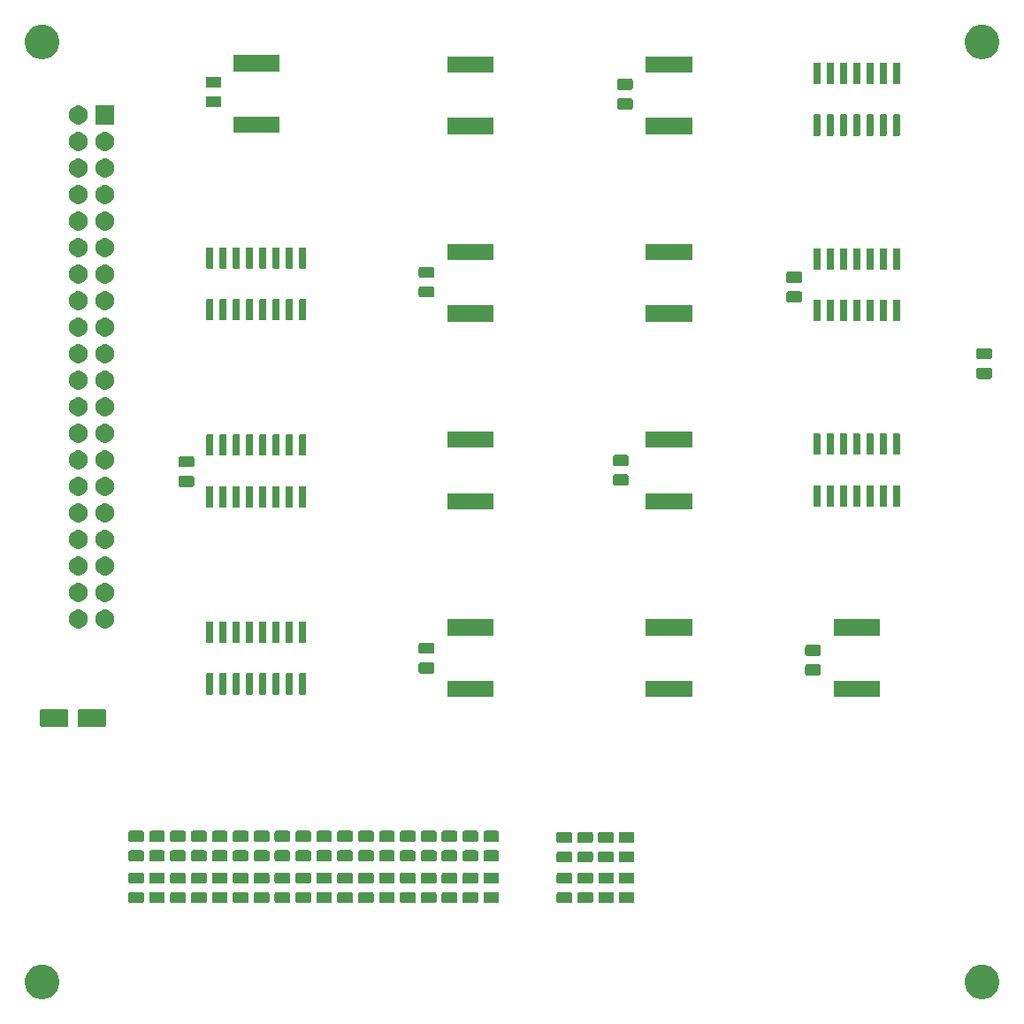
<source format=gbr>
G04 #@! TF.GenerationSoftware,KiCad,Pcbnew,(5.1.5-0-10_14)*
G04 #@! TF.CreationDate,2020-03-22T19:05:04+01:00*
G04 #@! TF.ProjectId,control,636f6e74-726f-46c2-9e6b-696361645f70,2*
G04 #@! TF.SameCoordinates,Original*
G04 #@! TF.FileFunction,Soldermask,Top*
G04 #@! TF.FilePolarity,Negative*
%FSLAX46Y46*%
G04 Gerber Fmt 4.6, Leading zero omitted, Abs format (unit mm)*
G04 Created by KiCad (PCBNEW (5.1.5-0-10_14)) date 2020-03-22 19:05:04*
%MOMM*%
%LPD*%
G04 APERTURE LIST*
%ADD10C,0.100000*%
G04 APERTURE END LIST*
D10*
G36*
X195375256Y-143391298D02*
G01*
X195481579Y-143412447D01*
X195782042Y-143536903D01*
X196052451Y-143717585D01*
X196282415Y-143947549D01*
X196463097Y-144217958D01*
X196587553Y-144518421D01*
X196651000Y-144837391D01*
X196651000Y-145162609D01*
X196587553Y-145481579D01*
X196463097Y-145782042D01*
X196282415Y-146052451D01*
X196052451Y-146282415D01*
X195782042Y-146463097D01*
X195481579Y-146587553D01*
X195375256Y-146608702D01*
X195162611Y-146651000D01*
X194837389Y-146651000D01*
X194624744Y-146608702D01*
X194518421Y-146587553D01*
X194217958Y-146463097D01*
X193947549Y-146282415D01*
X193717585Y-146052451D01*
X193536903Y-145782042D01*
X193412447Y-145481579D01*
X193349000Y-145162609D01*
X193349000Y-144837391D01*
X193412447Y-144518421D01*
X193536903Y-144217958D01*
X193717585Y-143947549D01*
X193947549Y-143717585D01*
X194217958Y-143536903D01*
X194518421Y-143412447D01*
X194624744Y-143391298D01*
X194837389Y-143349000D01*
X195162611Y-143349000D01*
X195375256Y-143391298D01*
G37*
G36*
X105375256Y-143391298D02*
G01*
X105481579Y-143412447D01*
X105782042Y-143536903D01*
X106052451Y-143717585D01*
X106282415Y-143947549D01*
X106463097Y-144217958D01*
X106587553Y-144518421D01*
X106651000Y-144837391D01*
X106651000Y-145162609D01*
X106587553Y-145481579D01*
X106463097Y-145782042D01*
X106282415Y-146052451D01*
X106052451Y-146282415D01*
X105782042Y-146463097D01*
X105481579Y-146587553D01*
X105375256Y-146608702D01*
X105162611Y-146651000D01*
X104837389Y-146651000D01*
X104624744Y-146608702D01*
X104518421Y-146587553D01*
X104217958Y-146463097D01*
X103947549Y-146282415D01*
X103717585Y-146052451D01*
X103536903Y-145782042D01*
X103412447Y-145481579D01*
X103349000Y-145162609D01*
X103349000Y-144837391D01*
X103412447Y-144518421D01*
X103536903Y-144217958D01*
X103717585Y-143947549D01*
X103947549Y-143717585D01*
X104217958Y-143536903D01*
X104518421Y-143412447D01*
X104624744Y-143391298D01*
X104837389Y-143349000D01*
X105162611Y-143349000D01*
X105375256Y-143391298D01*
G37*
G36*
X157584468Y-136403565D02*
G01*
X157623138Y-136415296D01*
X157658777Y-136434346D01*
X157690017Y-136459983D01*
X157715654Y-136491223D01*
X157734704Y-136526862D01*
X157746435Y-136565532D01*
X157751000Y-136611888D01*
X157751000Y-137263112D01*
X157746435Y-137309468D01*
X157734704Y-137348138D01*
X157715654Y-137383777D01*
X157690017Y-137415017D01*
X157658777Y-137440654D01*
X157623138Y-137459704D01*
X157584468Y-137471435D01*
X157538112Y-137476000D01*
X156461888Y-137476000D01*
X156415532Y-137471435D01*
X156376862Y-137459704D01*
X156341223Y-137440654D01*
X156309983Y-137415017D01*
X156284346Y-137383777D01*
X156265296Y-137348138D01*
X156253565Y-137309468D01*
X156249000Y-137263112D01*
X156249000Y-136611888D01*
X156253565Y-136565532D01*
X156265296Y-136526862D01*
X156284346Y-136491223D01*
X156309983Y-136459983D01*
X156341223Y-136434346D01*
X156376862Y-136415296D01*
X156415532Y-136403565D01*
X156461888Y-136399000D01*
X157538112Y-136399000D01*
X157584468Y-136403565D01*
G37*
G36*
X155584468Y-136403565D02*
G01*
X155623138Y-136415296D01*
X155658777Y-136434346D01*
X155690017Y-136459983D01*
X155715654Y-136491223D01*
X155734704Y-136526862D01*
X155746435Y-136565532D01*
X155751000Y-136611888D01*
X155751000Y-137263112D01*
X155746435Y-137309468D01*
X155734704Y-137348138D01*
X155715654Y-137383777D01*
X155690017Y-137415017D01*
X155658777Y-137440654D01*
X155623138Y-137459704D01*
X155584468Y-137471435D01*
X155538112Y-137476000D01*
X154461888Y-137476000D01*
X154415532Y-137471435D01*
X154376862Y-137459704D01*
X154341223Y-137440654D01*
X154309983Y-137415017D01*
X154284346Y-137383777D01*
X154265296Y-137348138D01*
X154253565Y-137309468D01*
X154249000Y-137263112D01*
X154249000Y-136611888D01*
X154253565Y-136565532D01*
X154265296Y-136526862D01*
X154284346Y-136491223D01*
X154309983Y-136459983D01*
X154341223Y-136434346D01*
X154376862Y-136415296D01*
X154415532Y-136403565D01*
X154461888Y-136399000D01*
X155538112Y-136399000D01*
X155584468Y-136403565D01*
G37*
G36*
X148584468Y-136403565D02*
G01*
X148623138Y-136415296D01*
X148658777Y-136434346D01*
X148690017Y-136459983D01*
X148715654Y-136491223D01*
X148734704Y-136526862D01*
X148746435Y-136565532D01*
X148751000Y-136611888D01*
X148751000Y-137263112D01*
X148746435Y-137309468D01*
X148734704Y-137348138D01*
X148715654Y-137383777D01*
X148690017Y-137415017D01*
X148658777Y-137440654D01*
X148623138Y-137459704D01*
X148584468Y-137471435D01*
X148538112Y-137476000D01*
X147461888Y-137476000D01*
X147415532Y-137471435D01*
X147376862Y-137459704D01*
X147341223Y-137440654D01*
X147309983Y-137415017D01*
X147284346Y-137383777D01*
X147265296Y-137348138D01*
X147253565Y-137309468D01*
X147249000Y-137263112D01*
X147249000Y-136611888D01*
X147253565Y-136565532D01*
X147265296Y-136526862D01*
X147284346Y-136491223D01*
X147309983Y-136459983D01*
X147341223Y-136434346D01*
X147376862Y-136415296D01*
X147415532Y-136403565D01*
X147461888Y-136399000D01*
X148538112Y-136399000D01*
X148584468Y-136403565D01*
G37*
G36*
X146584468Y-136403565D02*
G01*
X146623138Y-136415296D01*
X146658777Y-136434346D01*
X146690017Y-136459983D01*
X146715654Y-136491223D01*
X146734704Y-136526862D01*
X146746435Y-136565532D01*
X146751000Y-136611888D01*
X146751000Y-137263112D01*
X146746435Y-137309468D01*
X146734704Y-137348138D01*
X146715654Y-137383777D01*
X146690017Y-137415017D01*
X146658777Y-137440654D01*
X146623138Y-137459704D01*
X146584468Y-137471435D01*
X146538112Y-137476000D01*
X145461888Y-137476000D01*
X145415532Y-137471435D01*
X145376862Y-137459704D01*
X145341223Y-137440654D01*
X145309983Y-137415017D01*
X145284346Y-137383777D01*
X145265296Y-137348138D01*
X145253565Y-137309468D01*
X145249000Y-137263112D01*
X145249000Y-136611888D01*
X145253565Y-136565532D01*
X145265296Y-136526862D01*
X145284346Y-136491223D01*
X145309983Y-136459983D01*
X145341223Y-136434346D01*
X145376862Y-136415296D01*
X145415532Y-136403565D01*
X145461888Y-136399000D01*
X146538112Y-136399000D01*
X146584468Y-136403565D01*
G37*
G36*
X144584468Y-136403565D02*
G01*
X144623138Y-136415296D01*
X144658777Y-136434346D01*
X144690017Y-136459983D01*
X144715654Y-136491223D01*
X144734704Y-136526862D01*
X144746435Y-136565532D01*
X144751000Y-136611888D01*
X144751000Y-137263112D01*
X144746435Y-137309468D01*
X144734704Y-137348138D01*
X144715654Y-137383777D01*
X144690017Y-137415017D01*
X144658777Y-137440654D01*
X144623138Y-137459704D01*
X144584468Y-137471435D01*
X144538112Y-137476000D01*
X143461888Y-137476000D01*
X143415532Y-137471435D01*
X143376862Y-137459704D01*
X143341223Y-137440654D01*
X143309983Y-137415017D01*
X143284346Y-137383777D01*
X143265296Y-137348138D01*
X143253565Y-137309468D01*
X143249000Y-137263112D01*
X143249000Y-136611888D01*
X143253565Y-136565532D01*
X143265296Y-136526862D01*
X143284346Y-136491223D01*
X143309983Y-136459983D01*
X143341223Y-136434346D01*
X143376862Y-136415296D01*
X143415532Y-136403565D01*
X143461888Y-136399000D01*
X144538112Y-136399000D01*
X144584468Y-136403565D01*
G37*
G36*
X142584468Y-136403565D02*
G01*
X142623138Y-136415296D01*
X142658777Y-136434346D01*
X142690017Y-136459983D01*
X142715654Y-136491223D01*
X142734704Y-136526862D01*
X142746435Y-136565532D01*
X142751000Y-136611888D01*
X142751000Y-137263112D01*
X142746435Y-137309468D01*
X142734704Y-137348138D01*
X142715654Y-137383777D01*
X142690017Y-137415017D01*
X142658777Y-137440654D01*
X142623138Y-137459704D01*
X142584468Y-137471435D01*
X142538112Y-137476000D01*
X141461888Y-137476000D01*
X141415532Y-137471435D01*
X141376862Y-137459704D01*
X141341223Y-137440654D01*
X141309983Y-137415017D01*
X141284346Y-137383777D01*
X141265296Y-137348138D01*
X141253565Y-137309468D01*
X141249000Y-137263112D01*
X141249000Y-136611888D01*
X141253565Y-136565532D01*
X141265296Y-136526862D01*
X141284346Y-136491223D01*
X141309983Y-136459983D01*
X141341223Y-136434346D01*
X141376862Y-136415296D01*
X141415532Y-136403565D01*
X141461888Y-136399000D01*
X142538112Y-136399000D01*
X142584468Y-136403565D01*
G37*
G36*
X140584468Y-136403565D02*
G01*
X140623138Y-136415296D01*
X140658777Y-136434346D01*
X140690017Y-136459983D01*
X140715654Y-136491223D01*
X140734704Y-136526862D01*
X140746435Y-136565532D01*
X140751000Y-136611888D01*
X140751000Y-137263112D01*
X140746435Y-137309468D01*
X140734704Y-137348138D01*
X140715654Y-137383777D01*
X140690017Y-137415017D01*
X140658777Y-137440654D01*
X140623138Y-137459704D01*
X140584468Y-137471435D01*
X140538112Y-137476000D01*
X139461888Y-137476000D01*
X139415532Y-137471435D01*
X139376862Y-137459704D01*
X139341223Y-137440654D01*
X139309983Y-137415017D01*
X139284346Y-137383777D01*
X139265296Y-137348138D01*
X139253565Y-137309468D01*
X139249000Y-137263112D01*
X139249000Y-136611888D01*
X139253565Y-136565532D01*
X139265296Y-136526862D01*
X139284346Y-136491223D01*
X139309983Y-136459983D01*
X139341223Y-136434346D01*
X139376862Y-136415296D01*
X139415532Y-136403565D01*
X139461888Y-136399000D01*
X140538112Y-136399000D01*
X140584468Y-136403565D01*
G37*
G36*
X138584468Y-136403565D02*
G01*
X138623138Y-136415296D01*
X138658777Y-136434346D01*
X138690017Y-136459983D01*
X138715654Y-136491223D01*
X138734704Y-136526862D01*
X138746435Y-136565532D01*
X138751000Y-136611888D01*
X138751000Y-137263112D01*
X138746435Y-137309468D01*
X138734704Y-137348138D01*
X138715654Y-137383777D01*
X138690017Y-137415017D01*
X138658777Y-137440654D01*
X138623138Y-137459704D01*
X138584468Y-137471435D01*
X138538112Y-137476000D01*
X137461888Y-137476000D01*
X137415532Y-137471435D01*
X137376862Y-137459704D01*
X137341223Y-137440654D01*
X137309983Y-137415017D01*
X137284346Y-137383777D01*
X137265296Y-137348138D01*
X137253565Y-137309468D01*
X137249000Y-137263112D01*
X137249000Y-136611888D01*
X137253565Y-136565532D01*
X137265296Y-136526862D01*
X137284346Y-136491223D01*
X137309983Y-136459983D01*
X137341223Y-136434346D01*
X137376862Y-136415296D01*
X137415532Y-136403565D01*
X137461888Y-136399000D01*
X138538112Y-136399000D01*
X138584468Y-136403565D01*
G37*
G36*
X136584468Y-136403565D02*
G01*
X136623138Y-136415296D01*
X136658777Y-136434346D01*
X136690017Y-136459983D01*
X136715654Y-136491223D01*
X136734704Y-136526862D01*
X136746435Y-136565532D01*
X136751000Y-136611888D01*
X136751000Y-137263112D01*
X136746435Y-137309468D01*
X136734704Y-137348138D01*
X136715654Y-137383777D01*
X136690017Y-137415017D01*
X136658777Y-137440654D01*
X136623138Y-137459704D01*
X136584468Y-137471435D01*
X136538112Y-137476000D01*
X135461888Y-137476000D01*
X135415532Y-137471435D01*
X135376862Y-137459704D01*
X135341223Y-137440654D01*
X135309983Y-137415017D01*
X135284346Y-137383777D01*
X135265296Y-137348138D01*
X135253565Y-137309468D01*
X135249000Y-137263112D01*
X135249000Y-136611888D01*
X135253565Y-136565532D01*
X135265296Y-136526862D01*
X135284346Y-136491223D01*
X135309983Y-136459983D01*
X135341223Y-136434346D01*
X135376862Y-136415296D01*
X135415532Y-136403565D01*
X135461888Y-136399000D01*
X136538112Y-136399000D01*
X136584468Y-136403565D01*
G37*
G36*
X134584468Y-136403565D02*
G01*
X134623138Y-136415296D01*
X134658777Y-136434346D01*
X134690017Y-136459983D01*
X134715654Y-136491223D01*
X134734704Y-136526862D01*
X134746435Y-136565532D01*
X134751000Y-136611888D01*
X134751000Y-137263112D01*
X134746435Y-137309468D01*
X134734704Y-137348138D01*
X134715654Y-137383777D01*
X134690017Y-137415017D01*
X134658777Y-137440654D01*
X134623138Y-137459704D01*
X134584468Y-137471435D01*
X134538112Y-137476000D01*
X133461888Y-137476000D01*
X133415532Y-137471435D01*
X133376862Y-137459704D01*
X133341223Y-137440654D01*
X133309983Y-137415017D01*
X133284346Y-137383777D01*
X133265296Y-137348138D01*
X133253565Y-137309468D01*
X133249000Y-137263112D01*
X133249000Y-136611888D01*
X133253565Y-136565532D01*
X133265296Y-136526862D01*
X133284346Y-136491223D01*
X133309983Y-136459983D01*
X133341223Y-136434346D01*
X133376862Y-136415296D01*
X133415532Y-136403565D01*
X133461888Y-136399000D01*
X134538112Y-136399000D01*
X134584468Y-136403565D01*
G37*
G36*
X132584468Y-136403565D02*
G01*
X132623138Y-136415296D01*
X132658777Y-136434346D01*
X132690017Y-136459983D01*
X132715654Y-136491223D01*
X132734704Y-136526862D01*
X132746435Y-136565532D01*
X132751000Y-136611888D01*
X132751000Y-137263112D01*
X132746435Y-137309468D01*
X132734704Y-137348138D01*
X132715654Y-137383777D01*
X132690017Y-137415017D01*
X132658777Y-137440654D01*
X132623138Y-137459704D01*
X132584468Y-137471435D01*
X132538112Y-137476000D01*
X131461888Y-137476000D01*
X131415532Y-137471435D01*
X131376862Y-137459704D01*
X131341223Y-137440654D01*
X131309983Y-137415017D01*
X131284346Y-137383777D01*
X131265296Y-137348138D01*
X131253565Y-137309468D01*
X131249000Y-137263112D01*
X131249000Y-136611888D01*
X131253565Y-136565532D01*
X131265296Y-136526862D01*
X131284346Y-136491223D01*
X131309983Y-136459983D01*
X131341223Y-136434346D01*
X131376862Y-136415296D01*
X131415532Y-136403565D01*
X131461888Y-136399000D01*
X132538112Y-136399000D01*
X132584468Y-136403565D01*
G37*
G36*
X130584468Y-136403565D02*
G01*
X130623138Y-136415296D01*
X130658777Y-136434346D01*
X130690017Y-136459983D01*
X130715654Y-136491223D01*
X130734704Y-136526862D01*
X130746435Y-136565532D01*
X130751000Y-136611888D01*
X130751000Y-137263112D01*
X130746435Y-137309468D01*
X130734704Y-137348138D01*
X130715654Y-137383777D01*
X130690017Y-137415017D01*
X130658777Y-137440654D01*
X130623138Y-137459704D01*
X130584468Y-137471435D01*
X130538112Y-137476000D01*
X129461888Y-137476000D01*
X129415532Y-137471435D01*
X129376862Y-137459704D01*
X129341223Y-137440654D01*
X129309983Y-137415017D01*
X129284346Y-137383777D01*
X129265296Y-137348138D01*
X129253565Y-137309468D01*
X129249000Y-137263112D01*
X129249000Y-136611888D01*
X129253565Y-136565532D01*
X129265296Y-136526862D01*
X129284346Y-136491223D01*
X129309983Y-136459983D01*
X129341223Y-136434346D01*
X129376862Y-136415296D01*
X129415532Y-136403565D01*
X129461888Y-136399000D01*
X130538112Y-136399000D01*
X130584468Y-136403565D01*
G37*
G36*
X128584468Y-136403565D02*
G01*
X128623138Y-136415296D01*
X128658777Y-136434346D01*
X128690017Y-136459983D01*
X128715654Y-136491223D01*
X128734704Y-136526862D01*
X128746435Y-136565532D01*
X128751000Y-136611888D01*
X128751000Y-137263112D01*
X128746435Y-137309468D01*
X128734704Y-137348138D01*
X128715654Y-137383777D01*
X128690017Y-137415017D01*
X128658777Y-137440654D01*
X128623138Y-137459704D01*
X128584468Y-137471435D01*
X128538112Y-137476000D01*
X127461888Y-137476000D01*
X127415532Y-137471435D01*
X127376862Y-137459704D01*
X127341223Y-137440654D01*
X127309983Y-137415017D01*
X127284346Y-137383777D01*
X127265296Y-137348138D01*
X127253565Y-137309468D01*
X127249000Y-137263112D01*
X127249000Y-136611888D01*
X127253565Y-136565532D01*
X127265296Y-136526862D01*
X127284346Y-136491223D01*
X127309983Y-136459983D01*
X127341223Y-136434346D01*
X127376862Y-136415296D01*
X127415532Y-136403565D01*
X127461888Y-136399000D01*
X128538112Y-136399000D01*
X128584468Y-136403565D01*
G37*
G36*
X126584468Y-136403565D02*
G01*
X126623138Y-136415296D01*
X126658777Y-136434346D01*
X126690017Y-136459983D01*
X126715654Y-136491223D01*
X126734704Y-136526862D01*
X126746435Y-136565532D01*
X126751000Y-136611888D01*
X126751000Y-137263112D01*
X126746435Y-137309468D01*
X126734704Y-137348138D01*
X126715654Y-137383777D01*
X126690017Y-137415017D01*
X126658777Y-137440654D01*
X126623138Y-137459704D01*
X126584468Y-137471435D01*
X126538112Y-137476000D01*
X125461888Y-137476000D01*
X125415532Y-137471435D01*
X125376862Y-137459704D01*
X125341223Y-137440654D01*
X125309983Y-137415017D01*
X125284346Y-137383777D01*
X125265296Y-137348138D01*
X125253565Y-137309468D01*
X125249000Y-137263112D01*
X125249000Y-136611888D01*
X125253565Y-136565532D01*
X125265296Y-136526862D01*
X125284346Y-136491223D01*
X125309983Y-136459983D01*
X125341223Y-136434346D01*
X125376862Y-136415296D01*
X125415532Y-136403565D01*
X125461888Y-136399000D01*
X126538112Y-136399000D01*
X126584468Y-136403565D01*
G37*
G36*
X124584468Y-136403565D02*
G01*
X124623138Y-136415296D01*
X124658777Y-136434346D01*
X124690017Y-136459983D01*
X124715654Y-136491223D01*
X124734704Y-136526862D01*
X124746435Y-136565532D01*
X124751000Y-136611888D01*
X124751000Y-137263112D01*
X124746435Y-137309468D01*
X124734704Y-137348138D01*
X124715654Y-137383777D01*
X124690017Y-137415017D01*
X124658777Y-137440654D01*
X124623138Y-137459704D01*
X124584468Y-137471435D01*
X124538112Y-137476000D01*
X123461888Y-137476000D01*
X123415532Y-137471435D01*
X123376862Y-137459704D01*
X123341223Y-137440654D01*
X123309983Y-137415017D01*
X123284346Y-137383777D01*
X123265296Y-137348138D01*
X123253565Y-137309468D01*
X123249000Y-137263112D01*
X123249000Y-136611888D01*
X123253565Y-136565532D01*
X123265296Y-136526862D01*
X123284346Y-136491223D01*
X123309983Y-136459983D01*
X123341223Y-136434346D01*
X123376862Y-136415296D01*
X123415532Y-136403565D01*
X123461888Y-136399000D01*
X124538112Y-136399000D01*
X124584468Y-136403565D01*
G37*
G36*
X122584468Y-136403565D02*
G01*
X122623138Y-136415296D01*
X122658777Y-136434346D01*
X122690017Y-136459983D01*
X122715654Y-136491223D01*
X122734704Y-136526862D01*
X122746435Y-136565532D01*
X122751000Y-136611888D01*
X122751000Y-137263112D01*
X122746435Y-137309468D01*
X122734704Y-137348138D01*
X122715654Y-137383777D01*
X122690017Y-137415017D01*
X122658777Y-137440654D01*
X122623138Y-137459704D01*
X122584468Y-137471435D01*
X122538112Y-137476000D01*
X121461888Y-137476000D01*
X121415532Y-137471435D01*
X121376862Y-137459704D01*
X121341223Y-137440654D01*
X121309983Y-137415017D01*
X121284346Y-137383777D01*
X121265296Y-137348138D01*
X121253565Y-137309468D01*
X121249000Y-137263112D01*
X121249000Y-136611888D01*
X121253565Y-136565532D01*
X121265296Y-136526862D01*
X121284346Y-136491223D01*
X121309983Y-136459983D01*
X121341223Y-136434346D01*
X121376862Y-136415296D01*
X121415532Y-136403565D01*
X121461888Y-136399000D01*
X122538112Y-136399000D01*
X122584468Y-136403565D01*
G37*
G36*
X120584468Y-136403565D02*
G01*
X120623138Y-136415296D01*
X120658777Y-136434346D01*
X120690017Y-136459983D01*
X120715654Y-136491223D01*
X120734704Y-136526862D01*
X120746435Y-136565532D01*
X120751000Y-136611888D01*
X120751000Y-137263112D01*
X120746435Y-137309468D01*
X120734704Y-137348138D01*
X120715654Y-137383777D01*
X120690017Y-137415017D01*
X120658777Y-137440654D01*
X120623138Y-137459704D01*
X120584468Y-137471435D01*
X120538112Y-137476000D01*
X119461888Y-137476000D01*
X119415532Y-137471435D01*
X119376862Y-137459704D01*
X119341223Y-137440654D01*
X119309983Y-137415017D01*
X119284346Y-137383777D01*
X119265296Y-137348138D01*
X119253565Y-137309468D01*
X119249000Y-137263112D01*
X119249000Y-136611888D01*
X119253565Y-136565532D01*
X119265296Y-136526862D01*
X119284346Y-136491223D01*
X119309983Y-136459983D01*
X119341223Y-136434346D01*
X119376862Y-136415296D01*
X119415532Y-136403565D01*
X119461888Y-136399000D01*
X120538112Y-136399000D01*
X120584468Y-136403565D01*
G37*
G36*
X118584468Y-136403565D02*
G01*
X118623138Y-136415296D01*
X118658777Y-136434346D01*
X118690017Y-136459983D01*
X118715654Y-136491223D01*
X118734704Y-136526862D01*
X118746435Y-136565532D01*
X118751000Y-136611888D01*
X118751000Y-137263112D01*
X118746435Y-137309468D01*
X118734704Y-137348138D01*
X118715654Y-137383777D01*
X118690017Y-137415017D01*
X118658777Y-137440654D01*
X118623138Y-137459704D01*
X118584468Y-137471435D01*
X118538112Y-137476000D01*
X117461888Y-137476000D01*
X117415532Y-137471435D01*
X117376862Y-137459704D01*
X117341223Y-137440654D01*
X117309983Y-137415017D01*
X117284346Y-137383777D01*
X117265296Y-137348138D01*
X117253565Y-137309468D01*
X117249000Y-137263112D01*
X117249000Y-136611888D01*
X117253565Y-136565532D01*
X117265296Y-136526862D01*
X117284346Y-136491223D01*
X117309983Y-136459983D01*
X117341223Y-136434346D01*
X117376862Y-136415296D01*
X117415532Y-136403565D01*
X117461888Y-136399000D01*
X118538112Y-136399000D01*
X118584468Y-136403565D01*
G37*
G36*
X116584468Y-136403565D02*
G01*
X116623138Y-136415296D01*
X116658777Y-136434346D01*
X116690017Y-136459983D01*
X116715654Y-136491223D01*
X116734704Y-136526862D01*
X116746435Y-136565532D01*
X116751000Y-136611888D01*
X116751000Y-137263112D01*
X116746435Y-137309468D01*
X116734704Y-137348138D01*
X116715654Y-137383777D01*
X116690017Y-137415017D01*
X116658777Y-137440654D01*
X116623138Y-137459704D01*
X116584468Y-137471435D01*
X116538112Y-137476000D01*
X115461888Y-137476000D01*
X115415532Y-137471435D01*
X115376862Y-137459704D01*
X115341223Y-137440654D01*
X115309983Y-137415017D01*
X115284346Y-137383777D01*
X115265296Y-137348138D01*
X115253565Y-137309468D01*
X115249000Y-137263112D01*
X115249000Y-136611888D01*
X115253565Y-136565532D01*
X115265296Y-136526862D01*
X115284346Y-136491223D01*
X115309983Y-136459983D01*
X115341223Y-136434346D01*
X115376862Y-136415296D01*
X115415532Y-136403565D01*
X115461888Y-136399000D01*
X116538112Y-136399000D01*
X116584468Y-136403565D01*
G37*
G36*
X114584468Y-136403565D02*
G01*
X114623138Y-136415296D01*
X114658777Y-136434346D01*
X114690017Y-136459983D01*
X114715654Y-136491223D01*
X114734704Y-136526862D01*
X114746435Y-136565532D01*
X114751000Y-136611888D01*
X114751000Y-137263112D01*
X114746435Y-137309468D01*
X114734704Y-137348138D01*
X114715654Y-137383777D01*
X114690017Y-137415017D01*
X114658777Y-137440654D01*
X114623138Y-137459704D01*
X114584468Y-137471435D01*
X114538112Y-137476000D01*
X113461888Y-137476000D01*
X113415532Y-137471435D01*
X113376862Y-137459704D01*
X113341223Y-137440654D01*
X113309983Y-137415017D01*
X113284346Y-137383777D01*
X113265296Y-137348138D01*
X113253565Y-137309468D01*
X113249000Y-137263112D01*
X113249000Y-136611888D01*
X113253565Y-136565532D01*
X113265296Y-136526862D01*
X113284346Y-136491223D01*
X113309983Y-136459983D01*
X113341223Y-136434346D01*
X113376862Y-136415296D01*
X113415532Y-136403565D01*
X113461888Y-136399000D01*
X114538112Y-136399000D01*
X114584468Y-136403565D01*
G37*
G36*
X161534468Y-136403565D02*
G01*
X161573138Y-136415296D01*
X161608777Y-136434346D01*
X161640017Y-136459983D01*
X161665654Y-136491223D01*
X161684704Y-136526862D01*
X161696435Y-136565532D01*
X161701000Y-136611888D01*
X161701000Y-137263112D01*
X161696435Y-137309468D01*
X161684704Y-137348138D01*
X161665654Y-137383777D01*
X161640017Y-137415017D01*
X161608777Y-137440654D01*
X161573138Y-137459704D01*
X161534468Y-137471435D01*
X161488112Y-137476000D01*
X160411888Y-137476000D01*
X160365532Y-137471435D01*
X160326862Y-137459704D01*
X160291223Y-137440654D01*
X160259983Y-137415017D01*
X160234346Y-137383777D01*
X160215296Y-137348138D01*
X160203565Y-137309468D01*
X160199000Y-137263112D01*
X160199000Y-136611888D01*
X160203565Y-136565532D01*
X160215296Y-136526862D01*
X160234346Y-136491223D01*
X160259983Y-136459983D01*
X160291223Y-136434346D01*
X160326862Y-136415296D01*
X160365532Y-136403565D01*
X160411888Y-136399000D01*
X161488112Y-136399000D01*
X161534468Y-136403565D01*
G37*
G36*
X159584468Y-136403565D02*
G01*
X159623138Y-136415296D01*
X159658777Y-136434346D01*
X159690017Y-136459983D01*
X159715654Y-136491223D01*
X159734704Y-136526862D01*
X159746435Y-136565532D01*
X159751000Y-136611888D01*
X159751000Y-137263112D01*
X159746435Y-137309468D01*
X159734704Y-137348138D01*
X159715654Y-137383777D01*
X159690017Y-137415017D01*
X159658777Y-137440654D01*
X159623138Y-137459704D01*
X159584468Y-137471435D01*
X159538112Y-137476000D01*
X158461888Y-137476000D01*
X158415532Y-137471435D01*
X158376862Y-137459704D01*
X158341223Y-137440654D01*
X158309983Y-137415017D01*
X158284346Y-137383777D01*
X158265296Y-137348138D01*
X158253565Y-137309468D01*
X158249000Y-137263112D01*
X158249000Y-136611888D01*
X158253565Y-136565532D01*
X158265296Y-136526862D01*
X158284346Y-136491223D01*
X158309983Y-136459983D01*
X158341223Y-136434346D01*
X158376862Y-136415296D01*
X158415532Y-136403565D01*
X158461888Y-136399000D01*
X159538112Y-136399000D01*
X159584468Y-136403565D01*
G37*
G36*
X136584468Y-134528565D02*
G01*
X136623138Y-134540296D01*
X136658777Y-134559346D01*
X136690017Y-134584983D01*
X136715654Y-134616223D01*
X136734704Y-134651862D01*
X136746435Y-134690532D01*
X136751000Y-134736888D01*
X136751000Y-135388112D01*
X136746435Y-135434468D01*
X136734704Y-135473138D01*
X136715654Y-135508777D01*
X136690017Y-135540017D01*
X136658777Y-135565654D01*
X136623138Y-135584704D01*
X136584468Y-135596435D01*
X136538112Y-135601000D01*
X135461888Y-135601000D01*
X135415532Y-135596435D01*
X135376862Y-135584704D01*
X135341223Y-135565654D01*
X135309983Y-135540017D01*
X135284346Y-135508777D01*
X135265296Y-135473138D01*
X135253565Y-135434468D01*
X135249000Y-135388112D01*
X135249000Y-134736888D01*
X135253565Y-134690532D01*
X135265296Y-134651862D01*
X135284346Y-134616223D01*
X135309983Y-134584983D01*
X135341223Y-134559346D01*
X135376862Y-134540296D01*
X135415532Y-134528565D01*
X135461888Y-134524000D01*
X136538112Y-134524000D01*
X136584468Y-134528565D01*
G37*
G36*
X146584468Y-134528565D02*
G01*
X146623138Y-134540296D01*
X146658777Y-134559346D01*
X146690017Y-134584983D01*
X146715654Y-134616223D01*
X146734704Y-134651862D01*
X146746435Y-134690532D01*
X146751000Y-134736888D01*
X146751000Y-135388112D01*
X146746435Y-135434468D01*
X146734704Y-135473138D01*
X146715654Y-135508777D01*
X146690017Y-135540017D01*
X146658777Y-135565654D01*
X146623138Y-135584704D01*
X146584468Y-135596435D01*
X146538112Y-135601000D01*
X145461888Y-135601000D01*
X145415532Y-135596435D01*
X145376862Y-135584704D01*
X145341223Y-135565654D01*
X145309983Y-135540017D01*
X145284346Y-135508777D01*
X145265296Y-135473138D01*
X145253565Y-135434468D01*
X145249000Y-135388112D01*
X145249000Y-134736888D01*
X145253565Y-134690532D01*
X145265296Y-134651862D01*
X145284346Y-134616223D01*
X145309983Y-134584983D01*
X145341223Y-134559346D01*
X145376862Y-134540296D01*
X145415532Y-134528565D01*
X145461888Y-134524000D01*
X146538112Y-134524000D01*
X146584468Y-134528565D01*
G37*
G36*
X161534468Y-134528565D02*
G01*
X161573138Y-134540296D01*
X161608777Y-134559346D01*
X161640017Y-134584983D01*
X161665654Y-134616223D01*
X161684704Y-134651862D01*
X161696435Y-134690532D01*
X161701000Y-134736888D01*
X161701000Y-135388112D01*
X161696435Y-135434468D01*
X161684704Y-135473138D01*
X161665654Y-135508777D01*
X161640017Y-135540017D01*
X161608777Y-135565654D01*
X161573138Y-135584704D01*
X161534468Y-135596435D01*
X161488112Y-135601000D01*
X160411888Y-135601000D01*
X160365532Y-135596435D01*
X160326862Y-135584704D01*
X160291223Y-135565654D01*
X160259983Y-135540017D01*
X160234346Y-135508777D01*
X160215296Y-135473138D01*
X160203565Y-135434468D01*
X160199000Y-135388112D01*
X160199000Y-134736888D01*
X160203565Y-134690532D01*
X160215296Y-134651862D01*
X160234346Y-134616223D01*
X160259983Y-134584983D01*
X160291223Y-134559346D01*
X160326862Y-134540296D01*
X160365532Y-134528565D01*
X160411888Y-134524000D01*
X161488112Y-134524000D01*
X161534468Y-134528565D01*
G37*
G36*
X159584468Y-134528565D02*
G01*
X159623138Y-134540296D01*
X159658777Y-134559346D01*
X159690017Y-134584983D01*
X159715654Y-134616223D01*
X159734704Y-134651862D01*
X159746435Y-134690532D01*
X159751000Y-134736888D01*
X159751000Y-135388112D01*
X159746435Y-135434468D01*
X159734704Y-135473138D01*
X159715654Y-135508777D01*
X159690017Y-135540017D01*
X159658777Y-135565654D01*
X159623138Y-135584704D01*
X159584468Y-135596435D01*
X159538112Y-135601000D01*
X158461888Y-135601000D01*
X158415532Y-135596435D01*
X158376862Y-135584704D01*
X158341223Y-135565654D01*
X158309983Y-135540017D01*
X158284346Y-135508777D01*
X158265296Y-135473138D01*
X158253565Y-135434468D01*
X158249000Y-135388112D01*
X158249000Y-134736888D01*
X158253565Y-134690532D01*
X158265296Y-134651862D01*
X158284346Y-134616223D01*
X158309983Y-134584983D01*
X158341223Y-134559346D01*
X158376862Y-134540296D01*
X158415532Y-134528565D01*
X158461888Y-134524000D01*
X159538112Y-134524000D01*
X159584468Y-134528565D01*
G37*
G36*
X155584468Y-134528565D02*
G01*
X155623138Y-134540296D01*
X155658777Y-134559346D01*
X155690017Y-134584983D01*
X155715654Y-134616223D01*
X155734704Y-134651862D01*
X155746435Y-134690532D01*
X155751000Y-134736888D01*
X155751000Y-135388112D01*
X155746435Y-135434468D01*
X155734704Y-135473138D01*
X155715654Y-135508777D01*
X155690017Y-135540017D01*
X155658777Y-135565654D01*
X155623138Y-135584704D01*
X155584468Y-135596435D01*
X155538112Y-135601000D01*
X154461888Y-135601000D01*
X154415532Y-135596435D01*
X154376862Y-135584704D01*
X154341223Y-135565654D01*
X154309983Y-135540017D01*
X154284346Y-135508777D01*
X154265296Y-135473138D01*
X154253565Y-135434468D01*
X154249000Y-135388112D01*
X154249000Y-134736888D01*
X154253565Y-134690532D01*
X154265296Y-134651862D01*
X154284346Y-134616223D01*
X154309983Y-134584983D01*
X154341223Y-134559346D01*
X154376862Y-134540296D01*
X154415532Y-134528565D01*
X154461888Y-134524000D01*
X155538112Y-134524000D01*
X155584468Y-134528565D01*
G37*
G36*
X157584468Y-134528565D02*
G01*
X157623138Y-134540296D01*
X157658777Y-134559346D01*
X157690017Y-134584983D01*
X157715654Y-134616223D01*
X157734704Y-134651862D01*
X157746435Y-134690532D01*
X157751000Y-134736888D01*
X157751000Y-135388112D01*
X157746435Y-135434468D01*
X157734704Y-135473138D01*
X157715654Y-135508777D01*
X157690017Y-135540017D01*
X157658777Y-135565654D01*
X157623138Y-135584704D01*
X157584468Y-135596435D01*
X157538112Y-135601000D01*
X156461888Y-135601000D01*
X156415532Y-135596435D01*
X156376862Y-135584704D01*
X156341223Y-135565654D01*
X156309983Y-135540017D01*
X156284346Y-135508777D01*
X156265296Y-135473138D01*
X156253565Y-135434468D01*
X156249000Y-135388112D01*
X156249000Y-134736888D01*
X156253565Y-134690532D01*
X156265296Y-134651862D01*
X156284346Y-134616223D01*
X156309983Y-134584983D01*
X156341223Y-134559346D01*
X156376862Y-134540296D01*
X156415532Y-134528565D01*
X156461888Y-134524000D01*
X157538112Y-134524000D01*
X157584468Y-134528565D01*
G37*
G36*
X148584468Y-134528565D02*
G01*
X148623138Y-134540296D01*
X148658777Y-134559346D01*
X148690017Y-134584983D01*
X148715654Y-134616223D01*
X148734704Y-134651862D01*
X148746435Y-134690532D01*
X148751000Y-134736888D01*
X148751000Y-135388112D01*
X148746435Y-135434468D01*
X148734704Y-135473138D01*
X148715654Y-135508777D01*
X148690017Y-135540017D01*
X148658777Y-135565654D01*
X148623138Y-135584704D01*
X148584468Y-135596435D01*
X148538112Y-135601000D01*
X147461888Y-135601000D01*
X147415532Y-135596435D01*
X147376862Y-135584704D01*
X147341223Y-135565654D01*
X147309983Y-135540017D01*
X147284346Y-135508777D01*
X147265296Y-135473138D01*
X147253565Y-135434468D01*
X147249000Y-135388112D01*
X147249000Y-134736888D01*
X147253565Y-134690532D01*
X147265296Y-134651862D01*
X147284346Y-134616223D01*
X147309983Y-134584983D01*
X147341223Y-134559346D01*
X147376862Y-134540296D01*
X147415532Y-134528565D01*
X147461888Y-134524000D01*
X148538112Y-134524000D01*
X148584468Y-134528565D01*
G37*
G36*
X116584468Y-134528565D02*
G01*
X116623138Y-134540296D01*
X116658777Y-134559346D01*
X116690017Y-134584983D01*
X116715654Y-134616223D01*
X116734704Y-134651862D01*
X116746435Y-134690532D01*
X116751000Y-134736888D01*
X116751000Y-135388112D01*
X116746435Y-135434468D01*
X116734704Y-135473138D01*
X116715654Y-135508777D01*
X116690017Y-135540017D01*
X116658777Y-135565654D01*
X116623138Y-135584704D01*
X116584468Y-135596435D01*
X116538112Y-135601000D01*
X115461888Y-135601000D01*
X115415532Y-135596435D01*
X115376862Y-135584704D01*
X115341223Y-135565654D01*
X115309983Y-135540017D01*
X115284346Y-135508777D01*
X115265296Y-135473138D01*
X115253565Y-135434468D01*
X115249000Y-135388112D01*
X115249000Y-134736888D01*
X115253565Y-134690532D01*
X115265296Y-134651862D01*
X115284346Y-134616223D01*
X115309983Y-134584983D01*
X115341223Y-134559346D01*
X115376862Y-134540296D01*
X115415532Y-134528565D01*
X115461888Y-134524000D01*
X116538112Y-134524000D01*
X116584468Y-134528565D01*
G37*
G36*
X144584468Y-134528565D02*
G01*
X144623138Y-134540296D01*
X144658777Y-134559346D01*
X144690017Y-134584983D01*
X144715654Y-134616223D01*
X144734704Y-134651862D01*
X144746435Y-134690532D01*
X144751000Y-134736888D01*
X144751000Y-135388112D01*
X144746435Y-135434468D01*
X144734704Y-135473138D01*
X144715654Y-135508777D01*
X144690017Y-135540017D01*
X144658777Y-135565654D01*
X144623138Y-135584704D01*
X144584468Y-135596435D01*
X144538112Y-135601000D01*
X143461888Y-135601000D01*
X143415532Y-135596435D01*
X143376862Y-135584704D01*
X143341223Y-135565654D01*
X143309983Y-135540017D01*
X143284346Y-135508777D01*
X143265296Y-135473138D01*
X143253565Y-135434468D01*
X143249000Y-135388112D01*
X143249000Y-134736888D01*
X143253565Y-134690532D01*
X143265296Y-134651862D01*
X143284346Y-134616223D01*
X143309983Y-134584983D01*
X143341223Y-134559346D01*
X143376862Y-134540296D01*
X143415532Y-134528565D01*
X143461888Y-134524000D01*
X144538112Y-134524000D01*
X144584468Y-134528565D01*
G37*
G36*
X142584468Y-134528565D02*
G01*
X142623138Y-134540296D01*
X142658777Y-134559346D01*
X142690017Y-134584983D01*
X142715654Y-134616223D01*
X142734704Y-134651862D01*
X142746435Y-134690532D01*
X142751000Y-134736888D01*
X142751000Y-135388112D01*
X142746435Y-135434468D01*
X142734704Y-135473138D01*
X142715654Y-135508777D01*
X142690017Y-135540017D01*
X142658777Y-135565654D01*
X142623138Y-135584704D01*
X142584468Y-135596435D01*
X142538112Y-135601000D01*
X141461888Y-135601000D01*
X141415532Y-135596435D01*
X141376862Y-135584704D01*
X141341223Y-135565654D01*
X141309983Y-135540017D01*
X141284346Y-135508777D01*
X141265296Y-135473138D01*
X141253565Y-135434468D01*
X141249000Y-135388112D01*
X141249000Y-134736888D01*
X141253565Y-134690532D01*
X141265296Y-134651862D01*
X141284346Y-134616223D01*
X141309983Y-134584983D01*
X141341223Y-134559346D01*
X141376862Y-134540296D01*
X141415532Y-134528565D01*
X141461888Y-134524000D01*
X142538112Y-134524000D01*
X142584468Y-134528565D01*
G37*
G36*
X122584468Y-134528565D02*
G01*
X122623138Y-134540296D01*
X122658777Y-134559346D01*
X122690017Y-134584983D01*
X122715654Y-134616223D01*
X122734704Y-134651862D01*
X122746435Y-134690532D01*
X122751000Y-134736888D01*
X122751000Y-135388112D01*
X122746435Y-135434468D01*
X122734704Y-135473138D01*
X122715654Y-135508777D01*
X122690017Y-135540017D01*
X122658777Y-135565654D01*
X122623138Y-135584704D01*
X122584468Y-135596435D01*
X122538112Y-135601000D01*
X121461888Y-135601000D01*
X121415532Y-135596435D01*
X121376862Y-135584704D01*
X121341223Y-135565654D01*
X121309983Y-135540017D01*
X121284346Y-135508777D01*
X121265296Y-135473138D01*
X121253565Y-135434468D01*
X121249000Y-135388112D01*
X121249000Y-134736888D01*
X121253565Y-134690532D01*
X121265296Y-134651862D01*
X121284346Y-134616223D01*
X121309983Y-134584983D01*
X121341223Y-134559346D01*
X121376862Y-134540296D01*
X121415532Y-134528565D01*
X121461888Y-134524000D01*
X122538112Y-134524000D01*
X122584468Y-134528565D01*
G37*
G36*
X140584468Y-134528565D02*
G01*
X140623138Y-134540296D01*
X140658777Y-134559346D01*
X140690017Y-134584983D01*
X140715654Y-134616223D01*
X140734704Y-134651862D01*
X140746435Y-134690532D01*
X140751000Y-134736888D01*
X140751000Y-135388112D01*
X140746435Y-135434468D01*
X140734704Y-135473138D01*
X140715654Y-135508777D01*
X140690017Y-135540017D01*
X140658777Y-135565654D01*
X140623138Y-135584704D01*
X140584468Y-135596435D01*
X140538112Y-135601000D01*
X139461888Y-135601000D01*
X139415532Y-135596435D01*
X139376862Y-135584704D01*
X139341223Y-135565654D01*
X139309983Y-135540017D01*
X139284346Y-135508777D01*
X139265296Y-135473138D01*
X139253565Y-135434468D01*
X139249000Y-135388112D01*
X139249000Y-134736888D01*
X139253565Y-134690532D01*
X139265296Y-134651862D01*
X139284346Y-134616223D01*
X139309983Y-134584983D01*
X139341223Y-134559346D01*
X139376862Y-134540296D01*
X139415532Y-134528565D01*
X139461888Y-134524000D01*
X140538112Y-134524000D01*
X140584468Y-134528565D01*
G37*
G36*
X138584468Y-134528565D02*
G01*
X138623138Y-134540296D01*
X138658777Y-134559346D01*
X138690017Y-134584983D01*
X138715654Y-134616223D01*
X138734704Y-134651862D01*
X138746435Y-134690532D01*
X138751000Y-134736888D01*
X138751000Y-135388112D01*
X138746435Y-135434468D01*
X138734704Y-135473138D01*
X138715654Y-135508777D01*
X138690017Y-135540017D01*
X138658777Y-135565654D01*
X138623138Y-135584704D01*
X138584468Y-135596435D01*
X138538112Y-135601000D01*
X137461888Y-135601000D01*
X137415532Y-135596435D01*
X137376862Y-135584704D01*
X137341223Y-135565654D01*
X137309983Y-135540017D01*
X137284346Y-135508777D01*
X137265296Y-135473138D01*
X137253565Y-135434468D01*
X137249000Y-135388112D01*
X137249000Y-134736888D01*
X137253565Y-134690532D01*
X137265296Y-134651862D01*
X137284346Y-134616223D01*
X137309983Y-134584983D01*
X137341223Y-134559346D01*
X137376862Y-134540296D01*
X137415532Y-134528565D01*
X137461888Y-134524000D01*
X138538112Y-134524000D01*
X138584468Y-134528565D01*
G37*
G36*
X134584468Y-134528565D02*
G01*
X134623138Y-134540296D01*
X134658777Y-134559346D01*
X134690017Y-134584983D01*
X134715654Y-134616223D01*
X134734704Y-134651862D01*
X134746435Y-134690532D01*
X134751000Y-134736888D01*
X134751000Y-135388112D01*
X134746435Y-135434468D01*
X134734704Y-135473138D01*
X134715654Y-135508777D01*
X134690017Y-135540017D01*
X134658777Y-135565654D01*
X134623138Y-135584704D01*
X134584468Y-135596435D01*
X134538112Y-135601000D01*
X133461888Y-135601000D01*
X133415532Y-135596435D01*
X133376862Y-135584704D01*
X133341223Y-135565654D01*
X133309983Y-135540017D01*
X133284346Y-135508777D01*
X133265296Y-135473138D01*
X133253565Y-135434468D01*
X133249000Y-135388112D01*
X133249000Y-134736888D01*
X133253565Y-134690532D01*
X133265296Y-134651862D01*
X133284346Y-134616223D01*
X133309983Y-134584983D01*
X133341223Y-134559346D01*
X133376862Y-134540296D01*
X133415532Y-134528565D01*
X133461888Y-134524000D01*
X134538112Y-134524000D01*
X134584468Y-134528565D01*
G37*
G36*
X128584468Y-134528565D02*
G01*
X128623138Y-134540296D01*
X128658777Y-134559346D01*
X128690017Y-134584983D01*
X128715654Y-134616223D01*
X128734704Y-134651862D01*
X128746435Y-134690532D01*
X128751000Y-134736888D01*
X128751000Y-135388112D01*
X128746435Y-135434468D01*
X128734704Y-135473138D01*
X128715654Y-135508777D01*
X128690017Y-135540017D01*
X128658777Y-135565654D01*
X128623138Y-135584704D01*
X128584468Y-135596435D01*
X128538112Y-135601000D01*
X127461888Y-135601000D01*
X127415532Y-135596435D01*
X127376862Y-135584704D01*
X127341223Y-135565654D01*
X127309983Y-135540017D01*
X127284346Y-135508777D01*
X127265296Y-135473138D01*
X127253565Y-135434468D01*
X127249000Y-135388112D01*
X127249000Y-134736888D01*
X127253565Y-134690532D01*
X127265296Y-134651862D01*
X127284346Y-134616223D01*
X127309983Y-134584983D01*
X127341223Y-134559346D01*
X127376862Y-134540296D01*
X127415532Y-134528565D01*
X127461888Y-134524000D01*
X128538112Y-134524000D01*
X128584468Y-134528565D01*
G37*
G36*
X132584468Y-134528565D02*
G01*
X132623138Y-134540296D01*
X132658777Y-134559346D01*
X132690017Y-134584983D01*
X132715654Y-134616223D01*
X132734704Y-134651862D01*
X132746435Y-134690532D01*
X132751000Y-134736888D01*
X132751000Y-135388112D01*
X132746435Y-135434468D01*
X132734704Y-135473138D01*
X132715654Y-135508777D01*
X132690017Y-135540017D01*
X132658777Y-135565654D01*
X132623138Y-135584704D01*
X132584468Y-135596435D01*
X132538112Y-135601000D01*
X131461888Y-135601000D01*
X131415532Y-135596435D01*
X131376862Y-135584704D01*
X131341223Y-135565654D01*
X131309983Y-135540017D01*
X131284346Y-135508777D01*
X131265296Y-135473138D01*
X131253565Y-135434468D01*
X131249000Y-135388112D01*
X131249000Y-134736888D01*
X131253565Y-134690532D01*
X131265296Y-134651862D01*
X131284346Y-134616223D01*
X131309983Y-134584983D01*
X131341223Y-134559346D01*
X131376862Y-134540296D01*
X131415532Y-134528565D01*
X131461888Y-134524000D01*
X132538112Y-134524000D01*
X132584468Y-134528565D01*
G37*
G36*
X130584468Y-134528565D02*
G01*
X130623138Y-134540296D01*
X130658777Y-134559346D01*
X130690017Y-134584983D01*
X130715654Y-134616223D01*
X130734704Y-134651862D01*
X130746435Y-134690532D01*
X130751000Y-134736888D01*
X130751000Y-135388112D01*
X130746435Y-135434468D01*
X130734704Y-135473138D01*
X130715654Y-135508777D01*
X130690017Y-135540017D01*
X130658777Y-135565654D01*
X130623138Y-135584704D01*
X130584468Y-135596435D01*
X130538112Y-135601000D01*
X129461888Y-135601000D01*
X129415532Y-135596435D01*
X129376862Y-135584704D01*
X129341223Y-135565654D01*
X129309983Y-135540017D01*
X129284346Y-135508777D01*
X129265296Y-135473138D01*
X129253565Y-135434468D01*
X129249000Y-135388112D01*
X129249000Y-134736888D01*
X129253565Y-134690532D01*
X129265296Y-134651862D01*
X129284346Y-134616223D01*
X129309983Y-134584983D01*
X129341223Y-134559346D01*
X129376862Y-134540296D01*
X129415532Y-134528565D01*
X129461888Y-134524000D01*
X130538112Y-134524000D01*
X130584468Y-134528565D01*
G37*
G36*
X124584468Y-134528565D02*
G01*
X124623138Y-134540296D01*
X124658777Y-134559346D01*
X124690017Y-134584983D01*
X124715654Y-134616223D01*
X124734704Y-134651862D01*
X124746435Y-134690532D01*
X124751000Y-134736888D01*
X124751000Y-135388112D01*
X124746435Y-135434468D01*
X124734704Y-135473138D01*
X124715654Y-135508777D01*
X124690017Y-135540017D01*
X124658777Y-135565654D01*
X124623138Y-135584704D01*
X124584468Y-135596435D01*
X124538112Y-135601000D01*
X123461888Y-135601000D01*
X123415532Y-135596435D01*
X123376862Y-135584704D01*
X123341223Y-135565654D01*
X123309983Y-135540017D01*
X123284346Y-135508777D01*
X123265296Y-135473138D01*
X123253565Y-135434468D01*
X123249000Y-135388112D01*
X123249000Y-134736888D01*
X123253565Y-134690532D01*
X123265296Y-134651862D01*
X123284346Y-134616223D01*
X123309983Y-134584983D01*
X123341223Y-134559346D01*
X123376862Y-134540296D01*
X123415532Y-134528565D01*
X123461888Y-134524000D01*
X124538112Y-134524000D01*
X124584468Y-134528565D01*
G37*
G36*
X126584468Y-134528565D02*
G01*
X126623138Y-134540296D01*
X126658777Y-134559346D01*
X126690017Y-134584983D01*
X126715654Y-134616223D01*
X126734704Y-134651862D01*
X126746435Y-134690532D01*
X126751000Y-134736888D01*
X126751000Y-135388112D01*
X126746435Y-135434468D01*
X126734704Y-135473138D01*
X126715654Y-135508777D01*
X126690017Y-135540017D01*
X126658777Y-135565654D01*
X126623138Y-135584704D01*
X126584468Y-135596435D01*
X126538112Y-135601000D01*
X125461888Y-135601000D01*
X125415532Y-135596435D01*
X125376862Y-135584704D01*
X125341223Y-135565654D01*
X125309983Y-135540017D01*
X125284346Y-135508777D01*
X125265296Y-135473138D01*
X125253565Y-135434468D01*
X125249000Y-135388112D01*
X125249000Y-134736888D01*
X125253565Y-134690532D01*
X125265296Y-134651862D01*
X125284346Y-134616223D01*
X125309983Y-134584983D01*
X125341223Y-134559346D01*
X125376862Y-134540296D01*
X125415532Y-134528565D01*
X125461888Y-134524000D01*
X126538112Y-134524000D01*
X126584468Y-134528565D01*
G37*
G36*
X120584468Y-134528565D02*
G01*
X120623138Y-134540296D01*
X120658777Y-134559346D01*
X120690017Y-134584983D01*
X120715654Y-134616223D01*
X120734704Y-134651862D01*
X120746435Y-134690532D01*
X120751000Y-134736888D01*
X120751000Y-135388112D01*
X120746435Y-135434468D01*
X120734704Y-135473138D01*
X120715654Y-135508777D01*
X120690017Y-135540017D01*
X120658777Y-135565654D01*
X120623138Y-135584704D01*
X120584468Y-135596435D01*
X120538112Y-135601000D01*
X119461888Y-135601000D01*
X119415532Y-135596435D01*
X119376862Y-135584704D01*
X119341223Y-135565654D01*
X119309983Y-135540017D01*
X119284346Y-135508777D01*
X119265296Y-135473138D01*
X119253565Y-135434468D01*
X119249000Y-135388112D01*
X119249000Y-134736888D01*
X119253565Y-134690532D01*
X119265296Y-134651862D01*
X119284346Y-134616223D01*
X119309983Y-134584983D01*
X119341223Y-134559346D01*
X119376862Y-134540296D01*
X119415532Y-134528565D01*
X119461888Y-134524000D01*
X120538112Y-134524000D01*
X120584468Y-134528565D01*
G37*
G36*
X118584468Y-134528565D02*
G01*
X118623138Y-134540296D01*
X118658777Y-134559346D01*
X118690017Y-134584983D01*
X118715654Y-134616223D01*
X118734704Y-134651862D01*
X118746435Y-134690532D01*
X118751000Y-134736888D01*
X118751000Y-135388112D01*
X118746435Y-135434468D01*
X118734704Y-135473138D01*
X118715654Y-135508777D01*
X118690017Y-135540017D01*
X118658777Y-135565654D01*
X118623138Y-135584704D01*
X118584468Y-135596435D01*
X118538112Y-135601000D01*
X117461888Y-135601000D01*
X117415532Y-135596435D01*
X117376862Y-135584704D01*
X117341223Y-135565654D01*
X117309983Y-135540017D01*
X117284346Y-135508777D01*
X117265296Y-135473138D01*
X117253565Y-135434468D01*
X117249000Y-135388112D01*
X117249000Y-134736888D01*
X117253565Y-134690532D01*
X117265296Y-134651862D01*
X117284346Y-134616223D01*
X117309983Y-134584983D01*
X117341223Y-134559346D01*
X117376862Y-134540296D01*
X117415532Y-134528565D01*
X117461888Y-134524000D01*
X118538112Y-134524000D01*
X118584468Y-134528565D01*
G37*
G36*
X114584468Y-134528565D02*
G01*
X114623138Y-134540296D01*
X114658777Y-134559346D01*
X114690017Y-134584983D01*
X114715654Y-134616223D01*
X114734704Y-134651862D01*
X114746435Y-134690532D01*
X114751000Y-134736888D01*
X114751000Y-135388112D01*
X114746435Y-135434468D01*
X114734704Y-135473138D01*
X114715654Y-135508777D01*
X114690017Y-135540017D01*
X114658777Y-135565654D01*
X114623138Y-135584704D01*
X114584468Y-135596435D01*
X114538112Y-135601000D01*
X113461888Y-135601000D01*
X113415532Y-135596435D01*
X113376862Y-135584704D01*
X113341223Y-135565654D01*
X113309983Y-135540017D01*
X113284346Y-135508777D01*
X113265296Y-135473138D01*
X113253565Y-135434468D01*
X113249000Y-135388112D01*
X113249000Y-134736888D01*
X113253565Y-134690532D01*
X113265296Y-134651862D01*
X113284346Y-134616223D01*
X113309983Y-134584983D01*
X113341223Y-134559346D01*
X113376862Y-134540296D01*
X113415532Y-134528565D01*
X113461888Y-134524000D01*
X114538112Y-134524000D01*
X114584468Y-134528565D01*
G37*
G36*
X159551134Y-132503565D02*
G01*
X159589804Y-132515296D01*
X159625443Y-132534346D01*
X159656683Y-132559983D01*
X159682320Y-132591223D01*
X159701370Y-132626862D01*
X159713101Y-132665532D01*
X159717666Y-132711888D01*
X159717666Y-133363112D01*
X159713101Y-133409468D01*
X159701370Y-133448138D01*
X159682320Y-133483777D01*
X159656683Y-133515017D01*
X159625443Y-133540654D01*
X159589804Y-133559704D01*
X159551134Y-133571435D01*
X159504778Y-133576000D01*
X158428554Y-133576000D01*
X158382198Y-133571435D01*
X158343528Y-133559704D01*
X158307889Y-133540654D01*
X158276649Y-133515017D01*
X158251012Y-133483777D01*
X158231962Y-133448138D01*
X158220231Y-133409468D01*
X158215666Y-133363112D01*
X158215666Y-132711888D01*
X158220231Y-132665532D01*
X158231962Y-132626862D01*
X158251012Y-132591223D01*
X158276649Y-132559983D01*
X158307889Y-132534346D01*
X158343528Y-132515296D01*
X158382198Y-132503565D01*
X158428554Y-132499000D01*
X159504778Y-132499000D01*
X159551134Y-132503565D01*
G37*
G36*
X161534468Y-132503565D02*
G01*
X161573138Y-132515296D01*
X161608777Y-132534346D01*
X161640017Y-132559983D01*
X161665654Y-132591223D01*
X161684704Y-132626862D01*
X161696435Y-132665532D01*
X161701000Y-132711888D01*
X161701000Y-133363112D01*
X161696435Y-133409468D01*
X161684704Y-133448138D01*
X161665654Y-133483777D01*
X161640017Y-133515017D01*
X161608777Y-133540654D01*
X161573138Y-133559704D01*
X161534468Y-133571435D01*
X161488112Y-133576000D01*
X160411888Y-133576000D01*
X160365532Y-133571435D01*
X160326862Y-133559704D01*
X160291223Y-133540654D01*
X160259983Y-133515017D01*
X160234346Y-133483777D01*
X160215296Y-133448138D01*
X160203565Y-133409468D01*
X160199000Y-133363112D01*
X160199000Y-132711888D01*
X160203565Y-132665532D01*
X160215296Y-132626862D01*
X160234346Y-132591223D01*
X160259983Y-132559983D01*
X160291223Y-132534346D01*
X160326862Y-132515296D01*
X160365532Y-132503565D01*
X160411888Y-132499000D01*
X161488112Y-132499000D01*
X161534468Y-132503565D01*
G37*
G36*
X157567800Y-132503565D02*
G01*
X157606470Y-132515296D01*
X157642109Y-132534346D01*
X157673349Y-132559983D01*
X157698986Y-132591223D01*
X157718036Y-132626862D01*
X157729767Y-132665532D01*
X157734332Y-132711888D01*
X157734332Y-133363112D01*
X157729767Y-133409468D01*
X157718036Y-133448138D01*
X157698986Y-133483777D01*
X157673349Y-133515017D01*
X157642109Y-133540654D01*
X157606470Y-133559704D01*
X157567800Y-133571435D01*
X157521444Y-133576000D01*
X156445220Y-133576000D01*
X156398864Y-133571435D01*
X156360194Y-133559704D01*
X156324555Y-133540654D01*
X156293315Y-133515017D01*
X156267678Y-133483777D01*
X156248628Y-133448138D01*
X156236897Y-133409468D01*
X156232332Y-133363112D01*
X156232332Y-132711888D01*
X156236897Y-132665532D01*
X156248628Y-132626862D01*
X156267678Y-132591223D01*
X156293315Y-132559983D01*
X156324555Y-132534346D01*
X156360194Y-132515296D01*
X156398864Y-132503565D01*
X156445220Y-132499000D01*
X157521444Y-132499000D01*
X157567800Y-132503565D01*
G37*
G36*
X155584466Y-132503565D02*
G01*
X155623136Y-132515296D01*
X155658775Y-132534346D01*
X155690015Y-132559983D01*
X155715652Y-132591223D01*
X155734702Y-132626862D01*
X155746433Y-132665532D01*
X155750998Y-132711888D01*
X155750998Y-133363112D01*
X155746433Y-133409468D01*
X155734702Y-133448138D01*
X155715652Y-133483777D01*
X155690015Y-133515017D01*
X155658775Y-133540654D01*
X155623136Y-133559704D01*
X155584466Y-133571435D01*
X155538110Y-133576000D01*
X154461886Y-133576000D01*
X154415530Y-133571435D01*
X154376860Y-133559704D01*
X154341221Y-133540654D01*
X154309981Y-133515017D01*
X154284344Y-133483777D01*
X154265294Y-133448138D01*
X154253563Y-133409468D01*
X154248998Y-133363112D01*
X154248998Y-132711888D01*
X154253563Y-132665532D01*
X154265294Y-132626862D01*
X154284344Y-132591223D01*
X154309981Y-132559983D01*
X154341221Y-132534346D01*
X154376860Y-132515296D01*
X154415530Y-132503565D01*
X154461886Y-132499000D01*
X155538110Y-132499000D01*
X155584466Y-132503565D01*
G37*
G36*
X132584468Y-132403565D02*
G01*
X132623138Y-132415296D01*
X132658777Y-132434346D01*
X132690017Y-132459983D01*
X132715654Y-132491223D01*
X132734704Y-132526862D01*
X132746435Y-132565532D01*
X132751000Y-132611888D01*
X132751000Y-133263112D01*
X132746435Y-133309468D01*
X132734704Y-133348138D01*
X132715654Y-133383777D01*
X132690017Y-133415017D01*
X132658777Y-133440654D01*
X132623138Y-133459704D01*
X132584468Y-133471435D01*
X132538112Y-133476000D01*
X131461888Y-133476000D01*
X131415532Y-133471435D01*
X131376862Y-133459704D01*
X131341223Y-133440654D01*
X131309983Y-133415017D01*
X131284346Y-133383777D01*
X131265296Y-133348138D01*
X131253565Y-133309468D01*
X131249000Y-133263112D01*
X131249000Y-132611888D01*
X131253565Y-132565532D01*
X131265296Y-132526862D01*
X131284346Y-132491223D01*
X131309983Y-132459983D01*
X131341223Y-132434346D01*
X131376862Y-132415296D01*
X131415532Y-132403565D01*
X131461888Y-132399000D01*
X132538112Y-132399000D01*
X132584468Y-132403565D01*
G37*
G36*
X148584468Y-132403565D02*
G01*
X148623138Y-132415296D01*
X148658777Y-132434346D01*
X148690017Y-132459983D01*
X148715654Y-132491223D01*
X148734704Y-132526862D01*
X148746435Y-132565532D01*
X148751000Y-132611888D01*
X148751000Y-133263112D01*
X148746435Y-133309468D01*
X148734704Y-133348138D01*
X148715654Y-133383777D01*
X148690017Y-133415017D01*
X148658777Y-133440654D01*
X148623138Y-133459704D01*
X148584468Y-133471435D01*
X148538112Y-133476000D01*
X147461888Y-133476000D01*
X147415532Y-133471435D01*
X147376862Y-133459704D01*
X147341223Y-133440654D01*
X147309983Y-133415017D01*
X147284346Y-133383777D01*
X147265296Y-133348138D01*
X147253565Y-133309468D01*
X147249000Y-133263112D01*
X147249000Y-132611888D01*
X147253565Y-132565532D01*
X147265296Y-132526862D01*
X147284346Y-132491223D01*
X147309983Y-132459983D01*
X147341223Y-132434346D01*
X147376862Y-132415296D01*
X147415532Y-132403565D01*
X147461888Y-132399000D01*
X148538112Y-132399000D01*
X148584468Y-132403565D01*
G37*
G36*
X146584468Y-132403565D02*
G01*
X146623138Y-132415296D01*
X146658777Y-132434346D01*
X146690017Y-132459983D01*
X146715654Y-132491223D01*
X146734704Y-132526862D01*
X146746435Y-132565532D01*
X146751000Y-132611888D01*
X146751000Y-133263112D01*
X146746435Y-133309468D01*
X146734704Y-133348138D01*
X146715654Y-133383777D01*
X146690017Y-133415017D01*
X146658777Y-133440654D01*
X146623138Y-133459704D01*
X146584468Y-133471435D01*
X146538112Y-133476000D01*
X145461888Y-133476000D01*
X145415532Y-133471435D01*
X145376862Y-133459704D01*
X145341223Y-133440654D01*
X145309983Y-133415017D01*
X145284346Y-133383777D01*
X145265296Y-133348138D01*
X145253565Y-133309468D01*
X145249000Y-133263112D01*
X145249000Y-132611888D01*
X145253565Y-132565532D01*
X145265296Y-132526862D01*
X145284346Y-132491223D01*
X145309983Y-132459983D01*
X145341223Y-132434346D01*
X145376862Y-132415296D01*
X145415532Y-132403565D01*
X145461888Y-132399000D01*
X146538112Y-132399000D01*
X146584468Y-132403565D01*
G37*
G36*
X144584468Y-132403565D02*
G01*
X144623138Y-132415296D01*
X144658777Y-132434346D01*
X144690017Y-132459983D01*
X144715654Y-132491223D01*
X144734704Y-132526862D01*
X144746435Y-132565532D01*
X144751000Y-132611888D01*
X144751000Y-133263112D01*
X144746435Y-133309468D01*
X144734704Y-133348138D01*
X144715654Y-133383777D01*
X144690017Y-133415017D01*
X144658777Y-133440654D01*
X144623138Y-133459704D01*
X144584468Y-133471435D01*
X144538112Y-133476000D01*
X143461888Y-133476000D01*
X143415532Y-133471435D01*
X143376862Y-133459704D01*
X143341223Y-133440654D01*
X143309983Y-133415017D01*
X143284346Y-133383777D01*
X143265296Y-133348138D01*
X143253565Y-133309468D01*
X143249000Y-133263112D01*
X143249000Y-132611888D01*
X143253565Y-132565532D01*
X143265296Y-132526862D01*
X143284346Y-132491223D01*
X143309983Y-132459983D01*
X143341223Y-132434346D01*
X143376862Y-132415296D01*
X143415532Y-132403565D01*
X143461888Y-132399000D01*
X144538112Y-132399000D01*
X144584468Y-132403565D01*
G37*
G36*
X142584468Y-132403565D02*
G01*
X142623138Y-132415296D01*
X142658777Y-132434346D01*
X142690017Y-132459983D01*
X142715654Y-132491223D01*
X142734704Y-132526862D01*
X142746435Y-132565532D01*
X142751000Y-132611888D01*
X142751000Y-133263112D01*
X142746435Y-133309468D01*
X142734704Y-133348138D01*
X142715654Y-133383777D01*
X142690017Y-133415017D01*
X142658777Y-133440654D01*
X142623138Y-133459704D01*
X142584468Y-133471435D01*
X142538112Y-133476000D01*
X141461888Y-133476000D01*
X141415532Y-133471435D01*
X141376862Y-133459704D01*
X141341223Y-133440654D01*
X141309983Y-133415017D01*
X141284346Y-133383777D01*
X141265296Y-133348138D01*
X141253565Y-133309468D01*
X141249000Y-133263112D01*
X141249000Y-132611888D01*
X141253565Y-132565532D01*
X141265296Y-132526862D01*
X141284346Y-132491223D01*
X141309983Y-132459983D01*
X141341223Y-132434346D01*
X141376862Y-132415296D01*
X141415532Y-132403565D01*
X141461888Y-132399000D01*
X142538112Y-132399000D01*
X142584468Y-132403565D01*
G37*
G36*
X140584468Y-132403565D02*
G01*
X140623138Y-132415296D01*
X140658777Y-132434346D01*
X140690017Y-132459983D01*
X140715654Y-132491223D01*
X140734704Y-132526862D01*
X140746435Y-132565532D01*
X140751000Y-132611888D01*
X140751000Y-133263112D01*
X140746435Y-133309468D01*
X140734704Y-133348138D01*
X140715654Y-133383777D01*
X140690017Y-133415017D01*
X140658777Y-133440654D01*
X140623138Y-133459704D01*
X140584468Y-133471435D01*
X140538112Y-133476000D01*
X139461888Y-133476000D01*
X139415532Y-133471435D01*
X139376862Y-133459704D01*
X139341223Y-133440654D01*
X139309983Y-133415017D01*
X139284346Y-133383777D01*
X139265296Y-133348138D01*
X139253565Y-133309468D01*
X139249000Y-133263112D01*
X139249000Y-132611888D01*
X139253565Y-132565532D01*
X139265296Y-132526862D01*
X139284346Y-132491223D01*
X139309983Y-132459983D01*
X139341223Y-132434346D01*
X139376862Y-132415296D01*
X139415532Y-132403565D01*
X139461888Y-132399000D01*
X140538112Y-132399000D01*
X140584468Y-132403565D01*
G37*
G36*
X116584468Y-132403565D02*
G01*
X116623138Y-132415296D01*
X116658777Y-132434346D01*
X116690017Y-132459983D01*
X116715654Y-132491223D01*
X116734704Y-132526862D01*
X116746435Y-132565532D01*
X116751000Y-132611888D01*
X116751000Y-133263112D01*
X116746435Y-133309468D01*
X116734704Y-133348138D01*
X116715654Y-133383777D01*
X116690017Y-133415017D01*
X116658777Y-133440654D01*
X116623138Y-133459704D01*
X116584468Y-133471435D01*
X116538112Y-133476000D01*
X115461888Y-133476000D01*
X115415532Y-133471435D01*
X115376862Y-133459704D01*
X115341223Y-133440654D01*
X115309983Y-133415017D01*
X115284346Y-133383777D01*
X115265296Y-133348138D01*
X115253565Y-133309468D01*
X115249000Y-133263112D01*
X115249000Y-132611888D01*
X115253565Y-132565532D01*
X115265296Y-132526862D01*
X115284346Y-132491223D01*
X115309983Y-132459983D01*
X115341223Y-132434346D01*
X115376862Y-132415296D01*
X115415532Y-132403565D01*
X115461888Y-132399000D01*
X116538112Y-132399000D01*
X116584468Y-132403565D01*
G37*
G36*
X122584468Y-132403565D02*
G01*
X122623138Y-132415296D01*
X122658777Y-132434346D01*
X122690017Y-132459983D01*
X122715654Y-132491223D01*
X122734704Y-132526862D01*
X122746435Y-132565532D01*
X122751000Y-132611888D01*
X122751000Y-133263112D01*
X122746435Y-133309468D01*
X122734704Y-133348138D01*
X122715654Y-133383777D01*
X122690017Y-133415017D01*
X122658777Y-133440654D01*
X122623138Y-133459704D01*
X122584468Y-133471435D01*
X122538112Y-133476000D01*
X121461888Y-133476000D01*
X121415532Y-133471435D01*
X121376862Y-133459704D01*
X121341223Y-133440654D01*
X121309983Y-133415017D01*
X121284346Y-133383777D01*
X121265296Y-133348138D01*
X121253565Y-133309468D01*
X121249000Y-133263112D01*
X121249000Y-132611888D01*
X121253565Y-132565532D01*
X121265296Y-132526862D01*
X121284346Y-132491223D01*
X121309983Y-132459983D01*
X121341223Y-132434346D01*
X121376862Y-132415296D01*
X121415532Y-132403565D01*
X121461888Y-132399000D01*
X122538112Y-132399000D01*
X122584468Y-132403565D01*
G37*
G36*
X128584468Y-132403565D02*
G01*
X128623138Y-132415296D01*
X128658777Y-132434346D01*
X128690017Y-132459983D01*
X128715654Y-132491223D01*
X128734704Y-132526862D01*
X128746435Y-132565532D01*
X128751000Y-132611888D01*
X128751000Y-133263112D01*
X128746435Y-133309468D01*
X128734704Y-133348138D01*
X128715654Y-133383777D01*
X128690017Y-133415017D01*
X128658777Y-133440654D01*
X128623138Y-133459704D01*
X128584468Y-133471435D01*
X128538112Y-133476000D01*
X127461888Y-133476000D01*
X127415532Y-133471435D01*
X127376862Y-133459704D01*
X127341223Y-133440654D01*
X127309983Y-133415017D01*
X127284346Y-133383777D01*
X127265296Y-133348138D01*
X127253565Y-133309468D01*
X127249000Y-133263112D01*
X127249000Y-132611888D01*
X127253565Y-132565532D01*
X127265296Y-132526862D01*
X127284346Y-132491223D01*
X127309983Y-132459983D01*
X127341223Y-132434346D01*
X127376862Y-132415296D01*
X127415532Y-132403565D01*
X127461888Y-132399000D01*
X128538112Y-132399000D01*
X128584468Y-132403565D01*
G37*
G36*
X130584468Y-132403565D02*
G01*
X130623138Y-132415296D01*
X130658777Y-132434346D01*
X130690017Y-132459983D01*
X130715654Y-132491223D01*
X130734704Y-132526862D01*
X130746435Y-132565532D01*
X130751000Y-132611888D01*
X130751000Y-133263112D01*
X130746435Y-133309468D01*
X130734704Y-133348138D01*
X130715654Y-133383777D01*
X130690017Y-133415017D01*
X130658777Y-133440654D01*
X130623138Y-133459704D01*
X130584468Y-133471435D01*
X130538112Y-133476000D01*
X129461888Y-133476000D01*
X129415532Y-133471435D01*
X129376862Y-133459704D01*
X129341223Y-133440654D01*
X129309983Y-133415017D01*
X129284346Y-133383777D01*
X129265296Y-133348138D01*
X129253565Y-133309468D01*
X129249000Y-133263112D01*
X129249000Y-132611888D01*
X129253565Y-132565532D01*
X129265296Y-132526862D01*
X129284346Y-132491223D01*
X129309983Y-132459983D01*
X129341223Y-132434346D01*
X129376862Y-132415296D01*
X129415532Y-132403565D01*
X129461888Y-132399000D01*
X130538112Y-132399000D01*
X130584468Y-132403565D01*
G37*
G36*
X124584468Y-132403565D02*
G01*
X124623138Y-132415296D01*
X124658777Y-132434346D01*
X124690017Y-132459983D01*
X124715654Y-132491223D01*
X124734704Y-132526862D01*
X124746435Y-132565532D01*
X124751000Y-132611888D01*
X124751000Y-133263112D01*
X124746435Y-133309468D01*
X124734704Y-133348138D01*
X124715654Y-133383777D01*
X124690017Y-133415017D01*
X124658777Y-133440654D01*
X124623138Y-133459704D01*
X124584468Y-133471435D01*
X124538112Y-133476000D01*
X123461888Y-133476000D01*
X123415532Y-133471435D01*
X123376862Y-133459704D01*
X123341223Y-133440654D01*
X123309983Y-133415017D01*
X123284346Y-133383777D01*
X123265296Y-133348138D01*
X123253565Y-133309468D01*
X123249000Y-133263112D01*
X123249000Y-132611888D01*
X123253565Y-132565532D01*
X123265296Y-132526862D01*
X123284346Y-132491223D01*
X123309983Y-132459983D01*
X123341223Y-132434346D01*
X123376862Y-132415296D01*
X123415532Y-132403565D01*
X123461888Y-132399000D01*
X124538112Y-132399000D01*
X124584468Y-132403565D01*
G37*
G36*
X126584468Y-132403565D02*
G01*
X126623138Y-132415296D01*
X126658777Y-132434346D01*
X126690017Y-132459983D01*
X126715654Y-132491223D01*
X126734704Y-132526862D01*
X126746435Y-132565532D01*
X126751000Y-132611888D01*
X126751000Y-133263112D01*
X126746435Y-133309468D01*
X126734704Y-133348138D01*
X126715654Y-133383777D01*
X126690017Y-133415017D01*
X126658777Y-133440654D01*
X126623138Y-133459704D01*
X126584468Y-133471435D01*
X126538112Y-133476000D01*
X125461888Y-133476000D01*
X125415532Y-133471435D01*
X125376862Y-133459704D01*
X125341223Y-133440654D01*
X125309983Y-133415017D01*
X125284346Y-133383777D01*
X125265296Y-133348138D01*
X125253565Y-133309468D01*
X125249000Y-133263112D01*
X125249000Y-132611888D01*
X125253565Y-132565532D01*
X125265296Y-132526862D01*
X125284346Y-132491223D01*
X125309983Y-132459983D01*
X125341223Y-132434346D01*
X125376862Y-132415296D01*
X125415532Y-132403565D01*
X125461888Y-132399000D01*
X126538112Y-132399000D01*
X126584468Y-132403565D01*
G37*
G36*
X138584468Y-132403565D02*
G01*
X138623138Y-132415296D01*
X138658777Y-132434346D01*
X138690017Y-132459983D01*
X138715654Y-132491223D01*
X138734704Y-132526862D01*
X138746435Y-132565532D01*
X138751000Y-132611888D01*
X138751000Y-133263112D01*
X138746435Y-133309468D01*
X138734704Y-133348138D01*
X138715654Y-133383777D01*
X138690017Y-133415017D01*
X138658777Y-133440654D01*
X138623138Y-133459704D01*
X138584468Y-133471435D01*
X138538112Y-133476000D01*
X137461888Y-133476000D01*
X137415532Y-133471435D01*
X137376862Y-133459704D01*
X137341223Y-133440654D01*
X137309983Y-133415017D01*
X137284346Y-133383777D01*
X137265296Y-133348138D01*
X137253565Y-133309468D01*
X137249000Y-133263112D01*
X137249000Y-132611888D01*
X137253565Y-132565532D01*
X137265296Y-132526862D01*
X137284346Y-132491223D01*
X137309983Y-132459983D01*
X137341223Y-132434346D01*
X137376862Y-132415296D01*
X137415532Y-132403565D01*
X137461888Y-132399000D01*
X138538112Y-132399000D01*
X138584468Y-132403565D01*
G37*
G36*
X118584468Y-132403565D02*
G01*
X118623138Y-132415296D01*
X118658777Y-132434346D01*
X118690017Y-132459983D01*
X118715654Y-132491223D01*
X118734704Y-132526862D01*
X118746435Y-132565532D01*
X118751000Y-132611888D01*
X118751000Y-133263112D01*
X118746435Y-133309468D01*
X118734704Y-133348138D01*
X118715654Y-133383777D01*
X118690017Y-133415017D01*
X118658777Y-133440654D01*
X118623138Y-133459704D01*
X118584468Y-133471435D01*
X118538112Y-133476000D01*
X117461888Y-133476000D01*
X117415532Y-133471435D01*
X117376862Y-133459704D01*
X117341223Y-133440654D01*
X117309983Y-133415017D01*
X117284346Y-133383777D01*
X117265296Y-133348138D01*
X117253565Y-133309468D01*
X117249000Y-133263112D01*
X117249000Y-132611888D01*
X117253565Y-132565532D01*
X117265296Y-132526862D01*
X117284346Y-132491223D01*
X117309983Y-132459983D01*
X117341223Y-132434346D01*
X117376862Y-132415296D01*
X117415532Y-132403565D01*
X117461888Y-132399000D01*
X118538112Y-132399000D01*
X118584468Y-132403565D01*
G37*
G36*
X114584468Y-132403565D02*
G01*
X114623138Y-132415296D01*
X114658777Y-132434346D01*
X114690017Y-132459983D01*
X114715654Y-132491223D01*
X114734704Y-132526862D01*
X114746435Y-132565532D01*
X114751000Y-132611888D01*
X114751000Y-133263112D01*
X114746435Y-133309468D01*
X114734704Y-133348138D01*
X114715654Y-133383777D01*
X114690017Y-133415017D01*
X114658777Y-133440654D01*
X114623138Y-133459704D01*
X114584468Y-133471435D01*
X114538112Y-133476000D01*
X113461888Y-133476000D01*
X113415532Y-133471435D01*
X113376862Y-133459704D01*
X113341223Y-133440654D01*
X113309983Y-133415017D01*
X113284346Y-133383777D01*
X113265296Y-133348138D01*
X113253565Y-133309468D01*
X113249000Y-133263112D01*
X113249000Y-132611888D01*
X113253565Y-132565532D01*
X113265296Y-132526862D01*
X113284346Y-132491223D01*
X113309983Y-132459983D01*
X113341223Y-132434346D01*
X113376862Y-132415296D01*
X113415532Y-132403565D01*
X113461888Y-132399000D01*
X114538112Y-132399000D01*
X114584468Y-132403565D01*
G37*
G36*
X120584468Y-132403565D02*
G01*
X120623138Y-132415296D01*
X120658777Y-132434346D01*
X120690017Y-132459983D01*
X120715654Y-132491223D01*
X120734704Y-132526862D01*
X120746435Y-132565532D01*
X120751000Y-132611888D01*
X120751000Y-133263112D01*
X120746435Y-133309468D01*
X120734704Y-133348138D01*
X120715654Y-133383777D01*
X120690017Y-133415017D01*
X120658777Y-133440654D01*
X120623138Y-133459704D01*
X120584468Y-133471435D01*
X120538112Y-133476000D01*
X119461888Y-133476000D01*
X119415532Y-133471435D01*
X119376862Y-133459704D01*
X119341223Y-133440654D01*
X119309983Y-133415017D01*
X119284346Y-133383777D01*
X119265296Y-133348138D01*
X119253565Y-133309468D01*
X119249000Y-133263112D01*
X119249000Y-132611888D01*
X119253565Y-132565532D01*
X119265296Y-132526862D01*
X119284346Y-132491223D01*
X119309983Y-132459983D01*
X119341223Y-132434346D01*
X119376862Y-132415296D01*
X119415532Y-132403565D01*
X119461888Y-132399000D01*
X120538112Y-132399000D01*
X120584468Y-132403565D01*
G37*
G36*
X134584468Y-132403565D02*
G01*
X134623138Y-132415296D01*
X134658777Y-132434346D01*
X134690017Y-132459983D01*
X134715654Y-132491223D01*
X134734704Y-132526862D01*
X134746435Y-132565532D01*
X134751000Y-132611888D01*
X134751000Y-133263112D01*
X134746435Y-133309468D01*
X134734704Y-133348138D01*
X134715654Y-133383777D01*
X134690017Y-133415017D01*
X134658777Y-133440654D01*
X134623138Y-133459704D01*
X134584468Y-133471435D01*
X134538112Y-133476000D01*
X133461888Y-133476000D01*
X133415532Y-133471435D01*
X133376862Y-133459704D01*
X133341223Y-133440654D01*
X133309983Y-133415017D01*
X133284346Y-133383777D01*
X133265296Y-133348138D01*
X133253565Y-133309468D01*
X133249000Y-133263112D01*
X133249000Y-132611888D01*
X133253565Y-132565532D01*
X133265296Y-132526862D01*
X133284346Y-132491223D01*
X133309983Y-132459983D01*
X133341223Y-132434346D01*
X133376862Y-132415296D01*
X133415532Y-132403565D01*
X133461888Y-132399000D01*
X134538112Y-132399000D01*
X134584468Y-132403565D01*
G37*
G36*
X136584468Y-132403565D02*
G01*
X136623138Y-132415296D01*
X136658777Y-132434346D01*
X136690017Y-132459983D01*
X136715654Y-132491223D01*
X136734704Y-132526862D01*
X136746435Y-132565532D01*
X136751000Y-132611888D01*
X136751000Y-133263112D01*
X136746435Y-133309468D01*
X136734704Y-133348138D01*
X136715654Y-133383777D01*
X136690017Y-133415017D01*
X136658777Y-133440654D01*
X136623138Y-133459704D01*
X136584468Y-133471435D01*
X136538112Y-133476000D01*
X135461888Y-133476000D01*
X135415532Y-133471435D01*
X135376862Y-133459704D01*
X135341223Y-133440654D01*
X135309983Y-133415017D01*
X135284346Y-133383777D01*
X135265296Y-133348138D01*
X135253565Y-133309468D01*
X135249000Y-133263112D01*
X135249000Y-132611888D01*
X135253565Y-132565532D01*
X135265296Y-132526862D01*
X135284346Y-132491223D01*
X135309983Y-132459983D01*
X135341223Y-132434346D01*
X135376862Y-132415296D01*
X135415532Y-132403565D01*
X135461888Y-132399000D01*
X136538112Y-132399000D01*
X136584468Y-132403565D01*
G37*
G36*
X161534468Y-130628565D02*
G01*
X161573138Y-130640296D01*
X161608777Y-130659346D01*
X161640017Y-130684983D01*
X161665654Y-130716223D01*
X161684704Y-130751862D01*
X161696435Y-130790532D01*
X161701000Y-130836888D01*
X161701000Y-131488112D01*
X161696435Y-131534468D01*
X161684704Y-131573138D01*
X161665654Y-131608777D01*
X161640017Y-131640017D01*
X161608777Y-131665654D01*
X161573138Y-131684704D01*
X161534468Y-131696435D01*
X161488112Y-131701000D01*
X160411888Y-131701000D01*
X160365532Y-131696435D01*
X160326862Y-131684704D01*
X160291223Y-131665654D01*
X160259983Y-131640017D01*
X160234346Y-131608777D01*
X160215296Y-131573138D01*
X160203565Y-131534468D01*
X160199000Y-131488112D01*
X160199000Y-130836888D01*
X160203565Y-130790532D01*
X160215296Y-130751862D01*
X160234346Y-130716223D01*
X160259983Y-130684983D01*
X160291223Y-130659346D01*
X160326862Y-130640296D01*
X160365532Y-130628565D01*
X160411888Y-130624000D01*
X161488112Y-130624000D01*
X161534468Y-130628565D01*
G37*
G36*
X159551134Y-130628565D02*
G01*
X159589804Y-130640296D01*
X159625443Y-130659346D01*
X159656683Y-130684983D01*
X159682320Y-130716223D01*
X159701370Y-130751862D01*
X159713101Y-130790532D01*
X159717666Y-130836888D01*
X159717666Y-131488112D01*
X159713101Y-131534468D01*
X159701370Y-131573138D01*
X159682320Y-131608777D01*
X159656683Y-131640017D01*
X159625443Y-131665654D01*
X159589804Y-131684704D01*
X159551134Y-131696435D01*
X159504778Y-131701000D01*
X158428554Y-131701000D01*
X158382198Y-131696435D01*
X158343528Y-131684704D01*
X158307889Y-131665654D01*
X158276649Y-131640017D01*
X158251012Y-131608777D01*
X158231962Y-131573138D01*
X158220231Y-131534468D01*
X158215666Y-131488112D01*
X158215666Y-130836888D01*
X158220231Y-130790532D01*
X158231962Y-130751862D01*
X158251012Y-130716223D01*
X158276649Y-130684983D01*
X158307889Y-130659346D01*
X158343528Y-130640296D01*
X158382198Y-130628565D01*
X158428554Y-130624000D01*
X159504778Y-130624000D01*
X159551134Y-130628565D01*
G37*
G36*
X155584466Y-130628565D02*
G01*
X155623136Y-130640296D01*
X155658775Y-130659346D01*
X155690015Y-130684983D01*
X155715652Y-130716223D01*
X155734702Y-130751862D01*
X155746433Y-130790532D01*
X155750998Y-130836888D01*
X155750998Y-131488112D01*
X155746433Y-131534468D01*
X155734702Y-131573138D01*
X155715652Y-131608777D01*
X155690015Y-131640017D01*
X155658775Y-131665654D01*
X155623136Y-131684704D01*
X155584466Y-131696435D01*
X155538110Y-131701000D01*
X154461886Y-131701000D01*
X154415530Y-131696435D01*
X154376860Y-131684704D01*
X154341221Y-131665654D01*
X154309981Y-131640017D01*
X154284344Y-131608777D01*
X154265294Y-131573138D01*
X154253563Y-131534468D01*
X154248998Y-131488112D01*
X154248998Y-130836888D01*
X154253563Y-130790532D01*
X154265294Y-130751862D01*
X154284344Y-130716223D01*
X154309981Y-130684983D01*
X154341221Y-130659346D01*
X154376860Y-130640296D01*
X154415530Y-130628565D01*
X154461886Y-130624000D01*
X155538110Y-130624000D01*
X155584466Y-130628565D01*
G37*
G36*
X157567800Y-130628565D02*
G01*
X157606470Y-130640296D01*
X157642109Y-130659346D01*
X157673349Y-130684983D01*
X157698986Y-130716223D01*
X157718036Y-130751862D01*
X157729767Y-130790532D01*
X157734332Y-130836888D01*
X157734332Y-131488112D01*
X157729767Y-131534468D01*
X157718036Y-131573138D01*
X157698986Y-131608777D01*
X157673349Y-131640017D01*
X157642109Y-131665654D01*
X157606470Y-131684704D01*
X157567800Y-131696435D01*
X157521444Y-131701000D01*
X156445220Y-131701000D01*
X156398864Y-131696435D01*
X156360194Y-131684704D01*
X156324555Y-131665654D01*
X156293315Y-131640017D01*
X156267678Y-131608777D01*
X156248628Y-131573138D01*
X156236897Y-131534468D01*
X156232332Y-131488112D01*
X156232332Y-130836888D01*
X156236897Y-130790532D01*
X156248628Y-130751862D01*
X156267678Y-130716223D01*
X156293315Y-130684983D01*
X156324555Y-130659346D01*
X156360194Y-130640296D01*
X156398864Y-130628565D01*
X156445220Y-130624000D01*
X157521444Y-130624000D01*
X157567800Y-130628565D01*
G37*
G36*
X138584468Y-130528565D02*
G01*
X138623138Y-130540296D01*
X138658777Y-130559346D01*
X138690017Y-130584983D01*
X138715654Y-130616223D01*
X138734704Y-130651862D01*
X138746435Y-130690532D01*
X138751000Y-130736888D01*
X138751000Y-131388112D01*
X138746435Y-131434468D01*
X138734704Y-131473138D01*
X138715654Y-131508777D01*
X138690017Y-131540017D01*
X138658777Y-131565654D01*
X138623138Y-131584704D01*
X138584468Y-131596435D01*
X138538112Y-131601000D01*
X137461888Y-131601000D01*
X137415532Y-131596435D01*
X137376862Y-131584704D01*
X137341223Y-131565654D01*
X137309983Y-131540017D01*
X137284346Y-131508777D01*
X137265296Y-131473138D01*
X137253565Y-131434468D01*
X137249000Y-131388112D01*
X137249000Y-130736888D01*
X137253565Y-130690532D01*
X137265296Y-130651862D01*
X137284346Y-130616223D01*
X137309983Y-130584983D01*
X137341223Y-130559346D01*
X137376862Y-130540296D01*
X137415532Y-130528565D01*
X137461888Y-130524000D01*
X138538112Y-130524000D01*
X138584468Y-130528565D01*
G37*
G36*
X132584468Y-130528565D02*
G01*
X132623138Y-130540296D01*
X132658777Y-130559346D01*
X132690017Y-130584983D01*
X132715654Y-130616223D01*
X132734704Y-130651862D01*
X132746435Y-130690532D01*
X132751000Y-130736888D01*
X132751000Y-131388112D01*
X132746435Y-131434468D01*
X132734704Y-131473138D01*
X132715654Y-131508777D01*
X132690017Y-131540017D01*
X132658777Y-131565654D01*
X132623138Y-131584704D01*
X132584468Y-131596435D01*
X132538112Y-131601000D01*
X131461888Y-131601000D01*
X131415532Y-131596435D01*
X131376862Y-131584704D01*
X131341223Y-131565654D01*
X131309983Y-131540017D01*
X131284346Y-131508777D01*
X131265296Y-131473138D01*
X131253565Y-131434468D01*
X131249000Y-131388112D01*
X131249000Y-130736888D01*
X131253565Y-130690532D01*
X131265296Y-130651862D01*
X131284346Y-130616223D01*
X131309983Y-130584983D01*
X131341223Y-130559346D01*
X131376862Y-130540296D01*
X131415532Y-130528565D01*
X131461888Y-130524000D01*
X132538112Y-130524000D01*
X132584468Y-130528565D01*
G37*
G36*
X114584468Y-130528565D02*
G01*
X114623138Y-130540296D01*
X114658777Y-130559346D01*
X114690017Y-130584983D01*
X114715654Y-130616223D01*
X114734704Y-130651862D01*
X114746435Y-130690532D01*
X114751000Y-130736888D01*
X114751000Y-131388112D01*
X114746435Y-131434468D01*
X114734704Y-131473138D01*
X114715654Y-131508777D01*
X114690017Y-131540017D01*
X114658777Y-131565654D01*
X114623138Y-131584704D01*
X114584468Y-131596435D01*
X114538112Y-131601000D01*
X113461888Y-131601000D01*
X113415532Y-131596435D01*
X113376862Y-131584704D01*
X113341223Y-131565654D01*
X113309983Y-131540017D01*
X113284346Y-131508777D01*
X113265296Y-131473138D01*
X113253565Y-131434468D01*
X113249000Y-131388112D01*
X113249000Y-130736888D01*
X113253565Y-130690532D01*
X113265296Y-130651862D01*
X113284346Y-130616223D01*
X113309983Y-130584983D01*
X113341223Y-130559346D01*
X113376862Y-130540296D01*
X113415532Y-130528565D01*
X113461888Y-130524000D01*
X114538112Y-130524000D01*
X114584468Y-130528565D01*
G37*
G36*
X140584468Y-130528565D02*
G01*
X140623138Y-130540296D01*
X140658777Y-130559346D01*
X140690017Y-130584983D01*
X140715654Y-130616223D01*
X140734704Y-130651862D01*
X140746435Y-130690532D01*
X140751000Y-130736888D01*
X140751000Y-131388112D01*
X140746435Y-131434468D01*
X140734704Y-131473138D01*
X140715654Y-131508777D01*
X140690017Y-131540017D01*
X140658777Y-131565654D01*
X140623138Y-131584704D01*
X140584468Y-131596435D01*
X140538112Y-131601000D01*
X139461888Y-131601000D01*
X139415532Y-131596435D01*
X139376862Y-131584704D01*
X139341223Y-131565654D01*
X139309983Y-131540017D01*
X139284346Y-131508777D01*
X139265296Y-131473138D01*
X139253565Y-131434468D01*
X139249000Y-131388112D01*
X139249000Y-130736888D01*
X139253565Y-130690532D01*
X139265296Y-130651862D01*
X139284346Y-130616223D01*
X139309983Y-130584983D01*
X139341223Y-130559346D01*
X139376862Y-130540296D01*
X139415532Y-130528565D01*
X139461888Y-130524000D01*
X140538112Y-130524000D01*
X140584468Y-130528565D01*
G37*
G36*
X126584468Y-130528565D02*
G01*
X126623138Y-130540296D01*
X126658777Y-130559346D01*
X126690017Y-130584983D01*
X126715654Y-130616223D01*
X126734704Y-130651862D01*
X126746435Y-130690532D01*
X126751000Y-130736888D01*
X126751000Y-131388112D01*
X126746435Y-131434468D01*
X126734704Y-131473138D01*
X126715654Y-131508777D01*
X126690017Y-131540017D01*
X126658777Y-131565654D01*
X126623138Y-131584704D01*
X126584468Y-131596435D01*
X126538112Y-131601000D01*
X125461888Y-131601000D01*
X125415532Y-131596435D01*
X125376862Y-131584704D01*
X125341223Y-131565654D01*
X125309983Y-131540017D01*
X125284346Y-131508777D01*
X125265296Y-131473138D01*
X125253565Y-131434468D01*
X125249000Y-131388112D01*
X125249000Y-130736888D01*
X125253565Y-130690532D01*
X125265296Y-130651862D01*
X125284346Y-130616223D01*
X125309983Y-130584983D01*
X125341223Y-130559346D01*
X125376862Y-130540296D01*
X125415532Y-130528565D01*
X125461888Y-130524000D01*
X126538112Y-130524000D01*
X126584468Y-130528565D01*
G37*
G36*
X134584468Y-130528565D02*
G01*
X134623138Y-130540296D01*
X134658777Y-130559346D01*
X134690017Y-130584983D01*
X134715654Y-130616223D01*
X134734704Y-130651862D01*
X134746435Y-130690532D01*
X134751000Y-130736888D01*
X134751000Y-131388112D01*
X134746435Y-131434468D01*
X134734704Y-131473138D01*
X134715654Y-131508777D01*
X134690017Y-131540017D01*
X134658777Y-131565654D01*
X134623138Y-131584704D01*
X134584468Y-131596435D01*
X134538112Y-131601000D01*
X133461888Y-131601000D01*
X133415532Y-131596435D01*
X133376862Y-131584704D01*
X133341223Y-131565654D01*
X133309983Y-131540017D01*
X133284346Y-131508777D01*
X133265296Y-131473138D01*
X133253565Y-131434468D01*
X133249000Y-131388112D01*
X133249000Y-130736888D01*
X133253565Y-130690532D01*
X133265296Y-130651862D01*
X133284346Y-130616223D01*
X133309983Y-130584983D01*
X133341223Y-130559346D01*
X133376862Y-130540296D01*
X133415532Y-130528565D01*
X133461888Y-130524000D01*
X134538112Y-130524000D01*
X134584468Y-130528565D01*
G37*
G36*
X148584468Y-130528565D02*
G01*
X148623138Y-130540296D01*
X148658777Y-130559346D01*
X148690017Y-130584983D01*
X148715654Y-130616223D01*
X148734704Y-130651862D01*
X148746435Y-130690532D01*
X148751000Y-130736888D01*
X148751000Y-131388112D01*
X148746435Y-131434468D01*
X148734704Y-131473138D01*
X148715654Y-131508777D01*
X148690017Y-131540017D01*
X148658777Y-131565654D01*
X148623138Y-131584704D01*
X148584468Y-131596435D01*
X148538112Y-131601000D01*
X147461888Y-131601000D01*
X147415532Y-131596435D01*
X147376862Y-131584704D01*
X147341223Y-131565654D01*
X147309983Y-131540017D01*
X147284346Y-131508777D01*
X147265296Y-131473138D01*
X147253565Y-131434468D01*
X147249000Y-131388112D01*
X147249000Y-130736888D01*
X147253565Y-130690532D01*
X147265296Y-130651862D01*
X147284346Y-130616223D01*
X147309983Y-130584983D01*
X147341223Y-130559346D01*
X147376862Y-130540296D01*
X147415532Y-130528565D01*
X147461888Y-130524000D01*
X148538112Y-130524000D01*
X148584468Y-130528565D01*
G37*
G36*
X124584468Y-130528565D02*
G01*
X124623138Y-130540296D01*
X124658777Y-130559346D01*
X124690017Y-130584983D01*
X124715654Y-130616223D01*
X124734704Y-130651862D01*
X124746435Y-130690532D01*
X124751000Y-130736888D01*
X124751000Y-131388112D01*
X124746435Y-131434468D01*
X124734704Y-131473138D01*
X124715654Y-131508777D01*
X124690017Y-131540017D01*
X124658777Y-131565654D01*
X124623138Y-131584704D01*
X124584468Y-131596435D01*
X124538112Y-131601000D01*
X123461888Y-131601000D01*
X123415532Y-131596435D01*
X123376862Y-131584704D01*
X123341223Y-131565654D01*
X123309983Y-131540017D01*
X123284346Y-131508777D01*
X123265296Y-131473138D01*
X123253565Y-131434468D01*
X123249000Y-131388112D01*
X123249000Y-130736888D01*
X123253565Y-130690532D01*
X123265296Y-130651862D01*
X123284346Y-130616223D01*
X123309983Y-130584983D01*
X123341223Y-130559346D01*
X123376862Y-130540296D01*
X123415532Y-130528565D01*
X123461888Y-130524000D01*
X124538112Y-130524000D01*
X124584468Y-130528565D01*
G37*
G36*
X146584468Y-130528565D02*
G01*
X146623138Y-130540296D01*
X146658777Y-130559346D01*
X146690017Y-130584983D01*
X146715654Y-130616223D01*
X146734704Y-130651862D01*
X146746435Y-130690532D01*
X146751000Y-130736888D01*
X146751000Y-131388112D01*
X146746435Y-131434468D01*
X146734704Y-131473138D01*
X146715654Y-131508777D01*
X146690017Y-131540017D01*
X146658777Y-131565654D01*
X146623138Y-131584704D01*
X146584468Y-131596435D01*
X146538112Y-131601000D01*
X145461888Y-131601000D01*
X145415532Y-131596435D01*
X145376862Y-131584704D01*
X145341223Y-131565654D01*
X145309983Y-131540017D01*
X145284346Y-131508777D01*
X145265296Y-131473138D01*
X145253565Y-131434468D01*
X145249000Y-131388112D01*
X145249000Y-130736888D01*
X145253565Y-130690532D01*
X145265296Y-130651862D01*
X145284346Y-130616223D01*
X145309983Y-130584983D01*
X145341223Y-130559346D01*
X145376862Y-130540296D01*
X145415532Y-130528565D01*
X145461888Y-130524000D01*
X146538112Y-130524000D01*
X146584468Y-130528565D01*
G37*
G36*
X130584468Y-130528565D02*
G01*
X130623138Y-130540296D01*
X130658777Y-130559346D01*
X130690017Y-130584983D01*
X130715654Y-130616223D01*
X130734704Y-130651862D01*
X130746435Y-130690532D01*
X130751000Y-130736888D01*
X130751000Y-131388112D01*
X130746435Y-131434468D01*
X130734704Y-131473138D01*
X130715654Y-131508777D01*
X130690017Y-131540017D01*
X130658777Y-131565654D01*
X130623138Y-131584704D01*
X130584468Y-131596435D01*
X130538112Y-131601000D01*
X129461888Y-131601000D01*
X129415532Y-131596435D01*
X129376862Y-131584704D01*
X129341223Y-131565654D01*
X129309983Y-131540017D01*
X129284346Y-131508777D01*
X129265296Y-131473138D01*
X129253565Y-131434468D01*
X129249000Y-131388112D01*
X129249000Y-130736888D01*
X129253565Y-130690532D01*
X129265296Y-130651862D01*
X129284346Y-130616223D01*
X129309983Y-130584983D01*
X129341223Y-130559346D01*
X129376862Y-130540296D01*
X129415532Y-130528565D01*
X129461888Y-130524000D01*
X130538112Y-130524000D01*
X130584468Y-130528565D01*
G37*
G36*
X144584468Y-130528565D02*
G01*
X144623138Y-130540296D01*
X144658777Y-130559346D01*
X144690017Y-130584983D01*
X144715654Y-130616223D01*
X144734704Y-130651862D01*
X144746435Y-130690532D01*
X144751000Y-130736888D01*
X144751000Y-131388112D01*
X144746435Y-131434468D01*
X144734704Y-131473138D01*
X144715654Y-131508777D01*
X144690017Y-131540017D01*
X144658777Y-131565654D01*
X144623138Y-131584704D01*
X144584468Y-131596435D01*
X144538112Y-131601000D01*
X143461888Y-131601000D01*
X143415532Y-131596435D01*
X143376862Y-131584704D01*
X143341223Y-131565654D01*
X143309983Y-131540017D01*
X143284346Y-131508777D01*
X143265296Y-131473138D01*
X143253565Y-131434468D01*
X143249000Y-131388112D01*
X143249000Y-130736888D01*
X143253565Y-130690532D01*
X143265296Y-130651862D01*
X143284346Y-130616223D01*
X143309983Y-130584983D01*
X143341223Y-130559346D01*
X143376862Y-130540296D01*
X143415532Y-130528565D01*
X143461888Y-130524000D01*
X144538112Y-130524000D01*
X144584468Y-130528565D01*
G37*
G36*
X128584468Y-130528565D02*
G01*
X128623138Y-130540296D01*
X128658777Y-130559346D01*
X128690017Y-130584983D01*
X128715654Y-130616223D01*
X128734704Y-130651862D01*
X128746435Y-130690532D01*
X128751000Y-130736888D01*
X128751000Y-131388112D01*
X128746435Y-131434468D01*
X128734704Y-131473138D01*
X128715654Y-131508777D01*
X128690017Y-131540017D01*
X128658777Y-131565654D01*
X128623138Y-131584704D01*
X128584468Y-131596435D01*
X128538112Y-131601000D01*
X127461888Y-131601000D01*
X127415532Y-131596435D01*
X127376862Y-131584704D01*
X127341223Y-131565654D01*
X127309983Y-131540017D01*
X127284346Y-131508777D01*
X127265296Y-131473138D01*
X127253565Y-131434468D01*
X127249000Y-131388112D01*
X127249000Y-130736888D01*
X127253565Y-130690532D01*
X127265296Y-130651862D01*
X127284346Y-130616223D01*
X127309983Y-130584983D01*
X127341223Y-130559346D01*
X127376862Y-130540296D01*
X127415532Y-130528565D01*
X127461888Y-130524000D01*
X128538112Y-130524000D01*
X128584468Y-130528565D01*
G37*
G36*
X142584468Y-130528565D02*
G01*
X142623138Y-130540296D01*
X142658777Y-130559346D01*
X142690017Y-130584983D01*
X142715654Y-130616223D01*
X142734704Y-130651862D01*
X142746435Y-130690532D01*
X142751000Y-130736888D01*
X142751000Y-131388112D01*
X142746435Y-131434468D01*
X142734704Y-131473138D01*
X142715654Y-131508777D01*
X142690017Y-131540017D01*
X142658777Y-131565654D01*
X142623138Y-131584704D01*
X142584468Y-131596435D01*
X142538112Y-131601000D01*
X141461888Y-131601000D01*
X141415532Y-131596435D01*
X141376862Y-131584704D01*
X141341223Y-131565654D01*
X141309983Y-131540017D01*
X141284346Y-131508777D01*
X141265296Y-131473138D01*
X141253565Y-131434468D01*
X141249000Y-131388112D01*
X141249000Y-130736888D01*
X141253565Y-130690532D01*
X141265296Y-130651862D01*
X141284346Y-130616223D01*
X141309983Y-130584983D01*
X141341223Y-130559346D01*
X141376862Y-130540296D01*
X141415532Y-130528565D01*
X141461888Y-130524000D01*
X142538112Y-130524000D01*
X142584468Y-130528565D01*
G37*
G36*
X136584468Y-130528565D02*
G01*
X136623138Y-130540296D01*
X136658777Y-130559346D01*
X136690017Y-130584983D01*
X136715654Y-130616223D01*
X136734704Y-130651862D01*
X136746435Y-130690532D01*
X136751000Y-130736888D01*
X136751000Y-131388112D01*
X136746435Y-131434468D01*
X136734704Y-131473138D01*
X136715654Y-131508777D01*
X136690017Y-131540017D01*
X136658777Y-131565654D01*
X136623138Y-131584704D01*
X136584468Y-131596435D01*
X136538112Y-131601000D01*
X135461888Y-131601000D01*
X135415532Y-131596435D01*
X135376862Y-131584704D01*
X135341223Y-131565654D01*
X135309983Y-131540017D01*
X135284346Y-131508777D01*
X135265296Y-131473138D01*
X135253565Y-131434468D01*
X135249000Y-131388112D01*
X135249000Y-130736888D01*
X135253565Y-130690532D01*
X135265296Y-130651862D01*
X135284346Y-130616223D01*
X135309983Y-130584983D01*
X135341223Y-130559346D01*
X135376862Y-130540296D01*
X135415532Y-130528565D01*
X135461888Y-130524000D01*
X136538112Y-130524000D01*
X136584468Y-130528565D01*
G37*
G36*
X122584468Y-130528565D02*
G01*
X122623138Y-130540296D01*
X122658777Y-130559346D01*
X122690017Y-130584983D01*
X122715654Y-130616223D01*
X122734704Y-130651862D01*
X122746435Y-130690532D01*
X122751000Y-130736888D01*
X122751000Y-131388112D01*
X122746435Y-131434468D01*
X122734704Y-131473138D01*
X122715654Y-131508777D01*
X122690017Y-131540017D01*
X122658777Y-131565654D01*
X122623138Y-131584704D01*
X122584468Y-131596435D01*
X122538112Y-131601000D01*
X121461888Y-131601000D01*
X121415532Y-131596435D01*
X121376862Y-131584704D01*
X121341223Y-131565654D01*
X121309983Y-131540017D01*
X121284346Y-131508777D01*
X121265296Y-131473138D01*
X121253565Y-131434468D01*
X121249000Y-131388112D01*
X121249000Y-130736888D01*
X121253565Y-130690532D01*
X121265296Y-130651862D01*
X121284346Y-130616223D01*
X121309983Y-130584983D01*
X121341223Y-130559346D01*
X121376862Y-130540296D01*
X121415532Y-130528565D01*
X121461888Y-130524000D01*
X122538112Y-130524000D01*
X122584468Y-130528565D01*
G37*
G36*
X116584468Y-130528565D02*
G01*
X116623138Y-130540296D01*
X116658777Y-130559346D01*
X116690017Y-130584983D01*
X116715654Y-130616223D01*
X116734704Y-130651862D01*
X116746435Y-130690532D01*
X116751000Y-130736888D01*
X116751000Y-131388112D01*
X116746435Y-131434468D01*
X116734704Y-131473138D01*
X116715654Y-131508777D01*
X116690017Y-131540017D01*
X116658777Y-131565654D01*
X116623138Y-131584704D01*
X116584468Y-131596435D01*
X116538112Y-131601000D01*
X115461888Y-131601000D01*
X115415532Y-131596435D01*
X115376862Y-131584704D01*
X115341223Y-131565654D01*
X115309983Y-131540017D01*
X115284346Y-131508777D01*
X115265296Y-131473138D01*
X115253565Y-131434468D01*
X115249000Y-131388112D01*
X115249000Y-130736888D01*
X115253565Y-130690532D01*
X115265296Y-130651862D01*
X115284346Y-130616223D01*
X115309983Y-130584983D01*
X115341223Y-130559346D01*
X115376862Y-130540296D01*
X115415532Y-130528565D01*
X115461888Y-130524000D01*
X116538112Y-130524000D01*
X116584468Y-130528565D01*
G37*
G36*
X118584468Y-130528565D02*
G01*
X118623138Y-130540296D01*
X118658777Y-130559346D01*
X118690017Y-130584983D01*
X118715654Y-130616223D01*
X118734704Y-130651862D01*
X118746435Y-130690532D01*
X118751000Y-130736888D01*
X118751000Y-131388112D01*
X118746435Y-131434468D01*
X118734704Y-131473138D01*
X118715654Y-131508777D01*
X118690017Y-131540017D01*
X118658777Y-131565654D01*
X118623138Y-131584704D01*
X118584468Y-131596435D01*
X118538112Y-131601000D01*
X117461888Y-131601000D01*
X117415532Y-131596435D01*
X117376862Y-131584704D01*
X117341223Y-131565654D01*
X117309983Y-131540017D01*
X117284346Y-131508777D01*
X117265296Y-131473138D01*
X117253565Y-131434468D01*
X117249000Y-131388112D01*
X117249000Y-130736888D01*
X117253565Y-130690532D01*
X117265296Y-130651862D01*
X117284346Y-130616223D01*
X117309983Y-130584983D01*
X117341223Y-130559346D01*
X117376862Y-130540296D01*
X117415532Y-130528565D01*
X117461888Y-130524000D01*
X118538112Y-130524000D01*
X118584468Y-130528565D01*
G37*
G36*
X120584468Y-130528565D02*
G01*
X120623138Y-130540296D01*
X120658777Y-130559346D01*
X120690017Y-130584983D01*
X120715654Y-130616223D01*
X120734704Y-130651862D01*
X120746435Y-130690532D01*
X120751000Y-130736888D01*
X120751000Y-131388112D01*
X120746435Y-131434468D01*
X120734704Y-131473138D01*
X120715654Y-131508777D01*
X120690017Y-131540017D01*
X120658777Y-131565654D01*
X120623138Y-131584704D01*
X120584468Y-131596435D01*
X120538112Y-131601000D01*
X119461888Y-131601000D01*
X119415532Y-131596435D01*
X119376862Y-131584704D01*
X119341223Y-131565654D01*
X119309983Y-131540017D01*
X119284346Y-131508777D01*
X119265296Y-131473138D01*
X119253565Y-131434468D01*
X119249000Y-131388112D01*
X119249000Y-130736888D01*
X119253565Y-130690532D01*
X119265296Y-130651862D01*
X119284346Y-130616223D01*
X119309983Y-130584983D01*
X119341223Y-130559346D01*
X119376862Y-130540296D01*
X119415532Y-130528565D01*
X119461888Y-130524000D01*
X120538112Y-130524000D01*
X120584468Y-130528565D01*
G37*
G36*
X107355997Y-118903051D02*
G01*
X107389652Y-118913261D01*
X107420665Y-118929838D01*
X107447851Y-118952149D01*
X107470162Y-118979335D01*
X107486739Y-119010348D01*
X107496949Y-119044003D01*
X107501000Y-119085138D01*
X107501000Y-120414862D01*
X107496949Y-120455997D01*
X107486739Y-120489652D01*
X107470162Y-120520665D01*
X107447851Y-120547851D01*
X107420665Y-120570162D01*
X107389652Y-120586739D01*
X107355997Y-120596949D01*
X107314862Y-120601000D01*
X104985138Y-120601000D01*
X104944003Y-120596949D01*
X104910348Y-120586739D01*
X104879335Y-120570162D01*
X104852149Y-120547851D01*
X104829838Y-120520665D01*
X104813261Y-120489652D01*
X104803051Y-120455997D01*
X104799000Y-120414862D01*
X104799000Y-119085138D01*
X104803051Y-119044003D01*
X104813261Y-119010348D01*
X104829838Y-118979335D01*
X104852149Y-118952149D01*
X104879335Y-118929838D01*
X104910348Y-118913261D01*
X104944003Y-118903051D01*
X104985138Y-118899000D01*
X107314862Y-118899000D01*
X107355997Y-118903051D01*
G37*
G36*
X110955997Y-118903051D02*
G01*
X110989652Y-118913261D01*
X111020665Y-118929838D01*
X111047851Y-118952149D01*
X111070162Y-118979335D01*
X111086739Y-119010348D01*
X111096949Y-119044003D01*
X111101000Y-119085138D01*
X111101000Y-120414862D01*
X111096949Y-120455997D01*
X111086739Y-120489652D01*
X111070162Y-120520665D01*
X111047851Y-120547851D01*
X111020665Y-120570162D01*
X110989652Y-120586739D01*
X110955997Y-120596949D01*
X110914862Y-120601000D01*
X108585138Y-120601000D01*
X108544003Y-120596949D01*
X108510348Y-120586739D01*
X108479335Y-120570162D01*
X108452149Y-120547851D01*
X108429838Y-120520665D01*
X108413261Y-120489652D01*
X108403051Y-120455997D01*
X108399000Y-120414862D01*
X108399000Y-119085138D01*
X108403051Y-119044003D01*
X108413261Y-119010348D01*
X108429838Y-118979335D01*
X108452149Y-118952149D01*
X108479335Y-118929838D01*
X108510348Y-118913261D01*
X108544003Y-118903051D01*
X108585138Y-118899000D01*
X110914862Y-118899000D01*
X110955997Y-118903051D01*
G37*
G36*
X185226000Y-117726000D02*
G01*
X180774000Y-117726000D01*
X180774000Y-116174000D01*
X185226000Y-116174000D01*
X185226000Y-117726000D01*
G37*
G36*
X148226000Y-117726000D02*
G01*
X143774000Y-117726000D01*
X143774000Y-116174000D01*
X148226000Y-116174000D01*
X148226000Y-117726000D01*
G37*
G36*
X167226000Y-117726000D02*
G01*
X162774000Y-117726000D01*
X162774000Y-116174000D01*
X167226000Y-116174000D01*
X167226000Y-117726000D01*
G37*
G36*
X126394928Y-115451764D02*
G01*
X126416009Y-115458160D01*
X126435445Y-115468548D01*
X126452476Y-115482524D01*
X126466452Y-115499555D01*
X126476840Y-115518991D01*
X126483236Y-115540072D01*
X126486000Y-115568140D01*
X126486000Y-117381860D01*
X126483236Y-117409928D01*
X126476840Y-117431009D01*
X126466452Y-117450445D01*
X126452476Y-117467476D01*
X126435445Y-117481452D01*
X126416009Y-117491840D01*
X126394928Y-117498236D01*
X126366860Y-117501000D01*
X125903140Y-117501000D01*
X125875072Y-117498236D01*
X125853991Y-117491840D01*
X125834555Y-117481452D01*
X125817524Y-117467476D01*
X125803548Y-117450445D01*
X125793160Y-117431009D01*
X125786764Y-117409928D01*
X125784000Y-117381860D01*
X125784000Y-115568140D01*
X125786764Y-115540072D01*
X125793160Y-115518991D01*
X125803548Y-115499555D01*
X125817524Y-115482524D01*
X125834555Y-115468548D01*
X125853991Y-115458160D01*
X125875072Y-115451764D01*
X125903140Y-115449000D01*
X126366860Y-115449000D01*
X126394928Y-115451764D01*
G37*
G36*
X123854928Y-115451764D02*
G01*
X123876009Y-115458160D01*
X123895445Y-115468548D01*
X123912476Y-115482524D01*
X123926452Y-115499555D01*
X123936840Y-115518991D01*
X123943236Y-115540072D01*
X123946000Y-115568140D01*
X123946000Y-117381860D01*
X123943236Y-117409928D01*
X123936840Y-117431009D01*
X123926452Y-117450445D01*
X123912476Y-117467476D01*
X123895445Y-117481452D01*
X123876009Y-117491840D01*
X123854928Y-117498236D01*
X123826860Y-117501000D01*
X123363140Y-117501000D01*
X123335072Y-117498236D01*
X123313991Y-117491840D01*
X123294555Y-117481452D01*
X123277524Y-117467476D01*
X123263548Y-117450445D01*
X123253160Y-117431009D01*
X123246764Y-117409928D01*
X123244000Y-117381860D01*
X123244000Y-115568140D01*
X123246764Y-115540072D01*
X123253160Y-115518991D01*
X123263548Y-115499555D01*
X123277524Y-115482524D01*
X123294555Y-115468548D01*
X123313991Y-115458160D01*
X123335072Y-115451764D01*
X123363140Y-115449000D01*
X123826860Y-115449000D01*
X123854928Y-115451764D01*
G37*
G36*
X122584928Y-115451764D02*
G01*
X122606009Y-115458160D01*
X122625445Y-115468548D01*
X122642476Y-115482524D01*
X122656452Y-115499555D01*
X122666840Y-115518991D01*
X122673236Y-115540072D01*
X122676000Y-115568140D01*
X122676000Y-117381860D01*
X122673236Y-117409928D01*
X122666840Y-117431009D01*
X122656452Y-117450445D01*
X122642476Y-117467476D01*
X122625445Y-117481452D01*
X122606009Y-117491840D01*
X122584928Y-117498236D01*
X122556860Y-117501000D01*
X122093140Y-117501000D01*
X122065072Y-117498236D01*
X122043991Y-117491840D01*
X122024555Y-117481452D01*
X122007524Y-117467476D01*
X121993548Y-117450445D01*
X121983160Y-117431009D01*
X121976764Y-117409928D01*
X121974000Y-117381860D01*
X121974000Y-115568140D01*
X121976764Y-115540072D01*
X121983160Y-115518991D01*
X121993548Y-115499555D01*
X122007524Y-115482524D01*
X122024555Y-115468548D01*
X122043991Y-115458160D01*
X122065072Y-115451764D01*
X122093140Y-115449000D01*
X122556860Y-115449000D01*
X122584928Y-115451764D01*
G37*
G36*
X130204928Y-115451764D02*
G01*
X130226009Y-115458160D01*
X130245445Y-115468548D01*
X130262476Y-115482524D01*
X130276452Y-115499555D01*
X130286840Y-115518991D01*
X130293236Y-115540072D01*
X130296000Y-115568140D01*
X130296000Y-117381860D01*
X130293236Y-117409928D01*
X130286840Y-117431009D01*
X130276452Y-117450445D01*
X130262476Y-117467476D01*
X130245445Y-117481452D01*
X130226009Y-117491840D01*
X130204928Y-117498236D01*
X130176860Y-117501000D01*
X129713140Y-117501000D01*
X129685072Y-117498236D01*
X129663991Y-117491840D01*
X129644555Y-117481452D01*
X129627524Y-117467476D01*
X129613548Y-117450445D01*
X129603160Y-117431009D01*
X129596764Y-117409928D01*
X129594000Y-117381860D01*
X129594000Y-115568140D01*
X129596764Y-115540072D01*
X129603160Y-115518991D01*
X129613548Y-115499555D01*
X129627524Y-115482524D01*
X129644555Y-115468548D01*
X129663991Y-115458160D01*
X129685072Y-115451764D01*
X129713140Y-115449000D01*
X130176860Y-115449000D01*
X130204928Y-115451764D01*
G37*
G36*
X121314928Y-115451764D02*
G01*
X121336009Y-115458160D01*
X121355445Y-115468548D01*
X121372476Y-115482524D01*
X121386452Y-115499555D01*
X121396840Y-115518991D01*
X121403236Y-115540072D01*
X121406000Y-115568140D01*
X121406000Y-117381860D01*
X121403236Y-117409928D01*
X121396840Y-117431009D01*
X121386452Y-117450445D01*
X121372476Y-117467476D01*
X121355445Y-117481452D01*
X121336009Y-117491840D01*
X121314928Y-117498236D01*
X121286860Y-117501000D01*
X120823140Y-117501000D01*
X120795072Y-117498236D01*
X120773991Y-117491840D01*
X120754555Y-117481452D01*
X120737524Y-117467476D01*
X120723548Y-117450445D01*
X120713160Y-117431009D01*
X120706764Y-117409928D01*
X120704000Y-117381860D01*
X120704000Y-115568140D01*
X120706764Y-115540072D01*
X120713160Y-115518991D01*
X120723548Y-115499555D01*
X120737524Y-115482524D01*
X120754555Y-115468548D01*
X120773991Y-115458160D01*
X120795072Y-115451764D01*
X120823140Y-115449000D01*
X121286860Y-115449000D01*
X121314928Y-115451764D01*
G37*
G36*
X128934928Y-115451764D02*
G01*
X128956009Y-115458160D01*
X128975445Y-115468548D01*
X128992476Y-115482524D01*
X129006452Y-115499555D01*
X129016840Y-115518991D01*
X129023236Y-115540072D01*
X129026000Y-115568140D01*
X129026000Y-117381860D01*
X129023236Y-117409928D01*
X129016840Y-117431009D01*
X129006452Y-117450445D01*
X128992476Y-117467476D01*
X128975445Y-117481452D01*
X128956009Y-117491840D01*
X128934928Y-117498236D01*
X128906860Y-117501000D01*
X128443140Y-117501000D01*
X128415072Y-117498236D01*
X128393991Y-117491840D01*
X128374555Y-117481452D01*
X128357524Y-117467476D01*
X128343548Y-117450445D01*
X128333160Y-117431009D01*
X128326764Y-117409928D01*
X128324000Y-117381860D01*
X128324000Y-115568140D01*
X128326764Y-115540072D01*
X128333160Y-115518991D01*
X128343548Y-115499555D01*
X128357524Y-115482524D01*
X128374555Y-115468548D01*
X128393991Y-115458160D01*
X128415072Y-115451764D01*
X128443140Y-115449000D01*
X128906860Y-115449000D01*
X128934928Y-115451764D01*
G37*
G36*
X127664928Y-115451764D02*
G01*
X127686009Y-115458160D01*
X127705445Y-115468548D01*
X127722476Y-115482524D01*
X127736452Y-115499555D01*
X127746840Y-115518991D01*
X127753236Y-115540072D01*
X127756000Y-115568140D01*
X127756000Y-117381860D01*
X127753236Y-117409928D01*
X127746840Y-117431009D01*
X127736452Y-117450445D01*
X127722476Y-117467476D01*
X127705445Y-117481452D01*
X127686009Y-117491840D01*
X127664928Y-117498236D01*
X127636860Y-117501000D01*
X127173140Y-117501000D01*
X127145072Y-117498236D01*
X127123991Y-117491840D01*
X127104555Y-117481452D01*
X127087524Y-117467476D01*
X127073548Y-117450445D01*
X127063160Y-117431009D01*
X127056764Y-117409928D01*
X127054000Y-117381860D01*
X127054000Y-115568140D01*
X127056764Y-115540072D01*
X127063160Y-115518991D01*
X127073548Y-115499555D01*
X127087524Y-115482524D01*
X127104555Y-115468548D01*
X127123991Y-115458160D01*
X127145072Y-115451764D01*
X127173140Y-115449000D01*
X127636860Y-115449000D01*
X127664928Y-115451764D01*
G37*
G36*
X125124928Y-115451764D02*
G01*
X125146009Y-115458160D01*
X125165445Y-115468548D01*
X125182476Y-115482524D01*
X125196452Y-115499555D01*
X125206840Y-115518991D01*
X125213236Y-115540072D01*
X125216000Y-115568140D01*
X125216000Y-117381860D01*
X125213236Y-117409928D01*
X125206840Y-117431009D01*
X125196452Y-117450445D01*
X125182476Y-117467476D01*
X125165445Y-117481452D01*
X125146009Y-117491840D01*
X125124928Y-117498236D01*
X125096860Y-117501000D01*
X124633140Y-117501000D01*
X124605072Y-117498236D01*
X124583991Y-117491840D01*
X124564555Y-117481452D01*
X124547524Y-117467476D01*
X124533548Y-117450445D01*
X124523160Y-117431009D01*
X124516764Y-117409928D01*
X124514000Y-117381860D01*
X124514000Y-115568140D01*
X124516764Y-115540072D01*
X124523160Y-115518991D01*
X124533548Y-115499555D01*
X124547524Y-115482524D01*
X124564555Y-115468548D01*
X124583991Y-115458160D01*
X124605072Y-115451764D01*
X124633140Y-115449000D01*
X125096860Y-115449000D01*
X125124928Y-115451764D01*
G37*
G36*
X179384468Y-114603565D02*
G01*
X179423138Y-114615296D01*
X179458777Y-114634346D01*
X179490017Y-114659983D01*
X179515654Y-114691223D01*
X179534704Y-114726862D01*
X179546435Y-114765532D01*
X179551000Y-114811888D01*
X179551000Y-115463112D01*
X179546435Y-115509468D01*
X179534704Y-115548138D01*
X179515654Y-115583777D01*
X179490017Y-115615017D01*
X179458777Y-115640654D01*
X179423138Y-115659704D01*
X179384468Y-115671435D01*
X179338112Y-115676000D01*
X178261888Y-115676000D01*
X178215532Y-115671435D01*
X178176862Y-115659704D01*
X178141223Y-115640654D01*
X178109983Y-115615017D01*
X178084346Y-115583777D01*
X178065296Y-115548138D01*
X178053565Y-115509468D01*
X178049000Y-115463112D01*
X178049000Y-114811888D01*
X178053565Y-114765532D01*
X178065296Y-114726862D01*
X178084346Y-114691223D01*
X178109983Y-114659983D01*
X178141223Y-114634346D01*
X178176862Y-114615296D01*
X178215532Y-114603565D01*
X178261888Y-114599000D01*
X179338112Y-114599000D01*
X179384468Y-114603565D01*
G37*
G36*
X142384468Y-114403565D02*
G01*
X142423138Y-114415296D01*
X142458777Y-114434346D01*
X142490017Y-114459983D01*
X142515654Y-114491223D01*
X142534704Y-114526862D01*
X142546435Y-114565532D01*
X142551000Y-114611888D01*
X142551000Y-115263112D01*
X142546435Y-115309468D01*
X142534704Y-115348138D01*
X142515654Y-115383777D01*
X142490017Y-115415017D01*
X142458777Y-115440654D01*
X142423138Y-115459704D01*
X142384468Y-115471435D01*
X142338112Y-115476000D01*
X141261888Y-115476000D01*
X141215532Y-115471435D01*
X141176862Y-115459704D01*
X141141223Y-115440654D01*
X141109983Y-115415017D01*
X141084346Y-115383777D01*
X141065296Y-115348138D01*
X141053565Y-115309468D01*
X141049000Y-115263112D01*
X141049000Y-114611888D01*
X141053565Y-114565532D01*
X141065296Y-114526862D01*
X141084346Y-114491223D01*
X141109983Y-114459983D01*
X141141223Y-114434346D01*
X141176862Y-114415296D01*
X141215532Y-114403565D01*
X141261888Y-114399000D01*
X142338112Y-114399000D01*
X142384468Y-114403565D01*
G37*
G36*
X179384468Y-112728565D02*
G01*
X179423138Y-112740296D01*
X179458777Y-112759346D01*
X179490017Y-112784983D01*
X179515654Y-112816223D01*
X179534704Y-112851862D01*
X179546435Y-112890532D01*
X179551000Y-112936888D01*
X179551000Y-113588112D01*
X179546435Y-113634468D01*
X179534704Y-113673138D01*
X179515654Y-113708777D01*
X179490017Y-113740017D01*
X179458777Y-113765654D01*
X179423138Y-113784704D01*
X179384468Y-113796435D01*
X179338112Y-113801000D01*
X178261888Y-113801000D01*
X178215532Y-113796435D01*
X178176862Y-113784704D01*
X178141223Y-113765654D01*
X178109983Y-113740017D01*
X178084346Y-113708777D01*
X178065296Y-113673138D01*
X178053565Y-113634468D01*
X178049000Y-113588112D01*
X178049000Y-112936888D01*
X178053565Y-112890532D01*
X178065296Y-112851862D01*
X178084346Y-112816223D01*
X178109983Y-112784983D01*
X178141223Y-112759346D01*
X178176862Y-112740296D01*
X178215532Y-112728565D01*
X178261888Y-112724000D01*
X179338112Y-112724000D01*
X179384468Y-112728565D01*
G37*
G36*
X142384468Y-112528565D02*
G01*
X142423138Y-112540296D01*
X142458777Y-112559346D01*
X142490017Y-112584983D01*
X142515654Y-112616223D01*
X142534704Y-112651862D01*
X142546435Y-112690532D01*
X142551000Y-112736888D01*
X142551000Y-113388112D01*
X142546435Y-113434468D01*
X142534704Y-113473138D01*
X142515654Y-113508777D01*
X142490017Y-113540017D01*
X142458777Y-113565654D01*
X142423138Y-113584704D01*
X142384468Y-113596435D01*
X142338112Y-113601000D01*
X141261888Y-113601000D01*
X141215532Y-113596435D01*
X141176862Y-113584704D01*
X141141223Y-113565654D01*
X141109983Y-113540017D01*
X141084346Y-113508777D01*
X141065296Y-113473138D01*
X141053565Y-113434468D01*
X141049000Y-113388112D01*
X141049000Y-112736888D01*
X141053565Y-112690532D01*
X141065296Y-112651862D01*
X141084346Y-112616223D01*
X141109983Y-112584983D01*
X141141223Y-112559346D01*
X141176862Y-112540296D01*
X141215532Y-112528565D01*
X141261888Y-112524000D01*
X142338112Y-112524000D01*
X142384468Y-112528565D01*
G37*
G36*
X128934928Y-110501764D02*
G01*
X128956009Y-110508160D01*
X128975445Y-110518548D01*
X128992476Y-110532524D01*
X129006452Y-110549555D01*
X129016840Y-110568991D01*
X129023236Y-110590072D01*
X129026000Y-110618140D01*
X129026000Y-112431860D01*
X129023236Y-112459928D01*
X129016840Y-112481009D01*
X129006452Y-112500445D01*
X128992476Y-112517476D01*
X128975445Y-112531452D01*
X128956009Y-112541840D01*
X128934928Y-112548236D01*
X128906860Y-112551000D01*
X128443140Y-112551000D01*
X128415072Y-112548236D01*
X128393991Y-112541840D01*
X128374555Y-112531452D01*
X128357524Y-112517476D01*
X128343548Y-112500445D01*
X128333160Y-112481009D01*
X128326764Y-112459928D01*
X128324000Y-112431860D01*
X128324000Y-110618140D01*
X128326764Y-110590072D01*
X128333160Y-110568991D01*
X128343548Y-110549555D01*
X128357524Y-110532524D01*
X128374555Y-110518548D01*
X128393991Y-110508160D01*
X128415072Y-110501764D01*
X128443140Y-110499000D01*
X128906860Y-110499000D01*
X128934928Y-110501764D01*
G37*
G36*
X127664928Y-110501764D02*
G01*
X127686009Y-110508160D01*
X127705445Y-110518548D01*
X127722476Y-110532524D01*
X127736452Y-110549555D01*
X127746840Y-110568991D01*
X127753236Y-110590072D01*
X127756000Y-110618140D01*
X127756000Y-112431860D01*
X127753236Y-112459928D01*
X127746840Y-112481009D01*
X127736452Y-112500445D01*
X127722476Y-112517476D01*
X127705445Y-112531452D01*
X127686009Y-112541840D01*
X127664928Y-112548236D01*
X127636860Y-112551000D01*
X127173140Y-112551000D01*
X127145072Y-112548236D01*
X127123991Y-112541840D01*
X127104555Y-112531452D01*
X127087524Y-112517476D01*
X127073548Y-112500445D01*
X127063160Y-112481009D01*
X127056764Y-112459928D01*
X127054000Y-112431860D01*
X127054000Y-110618140D01*
X127056764Y-110590072D01*
X127063160Y-110568991D01*
X127073548Y-110549555D01*
X127087524Y-110532524D01*
X127104555Y-110518548D01*
X127123991Y-110508160D01*
X127145072Y-110501764D01*
X127173140Y-110499000D01*
X127636860Y-110499000D01*
X127664928Y-110501764D01*
G37*
G36*
X126394928Y-110501764D02*
G01*
X126416009Y-110508160D01*
X126435445Y-110518548D01*
X126452476Y-110532524D01*
X126466452Y-110549555D01*
X126476840Y-110568991D01*
X126483236Y-110590072D01*
X126486000Y-110618140D01*
X126486000Y-112431860D01*
X126483236Y-112459928D01*
X126476840Y-112481009D01*
X126466452Y-112500445D01*
X126452476Y-112517476D01*
X126435445Y-112531452D01*
X126416009Y-112541840D01*
X126394928Y-112548236D01*
X126366860Y-112551000D01*
X125903140Y-112551000D01*
X125875072Y-112548236D01*
X125853991Y-112541840D01*
X125834555Y-112531452D01*
X125817524Y-112517476D01*
X125803548Y-112500445D01*
X125793160Y-112481009D01*
X125786764Y-112459928D01*
X125784000Y-112431860D01*
X125784000Y-110618140D01*
X125786764Y-110590072D01*
X125793160Y-110568991D01*
X125803548Y-110549555D01*
X125817524Y-110532524D01*
X125834555Y-110518548D01*
X125853991Y-110508160D01*
X125875072Y-110501764D01*
X125903140Y-110499000D01*
X126366860Y-110499000D01*
X126394928Y-110501764D01*
G37*
G36*
X130204928Y-110501764D02*
G01*
X130226009Y-110508160D01*
X130245445Y-110518548D01*
X130262476Y-110532524D01*
X130276452Y-110549555D01*
X130286840Y-110568991D01*
X130293236Y-110590072D01*
X130296000Y-110618140D01*
X130296000Y-112431860D01*
X130293236Y-112459928D01*
X130286840Y-112481009D01*
X130276452Y-112500445D01*
X130262476Y-112517476D01*
X130245445Y-112531452D01*
X130226009Y-112541840D01*
X130204928Y-112548236D01*
X130176860Y-112551000D01*
X129713140Y-112551000D01*
X129685072Y-112548236D01*
X129663991Y-112541840D01*
X129644555Y-112531452D01*
X129627524Y-112517476D01*
X129613548Y-112500445D01*
X129603160Y-112481009D01*
X129596764Y-112459928D01*
X129594000Y-112431860D01*
X129594000Y-110618140D01*
X129596764Y-110590072D01*
X129603160Y-110568991D01*
X129613548Y-110549555D01*
X129627524Y-110532524D01*
X129644555Y-110518548D01*
X129663991Y-110508160D01*
X129685072Y-110501764D01*
X129713140Y-110499000D01*
X130176860Y-110499000D01*
X130204928Y-110501764D01*
G37*
G36*
X125124928Y-110501764D02*
G01*
X125146009Y-110508160D01*
X125165445Y-110518548D01*
X125182476Y-110532524D01*
X125196452Y-110549555D01*
X125206840Y-110568991D01*
X125213236Y-110590072D01*
X125216000Y-110618140D01*
X125216000Y-112431860D01*
X125213236Y-112459928D01*
X125206840Y-112481009D01*
X125196452Y-112500445D01*
X125182476Y-112517476D01*
X125165445Y-112531452D01*
X125146009Y-112541840D01*
X125124928Y-112548236D01*
X125096860Y-112551000D01*
X124633140Y-112551000D01*
X124605072Y-112548236D01*
X124583991Y-112541840D01*
X124564555Y-112531452D01*
X124547524Y-112517476D01*
X124533548Y-112500445D01*
X124523160Y-112481009D01*
X124516764Y-112459928D01*
X124514000Y-112431860D01*
X124514000Y-110618140D01*
X124516764Y-110590072D01*
X124523160Y-110568991D01*
X124533548Y-110549555D01*
X124547524Y-110532524D01*
X124564555Y-110518548D01*
X124583991Y-110508160D01*
X124605072Y-110501764D01*
X124633140Y-110499000D01*
X125096860Y-110499000D01*
X125124928Y-110501764D01*
G37*
G36*
X123854928Y-110501764D02*
G01*
X123876009Y-110508160D01*
X123895445Y-110518548D01*
X123912476Y-110532524D01*
X123926452Y-110549555D01*
X123936840Y-110568991D01*
X123943236Y-110590072D01*
X123946000Y-110618140D01*
X123946000Y-112431860D01*
X123943236Y-112459928D01*
X123936840Y-112481009D01*
X123926452Y-112500445D01*
X123912476Y-112517476D01*
X123895445Y-112531452D01*
X123876009Y-112541840D01*
X123854928Y-112548236D01*
X123826860Y-112551000D01*
X123363140Y-112551000D01*
X123335072Y-112548236D01*
X123313991Y-112541840D01*
X123294555Y-112531452D01*
X123277524Y-112517476D01*
X123263548Y-112500445D01*
X123253160Y-112481009D01*
X123246764Y-112459928D01*
X123244000Y-112431860D01*
X123244000Y-110618140D01*
X123246764Y-110590072D01*
X123253160Y-110568991D01*
X123263548Y-110549555D01*
X123277524Y-110532524D01*
X123294555Y-110518548D01*
X123313991Y-110508160D01*
X123335072Y-110501764D01*
X123363140Y-110499000D01*
X123826860Y-110499000D01*
X123854928Y-110501764D01*
G37*
G36*
X122584928Y-110501764D02*
G01*
X122606009Y-110508160D01*
X122625445Y-110518548D01*
X122642476Y-110532524D01*
X122656452Y-110549555D01*
X122666840Y-110568991D01*
X122673236Y-110590072D01*
X122676000Y-110618140D01*
X122676000Y-112431860D01*
X122673236Y-112459928D01*
X122666840Y-112481009D01*
X122656452Y-112500445D01*
X122642476Y-112517476D01*
X122625445Y-112531452D01*
X122606009Y-112541840D01*
X122584928Y-112548236D01*
X122556860Y-112551000D01*
X122093140Y-112551000D01*
X122065072Y-112548236D01*
X122043991Y-112541840D01*
X122024555Y-112531452D01*
X122007524Y-112517476D01*
X121993548Y-112500445D01*
X121983160Y-112481009D01*
X121976764Y-112459928D01*
X121974000Y-112431860D01*
X121974000Y-110618140D01*
X121976764Y-110590072D01*
X121983160Y-110568991D01*
X121993548Y-110549555D01*
X122007524Y-110532524D01*
X122024555Y-110518548D01*
X122043991Y-110508160D01*
X122065072Y-110501764D01*
X122093140Y-110499000D01*
X122556860Y-110499000D01*
X122584928Y-110501764D01*
G37*
G36*
X121314928Y-110501764D02*
G01*
X121336009Y-110508160D01*
X121355445Y-110518548D01*
X121372476Y-110532524D01*
X121386452Y-110549555D01*
X121396840Y-110568991D01*
X121403236Y-110590072D01*
X121406000Y-110618140D01*
X121406000Y-112431860D01*
X121403236Y-112459928D01*
X121396840Y-112481009D01*
X121386452Y-112500445D01*
X121372476Y-112517476D01*
X121355445Y-112531452D01*
X121336009Y-112541840D01*
X121314928Y-112548236D01*
X121286860Y-112551000D01*
X120823140Y-112551000D01*
X120795072Y-112548236D01*
X120773991Y-112541840D01*
X120754555Y-112531452D01*
X120737524Y-112517476D01*
X120723548Y-112500445D01*
X120713160Y-112481009D01*
X120706764Y-112459928D01*
X120704000Y-112431860D01*
X120704000Y-110618140D01*
X120706764Y-110590072D01*
X120713160Y-110568991D01*
X120723548Y-110549555D01*
X120737524Y-110532524D01*
X120754555Y-110518548D01*
X120773991Y-110508160D01*
X120795072Y-110501764D01*
X120823140Y-110499000D01*
X121286860Y-110499000D01*
X121314928Y-110501764D01*
G37*
G36*
X167226000Y-111826000D02*
G01*
X162774000Y-111826000D01*
X162774000Y-110274000D01*
X167226000Y-110274000D01*
X167226000Y-111826000D01*
G37*
G36*
X148226000Y-111826000D02*
G01*
X143774000Y-111826000D01*
X143774000Y-110274000D01*
X148226000Y-110274000D01*
X148226000Y-111826000D01*
G37*
G36*
X185226000Y-111826000D02*
G01*
X180774000Y-111826000D01*
X180774000Y-110274000D01*
X185226000Y-110274000D01*
X185226000Y-111826000D01*
G37*
G36*
X108573512Y-109363927D02*
G01*
X108722812Y-109393624D01*
X108886784Y-109461544D01*
X109034354Y-109560147D01*
X109159853Y-109685646D01*
X109258456Y-109833216D01*
X109326376Y-109997188D01*
X109361000Y-110171259D01*
X109361000Y-110348741D01*
X109326376Y-110522812D01*
X109258456Y-110686784D01*
X109159853Y-110834354D01*
X109034354Y-110959853D01*
X108886784Y-111058456D01*
X108722812Y-111126376D01*
X108573512Y-111156073D01*
X108548742Y-111161000D01*
X108371258Y-111161000D01*
X108346488Y-111156073D01*
X108197188Y-111126376D01*
X108033216Y-111058456D01*
X107885646Y-110959853D01*
X107760147Y-110834354D01*
X107661544Y-110686784D01*
X107593624Y-110522812D01*
X107559000Y-110348741D01*
X107559000Y-110171259D01*
X107593624Y-109997188D01*
X107661544Y-109833216D01*
X107760147Y-109685646D01*
X107885646Y-109560147D01*
X108033216Y-109461544D01*
X108197188Y-109393624D01*
X108346488Y-109363927D01*
X108371258Y-109359000D01*
X108548742Y-109359000D01*
X108573512Y-109363927D01*
G37*
G36*
X111113512Y-109363927D02*
G01*
X111262812Y-109393624D01*
X111426784Y-109461544D01*
X111574354Y-109560147D01*
X111699853Y-109685646D01*
X111798456Y-109833216D01*
X111866376Y-109997188D01*
X111901000Y-110171259D01*
X111901000Y-110348741D01*
X111866376Y-110522812D01*
X111798456Y-110686784D01*
X111699853Y-110834354D01*
X111574354Y-110959853D01*
X111426784Y-111058456D01*
X111262812Y-111126376D01*
X111113512Y-111156073D01*
X111088742Y-111161000D01*
X110911258Y-111161000D01*
X110886488Y-111156073D01*
X110737188Y-111126376D01*
X110573216Y-111058456D01*
X110425646Y-110959853D01*
X110300147Y-110834354D01*
X110201544Y-110686784D01*
X110133624Y-110522812D01*
X110099000Y-110348741D01*
X110099000Y-110171259D01*
X110133624Y-109997188D01*
X110201544Y-109833216D01*
X110300147Y-109685646D01*
X110425646Y-109560147D01*
X110573216Y-109461544D01*
X110737188Y-109393624D01*
X110886488Y-109363927D01*
X110911258Y-109359000D01*
X111088742Y-109359000D01*
X111113512Y-109363927D01*
G37*
G36*
X108573512Y-106823927D02*
G01*
X108722812Y-106853624D01*
X108886784Y-106921544D01*
X109034354Y-107020147D01*
X109159853Y-107145646D01*
X109258456Y-107293216D01*
X109326376Y-107457188D01*
X109361000Y-107631259D01*
X109361000Y-107808741D01*
X109326376Y-107982812D01*
X109258456Y-108146784D01*
X109159853Y-108294354D01*
X109034354Y-108419853D01*
X108886784Y-108518456D01*
X108722812Y-108586376D01*
X108573512Y-108616073D01*
X108548742Y-108621000D01*
X108371258Y-108621000D01*
X108346488Y-108616073D01*
X108197188Y-108586376D01*
X108033216Y-108518456D01*
X107885646Y-108419853D01*
X107760147Y-108294354D01*
X107661544Y-108146784D01*
X107593624Y-107982812D01*
X107559000Y-107808741D01*
X107559000Y-107631259D01*
X107593624Y-107457188D01*
X107661544Y-107293216D01*
X107760147Y-107145646D01*
X107885646Y-107020147D01*
X108033216Y-106921544D01*
X108197188Y-106853624D01*
X108346488Y-106823927D01*
X108371258Y-106819000D01*
X108548742Y-106819000D01*
X108573512Y-106823927D01*
G37*
G36*
X111113512Y-106823927D02*
G01*
X111262812Y-106853624D01*
X111426784Y-106921544D01*
X111574354Y-107020147D01*
X111699853Y-107145646D01*
X111798456Y-107293216D01*
X111866376Y-107457188D01*
X111901000Y-107631259D01*
X111901000Y-107808741D01*
X111866376Y-107982812D01*
X111798456Y-108146784D01*
X111699853Y-108294354D01*
X111574354Y-108419853D01*
X111426784Y-108518456D01*
X111262812Y-108586376D01*
X111113512Y-108616073D01*
X111088742Y-108621000D01*
X110911258Y-108621000D01*
X110886488Y-108616073D01*
X110737188Y-108586376D01*
X110573216Y-108518456D01*
X110425646Y-108419853D01*
X110300147Y-108294354D01*
X110201544Y-108146784D01*
X110133624Y-107982812D01*
X110099000Y-107808741D01*
X110099000Y-107631259D01*
X110133624Y-107457188D01*
X110201544Y-107293216D01*
X110300147Y-107145646D01*
X110425646Y-107020147D01*
X110573216Y-106921544D01*
X110737188Y-106853624D01*
X110886488Y-106823927D01*
X110911258Y-106819000D01*
X111088742Y-106819000D01*
X111113512Y-106823927D01*
G37*
G36*
X111113512Y-104283927D02*
G01*
X111262812Y-104313624D01*
X111426784Y-104381544D01*
X111574354Y-104480147D01*
X111699853Y-104605646D01*
X111798456Y-104753216D01*
X111866376Y-104917188D01*
X111901000Y-105091259D01*
X111901000Y-105268741D01*
X111866376Y-105442812D01*
X111798456Y-105606784D01*
X111699853Y-105754354D01*
X111574354Y-105879853D01*
X111426784Y-105978456D01*
X111262812Y-106046376D01*
X111113512Y-106076073D01*
X111088742Y-106081000D01*
X110911258Y-106081000D01*
X110886488Y-106076073D01*
X110737188Y-106046376D01*
X110573216Y-105978456D01*
X110425646Y-105879853D01*
X110300147Y-105754354D01*
X110201544Y-105606784D01*
X110133624Y-105442812D01*
X110099000Y-105268741D01*
X110099000Y-105091259D01*
X110133624Y-104917188D01*
X110201544Y-104753216D01*
X110300147Y-104605646D01*
X110425646Y-104480147D01*
X110573216Y-104381544D01*
X110737188Y-104313624D01*
X110886488Y-104283927D01*
X110911258Y-104279000D01*
X111088742Y-104279000D01*
X111113512Y-104283927D01*
G37*
G36*
X108573512Y-104283927D02*
G01*
X108722812Y-104313624D01*
X108886784Y-104381544D01*
X109034354Y-104480147D01*
X109159853Y-104605646D01*
X109258456Y-104753216D01*
X109326376Y-104917188D01*
X109361000Y-105091259D01*
X109361000Y-105268741D01*
X109326376Y-105442812D01*
X109258456Y-105606784D01*
X109159853Y-105754354D01*
X109034354Y-105879853D01*
X108886784Y-105978456D01*
X108722812Y-106046376D01*
X108573512Y-106076073D01*
X108548742Y-106081000D01*
X108371258Y-106081000D01*
X108346488Y-106076073D01*
X108197188Y-106046376D01*
X108033216Y-105978456D01*
X107885646Y-105879853D01*
X107760147Y-105754354D01*
X107661544Y-105606784D01*
X107593624Y-105442812D01*
X107559000Y-105268741D01*
X107559000Y-105091259D01*
X107593624Y-104917188D01*
X107661544Y-104753216D01*
X107760147Y-104605646D01*
X107885646Y-104480147D01*
X108033216Y-104381544D01*
X108197188Y-104313624D01*
X108346488Y-104283927D01*
X108371258Y-104279000D01*
X108548742Y-104279000D01*
X108573512Y-104283927D01*
G37*
G36*
X111113512Y-101743927D02*
G01*
X111262812Y-101773624D01*
X111426784Y-101841544D01*
X111574354Y-101940147D01*
X111699853Y-102065646D01*
X111798456Y-102213216D01*
X111866376Y-102377188D01*
X111901000Y-102551259D01*
X111901000Y-102728741D01*
X111866376Y-102902812D01*
X111798456Y-103066784D01*
X111699853Y-103214354D01*
X111574354Y-103339853D01*
X111426784Y-103438456D01*
X111262812Y-103506376D01*
X111113512Y-103536073D01*
X111088742Y-103541000D01*
X110911258Y-103541000D01*
X110886488Y-103536073D01*
X110737188Y-103506376D01*
X110573216Y-103438456D01*
X110425646Y-103339853D01*
X110300147Y-103214354D01*
X110201544Y-103066784D01*
X110133624Y-102902812D01*
X110099000Y-102728741D01*
X110099000Y-102551259D01*
X110133624Y-102377188D01*
X110201544Y-102213216D01*
X110300147Y-102065646D01*
X110425646Y-101940147D01*
X110573216Y-101841544D01*
X110737188Y-101773624D01*
X110886488Y-101743927D01*
X110911258Y-101739000D01*
X111088742Y-101739000D01*
X111113512Y-101743927D01*
G37*
G36*
X108573512Y-101743927D02*
G01*
X108722812Y-101773624D01*
X108886784Y-101841544D01*
X109034354Y-101940147D01*
X109159853Y-102065646D01*
X109258456Y-102213216D01*
X109326376Y-102377188D01*
X109361000Y-102551259D01*
X109361000Y-102728741D01*
X109326376Y-102902812D01*
X109258456Y-103066784D01*
X109159853Y-103214354D01*
X109034354Y-103339853D01*
X108886784Y-103438456D01*
X108722812Y-103506376D01*
X108573512Y-103536073D01*
X108548742Y-103541000D01*
X108371258Y-103541000D01*
X108346488Y-103536073D01*
X108197188Y-103506376D01*
X108033216Y-103438456D01*
X107885646Y-103339853D01*
X107760147Y-103214354D01*
X107661544Y-103066784D01*
X107593624Y-102902812D01*
X107559000Y-102728741D01*
X107559000Y-102551259D01*
X107593624Y-102377188D01*
X107661544Y-102213216D01*
X107760147Y-102065646D01*
X107885646Y-101940147D01*
X108033216Y-101841544D01*
X108197188Y-101773624D01*
X108346488Y-101743927D01*
X108371258Y-101739000D01*
X108548742Y-101739000D01*
X108573512Y-101743927D01*
G37*
G36*
X111113512Y-99203927D02*
G01*
X111262812Y-99233624D01*
X111426784Y-99301544D01*
X111574354Y-99400147D01*
X111699853Y-99525646D01*
X111798456Y-99673216D01*
X111866376Y-99837188D01*
X111901000Y-100011259D01*
X111901000Y-100188741D01*
X111866376Y-100362812D01*
X111798456Y-100526784D01*
X111699853Y-100674354D01*
X111574354Y-100799853D01*
X111426784Y-100898456D01*
X111262812Y-100966376D01*
X111113512Y-100996073D01*
X111088742Y-101001000D01*
X110911258Y-101001000D01*
X110886488Y-100996073D01*
X110737188Y-100966376D01*
X110573216Y-100898456D01*
X110425646Y-100799853D01*
X110300147Y-100674354D01*
X110201544Y-100526784D01*
X110133624Y-100362812D01*
X110099000Y-100188741D01*
X110099000Y-100011259D01*
X110133624Y-99837188D01*
X110201544Y-99673216D01*
X110300147Y-99525646D01*
X110425646Y-99400147D01*
X110573216Y-99301544D01*
X110737188Y-99233624D01*
X110886488Y-99203927D01*
X110911258Y-99199000D01*
X111088742Y-99199000D01*
X111113512Y-99203927D01*
G37*
G36*
X108573512Y-99203927D02*
G01*
X108722812Y-99233624D01*
X108886784Y-99301544D01*
X109034354Y-99400147D01*
X109159853Y-99525646D01*
X109258456Y-99673216D01*
X109326376Y-99837188D01*
X109361000Y-100011259D01*
X109361000Y-100188741D01*
X109326376Y-100362812D01*
X109258456Y-100526784D01*
X109159853Y-100674354D01*
X109034354Y-100799853D01*
X108886784Y-100898456D01*
X108722812Y-100966376D01*
X108573512Y-100996073D01*
X108548742Y-101001000D01*
X108371258Y-101001000D01*
X108346488Y-100996073D01*
X108197188Y-100966376D01*
X108033216Y-100898456D01*
X107885646Y-100799853D01*
X107760147Y-100674354D01*
X107661544Y-100526784D01*
X107593624Y-100362812D01*
X107559000Y-100188741D01*
X107559000Y-100011259D01*
X107593624Y-99837188D01*
X107661544Y-99673216D01*
X107760147Y-99525646D01*
X107885646Y-99400147D01*
X108033216Y-99301544D01*
X108197188Y-99233624D01*
X108346488Y-99203927D01*
X108371258Y-99199000D01*
X108548742Y-99199000D01*
X108573512Y-99203927D01*
G37*
G36*
X167226000Y-99759332D02*
G01*
X162774000Y-99759332D01*
X162774000Y-98207332D01*
X167226000Y-98207332D01*
X167226000Y-99759332D01*
G37*
G36*
X148226000Y-99759332D02*
G01*
X143774000Y-99759332D01*
X143774000Y-98207332D01*
X148226000Y-98207332D01*
X148226000Y-99759332D01*
G37*
G36*
X127664928Y-97535096D02*
G01*
X127686009Y-97541492D01*
X127705445Y-97551880D01*
X127722476Y-97565856D01*
X127736452Y-97582887D01*
X127746840Y-97602323D01*
X127753236Y-97623404D01*
X127756000Y-97651472D01*
X127756000Y-99465192D01*
X127753236Y-99493260D01*
X127746840Y-99514341D01*
X127736452Y-99533777D01*
X127722476Y-99550808D01*
X127705445Y-99564784D01*
X127686009Y-99575172D01*
X127664928Y-99581568D01*
X127636860Y-99584332D01*
X127173140Y-99584332D01*
X127145072Y-99581568D01*
X127123991Y-99575172D01*
X127104555Y-99564784D01*
X127087524Y-99550808D01*
X127073548Y-99533777D01*
X127063160Y-99514341D01*
X127056764Y-99493260D01*
X127054000Y-99465192D01*
X127054000Y-97651472D01*
X127056764Y-97623404D01*
X127063160Y-97602323D01*
X127073548Y-97582887D01*
X127087524Y-97565856D01*
X127104555Y-97551880D01*
X127123991Y-97541492D01*
X127145072Y-97535096D01*
X127173140Y-97532332D01*
X127636860Y-97532332D01*
X127664928Y-97535096D01*
G37*
G36*
X126394928Y-97535096D02*
G01*
X126416009Y-97541492D01*
X126435445Y-97551880D01*
X126452476Y-97565856D01*
X126466452Y-97582887D01*
X126476840Y-97602323D01*
X126483236Y-97623404D01*
X126486000Y-97651472D01*
X126486000Y-99465192D01*
X126483236Y-99493260D01*
X126476840Y-99514341D01*
X126466452Y-99533777D01*
X126452476Y-99550808D01*
X126435445Y-99564784D01*
X126416009Y-99575172D01*
X126394928Y-99581568D01*
X126366860Y-99584332D01*
X125903140Y-99584332D01*
X125875072Y-99581568D01*
X125853991Y-99575172D01*
X125834555Y-99564784D01*
X125817524Y-99550808D01*
X125803548Y-99533777D01*
X125793160Y-99514341D01*
X125786764Y-99493260D01*
X125784000Y-99465192D01*
X125784000Y-97651472D01*
X125786764Y-97623404D01*
X125793160Y-97602323D01*
X125803548Y-97582887D01*
X125817524Y-97565856D01*
X125834555Y-97551880D01*
X125853991Y-97541492D01*
X125875072Y-97535096D01*
X125903140Y-97532332D01*
X126366860Y-97532332D01*
X126394928Y-97535096D01*
G37*
G36*
X125124928Y-97535096D02*
G01*
X125146009Y-97541492D01*
X125165445Y-97551880D01*
X125182476Y-97565856D01*
X125196452Y-97582887D01*
X125206840Y-97602323D01*
X125213236Y-97623404D01*
X125216000Y-97651472D01*
X125216000Y-99465192D01*
X125213236Y-99493260D01*
X125206840Y-99514341D01*
X125196452Y-99533777D01*
X125182476Y-99550808D01*
X125165445Y-99564784D01*
X125146009Y-99575172D01*
X125124928Y-99581568D01*
X125096860Y-99584332D01*
X124633140Y-99584332D01*
X124605072Y-99581568D01*
X124583991Y-99575172D01*
X124564555Y-99564784D01*
X124547524Y-99550808D01*
X124533548Y-99533777D01*
X124523160Y-99514341D01*
X124516764Y-99493260D01*
X124514000Y-99465192D01*
X124514000Y-97651472D01*
X124516764Y-97623404D01*
X124523160Y-97602323D01*
X124533548Y-97582887D01*
X124547524Y-97565856D01*
X124564555Y-97551880D01*
X124583991Y-97541492D01*
X124605072Y-97535096D01*
X124633140Y-97532332D01*
X125096860Y-97532332D01*
X125124928Y-97535096D01*
G37*
G36*
X123854928Y-97535096D02*
G01*
X123876009Y-97541492D01*
X123895445Y-97551880D01*
X123912476Y-97565856D01*
X123926452Y-97582887D01*
X123936840Y-97602323D01*
X123943236Y-97623404D01*
X123946000Y-97651472D01*
X123946000Y-99465192D01*
X123943236Y-99493260D01*
X123936840Y-99514341D01*
X123926452Y-99533777D01*
X123912476Y-99550808D01*
X123895445Y-99564784D01*
X123876009Y-99575172D01*
X123854928Y-99581568D01*
X123826860Y-99584332D01*
X123363140Y-99584332D01*
X123335072Y-99581568D01*
X123313991Y-99575172D01*
X123294555Y-99564784D01*
X123277524Y-99550808D01*
X123263548Y-99533777D01*
X123253160Y-99514341D01*
X123246764Y-99493260D01*
X123244000Y-99465192D01*
X123244000Y-97651472D01*
X123246764Y-97623404D01*
X123253160Y-97602323D01*
X123263548Y-97582887D01*
X123277524Y-97565856D01*
X123294555Y-97551880D01*
X123313991Y-97541492D01*
X123335072Y-97535096D01*
X123363140Y-97532332D01*
X123826860Y-97532332D01*
X123854928Y-97535096D01*
G37*
G36*
X122584928Y-97535096D02*
G01*
X122606009Y-97541492D01*
X122625445Y-97551880D01*
X122642476Y-97565856D01*
X122656452Y-97582887D01*
X122666840Y-97602323D01*
X122673236Y-97623404D01*
X122676000Y-97651472D01*
X122676000Y-99465192D01*
X122673236Y-99493260D01*
X122666840Y-99514341D01*
X122656452Y-99533777D01*
X122642476Y-99550808D01*
X122625445Y-99564784D01*
X122606009Y-99575172D01*
X122584928Y-99581568D01*
X122556860Y-99584332D01*
X122093140Y-99584332D01*
X122065072Y-99581568D01*
X122043991Y-99575172D01*
X122024555Y-99564784D01*
X122007524Y-99550808D01*
X121993548Y-99533777D01*
X121983160Y-99514341D01*
X121976764Y-99493260D01*
X121974000Y-99465192D01*
X121974000Y-97651472D01*
X121976764Y-97623404D01*
X121983160Y-97602323D01*
X121993548Y-97582887D01*
X122007524Y-97565856D01*
X122024555Y-97551880D01*
X122043991Y-97541492D01*
X122065072Y-97535096D01*
X122093140Y-97532332D01*
X122556860Y-97532332D01*
X122584928Y-97535096D01*
G37*
G36*
X128934928Y-97535096D02*
G01*
X128956009Y-97541492D01*
X128975445Y-97551880D01*
X128992476Y-97565856D01*
X129006452Y-97582887D01*
X129016840Y-97602323D01*
X129023236Y-97623404D01*
X129026000Y-97651472D01*
X129026000Y-99465192D01*
X129023236Y-99493260D01*
X129016840Y-99514341D01*
X129006452Y-99533777D01*
X128992476Y-99550808D01*
X128975445Y-99564784D01*
X128956009Y-99575172D01*
X128934928Y-99581568D01*
X128906860Y-99584332D01*
X128443140Y-99584332D01*
X128415072Y-99581568D01*
X128393991Y-99575172D01*
X128374555Y-99564784D01*
X128357524Y-99550808D01*
X128343548Y-99533777D01*
X128333160Y-99514341D01*
X128326764Y-99493260D01*
X128324000Y-99465192D01*
X128324000Y-97651472D01*
X128326764Y-97623404D01*
X128333160Y-97602323D01*
X128343548Y-97582887D01*
X128357524Y-97565856D01*
X128374555Y-97551880D01*
X128393991Y-97541492D01*
X128415072Y-97535096D01*
X128443140Y-97532332D01*
X128906860Y-97532332D01*
X128934928Y-97535096D01*
G37*
G36*
X130204928Y-97535096D02*
G01*
X130226009Y-97541492D01*
X130245445Y-97551880D01*
X130262476Y-97565856D01*
X130276452Y-97582887D01*
X130286840Y-97602323D01*
X130293236Y-97623404D01*
X130296000Y-97651472D01*
X130296000Y-99465192D01*
X130293236Y-99493260D01*
X130286840Y-99514341D01*
X130276452Y-99533777D01*
X130262476Y-99550808D01*
X130245445Y-99564784D01*
X130226009Y-99575172D01*
X130204928Y-99581568D01*
X130176860Y-99584332D01*
X129713140Y-99584332D01*
X129685072Y-99581568D01*
X129663991Y-99575172D01*
X129644555Y-99564784D01*
X129627524Y-99550808D01*
X129613548Y-99533777D01*
X129603160Y-99514341D01*
X129596764Y-99493260D01*
X129594000Y-99465192D01*
X129594000Y-97651472D01*
X129596764Y-97623404D01*
X129603160Y-97602323D01*
X129613548Y-97582887D01*
X129627524Y-97565856D01*
X129644555Y-97551880D01*
X129663991Y-97541492D01*
X129685072Y-97535096D01*
X129713140Y-97532332D01*
X130176860Y-97532332D01*
X130204928Y-97535096D01*
G37*
G36*
X121314928Y-97535096D02*
G01*
X121336009Y-97541492D01*
X121355445Y-97551880D01*
X121372476Y-97565856D01*
X121386452Y-97582887D01*
X121396840Y-97602323D01*
X121403236Y-97623404D01*
X121406000Y-97651472D01*
X121406000Y-99465192D01*
X121403236Y-99493260D01*
X121396840Y-99514341D01*
X121386452Y-99533777D01*
X121372476Y-99550808D01*
X121355445Y-99564784D01*
X121336009Y-99575172D01*
X121314928Y-99581568D01*
X121286860Y-99584332D01*
X120823140Y-99584332D01*
X120795072Y-99581568D01*
X120773991Y-99575172D01*
X120754555Y-99564784D01*
X120737524Y-99550808D01*
X120723548Y-99533777D01*
X120713160Y-99514341D01*
X120706764Y-99493260D01*
X120704000Y-99465192D01*
X120704000Y-97651472D01*
X120706764Y-97623404D01*
X120713160Y-97602323D01*
X120723548Y-97582887D01*
X120737524Y-97565856D01*
X120754555Y-97551880D01*
X120773991Y-97541492D01*
X120795072Y-97535096D01*
X120823140Y-97532332D01*
X121286860Y-97532332D01*
X121314928Y-97535096D01*
G37*
G36*
X183259928Y-97451764D02*
G01*
X183281009Y-97458160D01*
X183300445Y-97468548D01*
X183317476Y-97482524D01*
X183331452Y-97499555D01*
X183341840Y-97518991D01*
X183348236Y-97540072D01*
X183351000Y-97568140D01*
X183351000Y-99381860D01*
X183348236Y-99409928D01*
X183341840Y-99431009D01*
X183331452Y-99450445D01*
X183317476Y-99467476D01*
X183300445Y-99481452D01*
X183281009Y-99491840D01*
X183259928Y-99498236D01*
X183231860Y-99501000D01*
X182768140Y-99501000D01*
X182740072Y-99498236D01*
X182718991Y-99491840D01*
X182699555Y-99481452D01*
X182682524Y-99467476D01*
X182668548Y-99450445D01*
X182658160Y-99431009D01*
X182651764Y-99409928D01*
X182649000Y-99381860D01*
X182649000Y-97568140D01*
X182651764Y-97540072D01*
X182658160Y-97518991D01*
X182668548Y-97499555D01*
X182682524Y-97482524D01*
X182699555Y-97468548D01*
X182718991Y-97458160D01*
X182740072Y-97451764D01*
X182768140Y-97449000D01*
X183231860Y-97449000D01*
X183259928Y-97451764D01*
G37*
G36*
X187069928Y-97451764D02*
G01*
X187091009Y-97458160D01*
X187110445Y-97468548D01*
X187127476Y-97482524D01*
X187141452Y-97499555D01*
X187151840Y-97518991D01*
X187158236Y-97540072D01*
X187161000Y-97568140D01*
X187161000Y-99381860D01*
X187158236Y-99409928D01*
X187151840Y-99431009D01*
X187141452Y-99450445D01*
X187127476Y-99467476D01*
X187110445Y-99481452D01*
X187091009Y-99491840D01*
X187069928Y-99498236D01*
X187041860Y-99501000D01*
X186578140Y-99501000D01*
X186550072Y-99498236D01*
X186528991Y-99491840D01*
X186509555Y-99481452D01*
X186492524Y-99467476D01*
X186478548Y-99450445D01*
X186468160Y-99431009D01*
X186461764Y-99409928D01*
X186459000Y-99381860D01*
X186459000Y-97568140D01*
X186461764Y-97540072D01*
X186468160Y-97518991D01*
X186478548Y-97499555D01*
X186492524Y-97482524D01*
X186509555Y-97468548D01*
X186528991Y-97458160D01*
X186550072Y-97451764D01*
X186578140Y-97449000D01*
X187041860Y-97449000D01*
X187069928Y-97451764D01*
G37*
G36*
X185799928Y-97451764D02*
G01*
X185821009Y-97458160D01*
X185840445Y-97468548D01*
X185857476Y-97482524D01*
X185871452Y-97499555D01*
X185881840Y-97518991D01*
X185888236Y-97540072D01*
X185891000Y-97568140D01*
X185891000Y-99381860D01*
X185888236Y-99409928D01*
X185881840Y-99431009D01*
X185871452Y-99450445D01*
X185857476Y-99467476D01*
X185840445Y-99481452D01*
X185821009Y-99491840D01*
X185799928Y-99498236D01*
X185771860Y-99501000D01*
X185308140Y-99501000D01*
X185280072Y-99498236D01*
X185258991Y-99491840D01*
X185239555Y-99481452D01*
X185222524Y-99467476D01*
X185208548Y-99450445D01*
X185198160Y-99431009D01*
X185191764Y-99409928D01*
X185189000Y-99381860D01*
X185189000Y-97568140D01*
X185191764Y-97540072D01*
X185198160Y-97518991D01*
X185208548Y-97499555D01*
X185222524Y-97482524D01*
X185239555Y-97468548D01*
X185258991Y-97458160D01*
X185280072Y-97451764D01*
X185308140Y-97449000D01*
X185771860Y-97449000D01*
X185799928Y-97451764D01*
G37*
G36*
X184529928Y-97451764D02*
G01*
X184551009Y-97458160D01*
X184570445Y-97468548D01*
X184587476Y-97482524D01*
X184601452Y-97499555D01*
X184611840Y-97518991D01*
X184618236Y-97540072D01*
X184621000Y-97568140D01*
X184621000Y-99381860D01*
X184618236Y-99409928D01*
X184611840Y-99431009D01*
X184601452Y-99450445D01*
X184587476Y-99467476D01*
X184570445Y-99481452D01*
X184551009Y-99491840D01*
X184529928Y-99498236D01*
X184501860Y-99501000D01*
X184038140Y-99501000D01*
X184010072Y-99498236D01*
X183988991Y-99491840D01*
X183969555Y-99481452D01*
X183952524Y-99467476D01*
X183938548Y-99450445D01*
X183928160Y-99431009D01*
X183921764Y-99409928D01*
X183919000Y-99381860D01*
X183919000Y-97568140D01*
X183921764Y-97540072D01*
X183928160Y-97518991D01*
X183938548Y-97499555D01*
X183952524Y-97482524D01*
X183969555Y-97468548D01*
X183988991Y-97458160D01*
X184010072Y-97451764D01*
X184038140Y-97449000D01*
X184501860Y-97449000D01*
X184529928Y-97451764D01*
G37*
G36*
X181989928Y-97451764D02*
G01*
X182011009Y-97458160D01*
X182030445Y-97468548D01*
X182047476Y-97482524D01*
X182061452Y-97499555D01*
X182071840Y-97518991D01*
X182078236Y-97540072D01*
X182081000Y-97568140D01*
X182081000Y-99381860D01*
X182078236Y-99409928D01*
X182071840Y-99431009D01*
X182061452Y-99450445D01*
X182047476Y-99467476D01*
X182030445Y-99481452D01*
X182011009Y-99491840D01*
X181989928Y-99498236D01*
X181961860Y-99501000D01*
X181498140Y-99501000D01*
X181470072Y-99498236D01*
X181448991Y-99491840D01*
X181429555Y-99481452D01*
X181412524Y-99467476D01*
X181398548Y-99450445D01*
X181388160Y-99431009D01*
X181381764Y-99409928D01*
X181379000Y-99381860D01*
X181379000Y-97568140D01*
X181381764Y-97540072D01*
X181388160Y-97518991D01*
X181398548Y-97499555D01*
X181412524Y-97482524D01*
X181429555Y-97468548D01*
X181448991Y-97458160D01*
X181470072Y-97451764D01*
X181498140Y-97449000D01*
X181961860Y-97449000D01*
X181989928Y-97451764D01*
G37*
G36*
X180719928Y-97451764D02*
G01*
X180741009Y-97458160D01*
X180760445Y-97468548D01*
X180777476Y-97482524D01*
X180791452Y-97499555D01*
X180801840Y-97518991D01*
X180808236Y-97540072D01*
X180811000Y-97568140D01*
X180811000Y-99381860D01*
X180808236Y-99409928D01*
X180801840Y-99431009D01*
X180791452Y-99450445D01*
X180777476Y-99467476D01*
X180760445Y-99481452D01*
X180741009Y-99491840D01*
X180719928Y-99498236D01*
X180691860Y-99501000D01*
X180228140Y-99501000D01*
X180200072Y-99498236D01*
X180178991Y-99491840D01*
X180159555Y-99481452D01*
X180142524Y-99467476D01*
X180128548Y-99450445D01*
X180118160Y-99431009D01*
X180111764Y-99409928D01*
X180109000Y-99381860D01*
X180109000Y-97568140D01*
X180111764Y-97540072D01*
X180118160Y-97518991D01*
X180128548Y-97499555D01*
X180142524Y-97482524D01*
X180159555Y-97468548D01*
X180178991Y-97458160D01*
X180200072Y-97451764D01*
X180228140Y-97449000D01*
X180691860Y-97449000D01*
X180719928Y-97451764D01*
G37*
G36*
X179449928Y-97451764D02*
G01*
X179471009Y-97458160D01*
X179490445Y-97468548D01*
X179507476Y-97482524D01*
X179521452Y-97499555D01*
X179531840Y-97518991D01*
X179538236Y-97540072D01*
X179541000Y-97568140D01*
X179541000Y-99381860D01*
X179538236Y-99409928D01*
X179531840Y-99431009D01*
X179521452Y-99450445D01*
X179507476Y-99467476D01*
X179490445Y-99481452D01*
X179471009Y-99491840D01*
X179449928Y-99498236D01*
X179421860Y-99501000D01*
X178958140Y-99501000D01*
X178930072Y-99498236D01*
X178908991Y-99491840D01*
X178889555Y-99481452D01*
X178872524Y-99467476D01*
X178858548Y-99450445D01*
X178848160Y-99431009D01*
X178841764Y-99409928D01*
X178839000Y-99381860D01*
X178839000Y-97568140D01*
X178841764Y-97540072D01*
X178848160Y-97518991D01*
X178858548Y-97499555D01*
X178872524Y-97482524D01*
X178889555Y-97468548D01*
X178908991Y-97458160D01*
X178930072Y-97451764D01*
X178958140Y-97449000D01*
X179421860Y-97449000D01*
X179449928Y-97451764D01*
G37*
G36*
X108573512Y-96663927D02*
G01*
X108722812Y-96693624D01*
X108886784Y-96761544D01*
X109034354Y-96860147D01*
X109159853Y-96985646D01*
X109258456Y-97133216D01*
X109326376Y-97297188D01*
X109361000Y-97471259D01*
X109361000Y-97648741D01*
X109326376Y-97822812D01*
X109258456Y-97986784D01*
X109159853Y-98134354D01*
X109034354Y-98259853D01*
X108886784Y-98358456D01*
X108722812Y-98426376D01*
X108573512Y-98456073D01*
X108548742Y-98461000D01*
X108371258Y-98461000D01*
X108346488Y-98456073D01*
X108197188Y-98426376D01*
X108033216Y-98358456D01*
X107885646Y-98259853D01*
X107760147Y-98134354D01*
X107661544Y-97986784D01*
X107593624Y-97822812D01*
X107559000Y-97648741D01*
X107559000Y-97471259D01*
X107593624Y-97297188D01*
X107661544Y-97133216D01*
X107760147Y-96985646D01*
X107885646Y-96860147D01*
X108033216Y-96761544D01*
X108197188Y-96693624D01*
X108346488Y-96663927D01*
X108371258Y-96659000D01*
X108548742Y-96659000D01*
X108573512Y-96663927D01*
G37*
G36*
X111113512Y-96663927D02*
G01*
X111262812Y-96693624D01*
X111426784Y-96761544D01*
X111574354Y-96860147D01*
X111699853Y-96985646D01*
X111798456Y-97133216D01*
X111866376Y-97297188D01*
X111901000Y-97471259D01*
X111901000Y-97648741D01*
X111866376Y-97822812D01*
X111798456Y-97986784D01*
X111699853Y-98134354D01*
X111574354Y-98259853D01*
X111426784Y-98358456D01*
X111262812Y-98426376D01*
X111113512Y-98456073D01*
X111088742Y-98461000D01*
X110911258Y-98461000D01*
X110886488Y-98456073D01*
X110737188Y-98426376D01*
X110573216Y-98358456D01*
X110425646Y-98259853D01*
X110300147Y-98134354D01*
X110201544Y-97986784D01*
X110133624Y-97822812D01*
X110099000Y-97648741D01*
X110099000Y-97471259D01*
X110133624Y-97297188D01*
X110201544Y-97133216D01*
X110300147Y-96985646D01*
X110425646Y-96860147D01*
X110573216Y-96761544D01*
X110737188Y-96693624D01*
X110886488Y-96663927D01*
X110911258Y-96659000D01*
X111088742Y-96659000D01*
X111113512Y-96663927D01*
G37*
G36*
X119384468Y-96541065D02*
G01*
X119423138Y-96552796D01*
X119458777Y-96571846D01*
X119490017Y-96597483D01*
X119515654Y-96628723D01*
X119534704Y-96664362D01*
X119546435Y-96703032D01*
X119551000Y-96749388D01*
X119551000Y-97400612D01*
X119546435Y-97446968D01*
X119534704Y-97485638D01*
X119515654Y-97521277D01*
X119490017Y-97552517D01*
X119458777Y-97578154D01*
X119423138Y-97597204D01*
X119384468Y-97608935D01*
X119338112Y-97613500D01*
X118261888Y-97613500D01*
X118215532Y-97608935D01*
X118176862Y-97597204D01*
X118141223Y-97578154D01*
X118109983Y-97552517D01*
X118084346Y-97521277D01*
X118065296Y-97485638D01*
X118053565Y-97446968D01*
X118049000Y-97400612D01*
X118049000Y-96749388D01*
X118053565Y-96703032D01*
X118065296Y-96664362D01*
X118084346Y-96628723D01*
X118109983Y-96597483D01*
X118141223Y-96571846D01*
X118176862Y-96552796D01*
X118215532Y-96541065D01*
X118261888Y-96536500D01*
X119338112Y-96536500D01*
X119384468Y-96541065D01*
G37*
G36*
X160984468Y-96403565D02*
G01*
X161023138Y-96415296D01*
X161058777Y-96434346D01*
X161090017Y-96459983D01*
X161115654Y-96491223D01*
X161134704Y-96526862D01*
X161146435Y-96565532D01*
X161151000Y-96611888D01*
X161151000Y-97263112D01*
X161146435Y-97309468D01*
X161134704Y-97348138D01*
X161115654Y-97383777D01*
X161090017Y-97415017D01*
X161058777Y-97440654D01*
X161023138Y-97459704D01*
X160984468Y-97471435D01*
X160938112Y-97476000D01*
X159861888Y-97476000D01*
X159815532Y-97471435D01*
X159776862Y-97459704D01*
X159741223Y-97440654D01*
X159709983Y-97415017D01*
X159684346Y-97383777D01*
X159665296Y-97348138D01*
X159653565Y-97309468D01*
X159649000Y-97263112D01*
X159649000Y-96611888D01*
X159653565Y-96565532D01*
X159665296Y-96526862D01*
X159684346Y-96491223D01*
X159709983Y-96459983D01*
X159741223Y-96434346D01*
X159776862Y-96415296D01*
X159815532Y-96403565D01*
X159861888Y-96399000D01*
X160938112Y-96399000D01*
X160984468Y-96403565D01*
G37*
G36*
X111113512Y-94123927D02*
G01*
X111262812Y-94153624D01*
X111426784Y-94221544D01*
X111574354Y-94320147D01*
X111699853Y-94445646D01*
X111798456Y-94593216D01*
X111866376Y-94757188D01*
X111901000Y-94931259D01*
X111901000Y-95108741D01*
X111866376Y-95282812D01*
X111798456Y-95446784D01*
X111699853Y-95594354D01*
X111574354Y-95719853D01*
X111426784Y-95818456D01*
X111262812Y-95886376D01*
X111113512Y-95916073D01*
X111088742Y-95921000D01*
X110911258Y-95921000D01*
X110886488Y-95916073D01*
X110737188Y-95886376D01*
X110573216Y-95818456D01*
X110425646Y-95719853D01*
X110300147Y-95594354D01*
X110201544Y-95446784D01*
X110133624Y-95282812D01*
X110099000Y-95108741D01*
X110099000Y-94931259D01*
X110133624Y-94757188D01*
X110201544Y-94593216D01*
X110300147Y-94445646D01*
X110425646Y-94320147D01*
X110573216Y-94221544D01*
X110737188Y-94153624D01*
X110886488Y-94123927D01*
X110911258Y-94119000D01*
X111088742Y-94119000D01*
X111113512Y-94123927D01*
G37*
G36*
X108573512Y-94123927D02*
G01*
X108722812Y-94153624D01*
X108886784Y-94221544D01*
X109034354Y-94320147D01*
X109159853Y-94445646D01*
X109258456Y-94593216D01*
X109326376Y-94757188D01*
X109361000Y-94931259D01*
X109361000Y-95108741D01*
X109326376Y-95282812D01*
X109258456Y-95446784D01*
X109159853Y-95594354D01*
X109034354Y-95719853D01*
X108886784Y-95818456D01*
X108722812Y-95886376D01*
X108573512Y-95916073D01*
X108548742Y-95921000D01*
X108371258Y-95921000D01*
X108346488Y-95916073D01*
X108197188Y-95886376D01*
X108033216Y-95818456D01*
X107885646Y-95719853D01*
X107760147Y-95594354D01*
X107661544Y-95446784D01*
X107593624Y-95282812D01*
X107559000Y-95108741D01*
X107559000Y-94931259D01*
X107593624Y-94757188D01*
X107661544Y-94593216D01*
X107760147Y-94445646D01*
X107885646Y-94320147D01*
X108033216Y-94221544D01*
X108197188Y-94153624D01*
X108346488Y-94123927D01*
X108371258Y-94119000D01*
X108548742Y-94119000D01*
X108573512Y-94123927D01*
G37*
G36*
X119384468Y-94666065D02*
G01*
X119423138Y-94677796D01*
X119458777Y-94696846D01*
X119490017Y-94722483D01*
X119515654Y-94753723D01*
X119534704Y-94789362D01*
X119546435Y-94828032D01*
X119551000Y-94874388D01*
X119551000Y-95525612D01*
X119546435Y-95571968D01*
X119534704Y-95610638D01*
X119515654Y-95646277D01*
X119490017Y-95677517D01*
X119458777Y-95703154D01*
X119423138Y-95722204D01*
X119384468Y-95733935D01*
X119338112Y-95738500D01*
X118261888Y-95738500D01*
X118215532Y-95733935D01*
X118176862Y-95722204D01*
X118141223Y-95703154D01*
X118109983Y-95677517D01*
X118084346Y-95646277D01*
X118065296Y-95610638D01*
X118053565Y-95571968D01*
X118049000Y-95525612D01*
X118049000Y-94874388D01*
X118053565Y-94828032D01*
X118065296Y-94789362D01*
X118084346Y-94753723D01*
X118109983Y-94722483D01*
X118141223Y-94696846D01*
X118176862Y-94677796D01*
X118215532Y-94666065D01*
X118261888Y-94661500D01*
X119338112Y-94661500D01*
X119384468Y-94666065D01*
G37*
G36*
X160984468Y-94528565D02*
G01*
X161023138Y-94540296D01*
X161058777Y-94559346D01*
X161090017Y-94584983D01*
X161115654Y-94616223D01*
X161134704Y-94651862D01*
X161146435Y-94690532D01*
X161151000Y-94736888D01*
X161151000Y-95388112D01*
X161146435Y-95434468D01*
X161134704Y-95473138D01*
X161115654Y-95508777D01*
X161090017Y-95540017D01*
X161058777Y-95565654D01*
X161023138Y-95584704D01*
X160984468Y-95596435D01*
X160938112Y-95601000D01*
X159861888Y-95601000D01*
X159815532Y-95596435D01*
X159776862Y-95584704D01*
X159741223Y-95565654D01*
X159709983Y-95540017D01*
X159684346Y-95508777D01*
X159665296Y-95473138D01*
X159653565Y-95434468D01*
X159649000Y-95388112D01*
X159649000Y-94736888D01*
X159653565Y-94690532D01*
X159665296Y-94651862D01*
X159684346Y-94616223D01*
X159709983Y-94584983D01*
X159741223Y-94559346D01*
X159776862Y-94540296D01*
X159815532Y-94528565D01*
X159861888Y-94524000D01*
X160938112Y-94524000D01*
X160984468Y-94528565D01*
G37*
G36*
X121314928Y-92585096D02*
G01*
X121336009Y-92591492D01*
X121355445Y-92601880D01*
X121372476Y-92615856D01*
X121386452Y-92632887D01*
X121396840Y-92652323D01*
X121403236Y-92673404D01*
X121406000Y-92701472D01*
X121406000Y-94515192D01*
X121403236Y-94543260D01*
X121396840Y-94564341D01*
X121386452Y-94583777D01*
X121372476Y-94600808D01*
X121355445Y-94614784D01*
X121336009Y-94625172D01*
X121314928Y-94631568D01*
X121286860Y-94634332D01*
X120823140Y-94634332D01*
X120795072Y-94631568D01*
X120773991Y-94625172D01*
X120754555Y-94614784D01*
X120737524Y-94600808D01*
X120723548Y-94583777D01*
X120713160Y-94564341D01*
X120706764Y-94543260D01*
X120704000Y-94515192D01*
X120704000Y-92701472D01*
X120706764Y-92673404D01*
X120713160Y-92652323D01*
X120723548Y-92632887D01*
X120737524Y-92615856D01*
X120754555Y-92601880D01*
X120773991Y-92591492D01*
X120795072Y-92585096D01*
X120823140Y-92582332D01*
X121286860Y-92582332D01*
X121314928Y-92585096D01*
G37*
G36*
X122584928Y-92585096D02*
G01*
X122606009Y-92591492D01*
X122625445Y-92601880D01*
X122642476Y-92615856D01*
X122656452Y-92632887D01*
X122666840Y-92652323D01*
X122673236Y-92673404D01*
X122676000Y-92701472D01*
X122676000Y-94515192D01*
X122673236Y-94543260D01*
X122666840Y-94564341D01*
X122656452Y-94583777D01*
X122642476Y-94600808D01*
X122625445Y-94614784D01*
X122606009Y-94625172D01*
X122584928Y-94631568D01*
X122556860Y-94634332D01*
X122093140Y-94634332D01*
X122065072Y-94631568D01*
X122043991Y-94625172D01*
X122024555Y-94614784D01*
X122007524Y-94600808D01*
X121993548Y-94583777D01*
X121983160Y-94564341D01*
X121976764Y-94543260D01*
X121974000Y-94515192D01*
X121974000Y-92701472D01*
X121976764Y-92673404D01*
X121983160Y-92652323D01*
X121993548Y-92632887D01*
X122007524Y-92615856D01*
X122024555Y-92601880D01*
X122043991Y-92591492D01*
X122065072Y-92585096D01*
X122093140Y-92582332D01*
X122556860Y-92582332D01*
X122584928Y-92585096D01*
G37*
G36*
X123854928Y-92585096D02*
G01*
X123876009Y-92591492D01*
X123895445Y-92601880D01*
X123912476Y-92615856D01*
X123926452Y-92632887D01*
X123936840Y-92652323D01*
X123943236Y-92673404D01*
X123946000Y-92701472D01*
X123946000Y-94515192D01*
X123943236Y-94543260D01*
X123936840Y-94564341D01*
X123926452Y-94583777D01*
X123912476Y-94600808D01*
X123895445Y-94614784D01*
X123876009Y-94625172D01*
X123854928Y-94631568D01*
X123826860Y-94634332D01*
X123363140Y-94634332D01*
X123335072Y-94631568D01*
X123313991Y-94625172D01*
X123294555Y-94614784D01*
X123277524Y-94600808D01*
X123263548Y-94583777D01*
X123253160Y-94564341D01*
X123246764Y-94543260D01*
X123244000Y-94515192D01*
X123244000Y-92701472D01*
X123246764Y-92673404D01*
X123253160Y-92652323D01*
X123263548Y-92632887D01*
X123277524Y-92615856D01*
X123294555Y-92601880D01*
X123313991Y-92591492D01*
X123335072Y-92585096D01*
X123363140Y-92582332D01*
X123826860Y-92582332D01*
X123854928Y-92585096D01*
G37*
G36*
X125124928Y-92585096D02*
G01*
X125146009Y-92591492D01*
X125165445Y-92601880D01*
X125182476Y-92615856D01*
X125196452Y-92632887D01*
X125206840Y-92652323D01*
X125213236Y-92673404D01*
X125216000Y-92701472D01*
X125216000Y-94515192D01*
X125213236Y-94543260D01*
X125206840Y-94564341D01*
X125196452Y-94583777D01*
X125182476Y-94600808D01*
X125165445Y-94614784D01*
X125146009Y-94625172D01*
X125124928Y-94631568D01*
X125096860Y-94634332D01*
X124633140Y-94634332D01*
X124605072Y-94631568D01*
X124583991Y-94625172D01*
X124564555Y-94614784D01*
X124547524Y-94600808D01*
X124533548Y-94583777D01*
X124523160Y-94564341D01*
X124516764Y-94543260D01*
X124514000Y-94515192D01*
X124514000Y-92701472D01*
X124516764Y-92673404D01*
X124523160Y-92652323D01*
X124533548Y-92632887D01*
X124547524Y-92615856D01*
X124564555Y-92601880D01*
X124583991Y-92591492D01*
X124605072Y-92585096D01*
X124633140Y-92582332D01*
X125096860Y-92582332D01*
X125124928Y-92585096D01*
G37*
G36*
X126394928Y-92585096D02*
G01*
X126416009Y-92591492D01*
X126435445Y-92601880D01*
X126452476Y-92615856D01*
X126466452Y-92632887D01*
X126476840Y-92652323D01*
X126483236Y-92673404D01*
X126486000Y-92701472D01*
X126486000Y-94515192D01*
X126483236Y-94543260D01*
X126476840Y-94564341D01*
X126466452Y-94583777D01*
X126452476Y-94600808D01*
X126435445Y-94614784D01*
X126416009Y-94625172D01*
X126394928Y-94631568D01*
X126366860Y-94634332D01*
X125903140Y-94634332D01*
X125875072Y-94631568D01*
X125853991Y-94625172D01*
X125834555Y-94614784D01*
X125817524Y-94600808D01*
X125803548Y-94583777D01*
X125793160Y-94564341D01*
X125786764Y-94543260D01*
X125784000Y-94515192D01*
X125784000Y-92701472D01*
X125786764Y-92673404D01*
X125793160Y-92652323D01*
X125803548Y-92632887D01*
X125817524Y-92615856D01*
X125834555Y-92601880D01*
X125853991Y-92591492D01*
X125875072Y-92585096D01*
X125903140Y-92582332D01*
X126366860Y-92582332D01*
X126394928Y-92585096D01*
G37*
G36*
X127664928Y-92585096D02*
G01*
X127686009Y-92591492D01*
X127705445Y-92601880D01*
X127722476Y-92615856D01*
X127736452Y-92632887D01*
X127746840Y-92652323D01*
X127753236Y-92673404D01*
X127756000Y-92701472D01*
X127756000Y-94515192D01*
X127753236Y-94543260D01*
X127746840Y-94564341D01*
X127736452Y-94583777D01*
X127722476Y-94600808D01*
X127705445Y-94614784D01*
X127686009Y-94625172D01*
X127664928Y-94631568D01*
X127636860Y-94634332D01*
X127173140Y-94634332D01*
X127145072Y-94631568D01*
X127123991Y-94625172D01*
X127104555Y-94614784D01*
X127087524Y-94600808D01*
X127073548Y-94583777D01*
X127063160Y-94564341D01*
X127056764Y-94543260D01*
X127054000Y-94515192D01*
X127054000Y-92701472D01*
X127056764Y-92673404D01*
X127063160Y-92652323D01*
X127073548Y-92632887D01*
X127087524Y-92615856D01*
X127104555Y-92601880D01*
X127123991Y-92591492D01*
X127145072Y-92585096D01*
X127173140Y-92582332D01*
X127636860Y-92582332D01*
X127664928Y-92585096D01*
G37*
G36*
X128934928Y-92585096D02*
G01*
X128956009Y-92591492D01*
X128975445Y-92601880D01*
X128992476Y-92615856D01*
X129006452Y-92632887D01*
X129016840Y-92652323D01*
X129023236Y-92673404D01*
X129026000Y-92701472D01*
X129026000Y-94515192D01*
X129023236Y-94543260D01*
X129016840Y-94564341D01*
X129006452Y-94583777D01*
X128992476Y-94600808D01*
X128975445Y-94614784D01*
X128956009Y-94625172D01*
X128934928Y-94631568D01*
X128906860Y-94634332D01*
X128443140Y-94634332D01*
X128415072Y-94631568D01*
X128393991Y-94625172D01*
X128374555Y-94614784D01*
X128357524Y-94600808D01*
X128343548Y-94583777D01*
X128333160Y-94564341D01*
X128326764Y-94543260D01*
X128324000Y-94515192D01*
X128324000Y-92701472D01*
X128326764Y-92673404D01*
X128333160Y-92652323D01*
X128343548Y-92632887D01*
X128357524Y-92615856D01*
X128374555Y-92601880D01*
X128393991Y-92591492D01*
X128415072Y-92585096D01*
X128443140Y-92582332D01*
X128906860Y-92582332D01*
X128934928Y-92585096D01*
G37*
G36*
X130204928Y-92585096D02*
G01*
X130226009Y-92591492D01*
X130245445Y-92601880D01*
X130262476Y-92615856D01*
X130276452Y-92632887D01*
X130286840Y-92652323D01*
X130293236Y-92673404D01*
X130296000Y-92701472D01*
X130296000Y-94515192D01*
X130293236Y-94543260D01*
X130286840Y-94564341D01*
X130276452Y-94583777D01*
X130262476Y-94600808D01*
X130245445Y-94614784D01*
X130226009Y-94625172D01*
X130204928Y-94631568D01*
X130176860Y-94634332D01*
X129713140Y-94634332D01*
X129685072Y-94631568D01*
X129663991Y-94625172D01*
X129644555Y-94614784D01*
X129627524Y-94600808D01*
X129613548Y-94583777D01*
X129603160Y-94564341D01*
X129596764Y-94543260D01*
X129594000Y-94515192D01*
X129594000Y-92701472D01*
X129596764Y-92673404D01*
X129603160Y-92652323D01*
X129613548Y-92632887D01*
X129627524Y-92615856D01*
X129644555Y-92601880D01*
X129663991Y-92591492D01*
X129685072Y-92585096D01*
X129713140Y-92582332D01*
X130176860Y-92582332D01*
X130204928Y-92585096D01*
G37*
G36*
X180719928Y-92501764D02*
G01*
X180741009Y-92508160D01*
X180760445Y-92518548D01*
X180777476Y-92532524D01*
X180791452Y-92549555D01*
X180801840Y-92568991D01*
X180808236Y-92590072D01*
X180811000Y-92618140D01*
X180811000Y-94431860D01*
X180808236Y-94459928D01*
X180801840Y-94481009D01*
X180791452Y-94500445D01*
X180777476Y-94517476D01*
X180760445Y-94531452D01*
X180741009Y-94541840D01*
X180719928Y-94548236D01*
X180691860Y-94551000D01*
X180228140Y-94551000D01*
X180200072Y-94548236D01*
X180178991Y-94541840D01*
X180159555Y-94531452D01*
X180142524Y-94517476D01*
X180128548Y-94500445D01*
X180118160Y-94481009D01*
X180111764Y-94459928D01*
X180109000Y-94431860D01*
X180109000Y-92618140D01*
X180111764Y-92590072D01*
X180118160Y-92568991D01*
X180128548Y-92549555D01*
X180142524Y-92532524D01*
X180159555Y-92518548D01*
X180178991Y-92508160D01*
X180200072Y-92501764D01*
X180228140Y-92499000D01*
X180691860Y-92499000D01*
X180719928Y-92501764D01*
G37*
G36*
X179449928Y-92501764D02*
G01*
X179471009Y-92508160D01*
X179490445Y-92518548D01*
X179507476Y-92532524D01*
X179521452Y-92549555D01*
X179531840Y-92568991D01*
X179538236Y-92590072D01*
X179541000Y-92618140D01*
X179541000Y-94431860D01*
X179538236Y-94459928D01*
X179531840Y-94481009D01*
X179521452Y-94500445D01*
X179507476Y-94517476D01*
X179490445Y-94531452D01*
X179471009Y-94541840D01*
X179449928Y-94548236D01*
X179421860Y-94551000D01*
X178958140Y-94551000D01*
X178930072Y-94548236D01*
X178908991Y-94541840D01*
X178889555Y-94531452D01*
X178872524Y-94517476D01*
X178858548Y-94500445D01*
X178848160Y-94481009D01*
X178841764Y-94459928D01*
X178839000Y-94431860D01*
X178839000Y-92618140D01*
X178841764Y-92590072D01*
X178848160Y-92568991D01*
X178858548Y-92549555D01*
X178872524Y-92532524D01*
X178889555Y-92518548D01*
X178908991Y-92508160D01*
X178930072Y-92501764D01*
X178958140Y-92499000D01*
X179421860Y-92499000D01*
X179449928Y-92501764D01*
G37*
G36*
X181989928Y-92501764D02*
G01*
X182011009Y-92508160D01*
X182030445Y-92518548D01*
X182047476Y-92532524D01*
X182061452Y-92549555D01*
X182071840Y-92568991D01*
X182078236Y-92590072D01*
X182081000Y-92618140D01*
X182081000Y-94431860D01*
X182078236Y-94459928D01*
X182071840Y-94481009D01*
X182061452Y-94500445D01*
X182047476Y-94517476D01*
X182030445Y-94531452D01*
X182011009Y-94541840D01*
X181989928Y-94548236D01*
X181961860Y-94551000D01*
X181498140Y-94551000D01*
X181470072Y-94548236D01*
X181448991Y-94541840D01*
X181429555Y-94531452D01*
X181412524Y-94517476D01*
X181398548Y-94500445D01*
X181388160Y-94481009D01*
X181381764Y-94459928D01*
X181379000Y-94431860D01*
X181379000Y-92618140D01*
X181381764Y-92590072D01*
X181388160Y-92568991D01*
X181398548Y-92549555D01*
X181412524Y-92532524D01*
X181429555Y-92518548D01*
X181448991Y-92508160D01*
X181470072Y-92501764D01*
X181498140Y-92499000D01*
X181961860Y-92499000D01*
X181989928Y-92501764D01*
G37*
G36*
X183259928Y-92501764D02*
G01*
X183281009Y-92508160D01*
X183300445Y-92518548D01*
X183317476Y-92532524D01*
X183331452Y-92549555D01*
X183341840Y-92568991D01*
X183348236Y-92590072D01*
X183351000Y-92618140D01*
X183351000Y-94431860D01*
X183348236Y-94459928D01*
X183341840Y-94481009D01*
X183331452Y-94500445D01*
X183317476Y-94517476D01*
X183300445Y-94531452D01*
X183281009Y-94541840D01*
X183259928Y-94548236D01*
X183231860Y-94551000D01*
X182768140Y-94551000D01*
X182740072Y-94548236D01*
X182718991Y-94541840D01*
X182699555Y-94531452D01*
X182682524Y-94517476D01*
X182668548Y-94500445D01*
X182658160Y-94481009D01*
X182651764Y-94459928D01*
X182649000Y-94431860D01*
X182649000Y-92618140D01*
X182651764Y-92590072D01*
X182658160Y-92568991D01*
X182668548Y-92549555D01*
X182682524Y-92532524D01*
X182699555Y-92518548D01*
X182718991Y-92508160D01*
X182740072Y-92501764D01*
X182768140Y-92499000D01*
X183231860Y-92499000D01*
X183259928Y-92501764D01*
G37*
G36*
X184529928Y-92501764D02*
G01*
X184551009Y-92508160D01*
X184570445Y-92518548D01*
X184587476Y-92532524D01*
X184601452Y-92549555D01*
X184611840Y-92568991D01*
X184618236Y-92590072D01*
X184621000Y-92618140D01*
X184621000Y-94431860D01*
X184618236Y-94459928D01*
X184611840Y-94481009D01*
X184601452Y-94500445D01*
X184587476Y-94517476D01*
X184570445Y-94531452D01*
X184551009Y-94541840D01*
X184529928Y-94548236D01*
X184501860Y-94551000D01*
X184038140Y-94551000D01*
X184010072Y-94548236D01*
X183988991Y-94541840D01*
X183969555Y-94531452D01*
X183952524Y-94517476D01*
X183938548Y-94500445D01*
X183928160Y-94481009D01*
X183921764Y-94459928D01*
X183919000Y-94431860D01*
X183919000Y-92618140D01*
X183921764Y-92590072D01*
X183928160Y-92568991D01*
X183938548Y-92549555D01*
X183952524Y-92532524D01*
X183969555Y-92518548D01*
X183988991Y-92508160D01*
X184010072Y-92501764D01*
X184038140Y-92499000D01*
X184501860Y-92499000D01*
X184529928Y-92501764D01*
G37*
G36*
X185799928Y-92501764D02*
G01*
X185821009Y-92508160D01*
X185840445Y-92518548D01*
X185857476Y-92532524D01*
X185871452Y-92549555D01*
X185881840Y-92568991D01*
X185888236Y-92590072D01*
X185891000Y-92618140D01*
X185891000Y-94431860D01*
X185888236Y-94459928D01*
X185881840Y-94481009D01*
X185871452Y-94500445D01*
X185857476Y-94517476D01*
X185840445Y-94531452D01*
X185821009Y-94541840D01*
X185799928Y-94548236D01*
X185771860Y-94551000D01*
X185308140Y-94551000D01*
X185280072Y-94548236D01*
X185258991Y-94541840D01*
X185239555Y-94531452D01*
X185222524Y-94517476D01*
X185208548Y-94500445D01*
X185198160Y-94481009D01*
X185191764Y-94459928D01*
X185189000Y-94431860D01*
X185189000Y-92618140D01*
X185191764Y-92590072D01*
X185198160Y-92568991D01*
X185208548Y-92549555D01*
X185222524Y-92532524D01*
X185239555Y-92518548D01*
X185258991Y-92508160D01*
X185280072Y-92501764D01*
X185308140Y-92499000D01*
X185771860Y-92499000D01*
X185799928Y-92501764D01*
G37*
G36*
X187069928Y-92501764D02*
G01*
X187091009Y-92508160D01*
X187110445Y-92518548D01*
X187127476Y-92532524D01*
X187141452Y-92549555D01*
X187151840Y-92568991D01*
X187158236Y-92590072D01*
X187161000Y-92618140D01*
X187161000Y-94431860D01*
X187158236Y-94459928D01*
X187151840Y-94481009D01*
X187141452Y-94500445D01*
X187127476Y-94517476D01*
X187110445Y-94531452D01*
X187091009Y-94541840D01*
X187069928Y-94548236D01*
X187041860Y-94551000D01*
X186578140Y-94551000D01*
X186550072Y-94548236D01*
X186528991Y-94541840D01*
X186509555Y-94531452D01*
X186492524Y-94517476D01*
X186478548Y-94500445D01*
X186468160Y-94481009D01*
X186461764Y-94459928D01*
X186459000Y-94431860D01*
X186459000Y-92618140D01*
X186461764Y-92590072D01*
X186468160Y-92568991D01*
X186478548Y-92549555D01*
X186492524Y-92532524D01*
X186509555Y-92518548D01*
X186528991Y-92508160D01*
X186550072Y-92501764D01*
X186578140Y-92499000D01*
X187041860Y-92499000D01*
X187069928Y-92501764D01*
G37*
G36*
X167226000Y-93859332D02*
G01*
X162774000Y-93859332D01*
X162774000Y-92307332D01*
X167226000Y-92307332D01*
X167226000Y-93859332D01*
G37*
G36*
X148226000Y-93859332D02*
G01*
X143774000Y-93859332D01*
X143774000Y-92307332D01*
X148226000Y-92307332D01*
X148226000Y-93859332D01*
G37*
G36*
X108573512Y-91583927D02*
G01*
X108722812Y-91613624D01*
X108886784Y-91681544D01*
X109034354Y-91780147D01*
X109159853Y-91905646D01*
X109258456Y-92053216D01*
X109326376Y-92217188D01*
X109361000Y-92391259D01*
X109361000Y-92568741D01*
X109326376Y-92742812D01*
X109258456Y-92906784D01*
X109159853Y-93054354D01*
X109034354Y-93179853D01*
X108886784Y-93278456D01*
X108722812Y-93346376D01*
X108573512Y-93376073D01*
X108548742Y-93381000D01*
X108371258Y-93381000D01*
X108346488Y-93376073D01*
X108197188Y-93346376D01*
X108033216Y-93278456D01*
X107885646Y-93179853D01*
X107760147Y-93054354D01*
X107661544Y-92906784D01*
X107593624Y-92742812D01*
X107559000Y-92568741D01*
X107559000Y-92391259D01*
X107593624Y-92217188D01*
X107661544Y-92053216D01*
X107760147Y-91905646D01*
X107885646Y-91780147D01*
X108033216Y-91681544D01*
X108197188Y-91613624D01*
X108346488Y-91583927D01*
X108371258Y-91579000D01*
X108548742Y-91579000D01*
X108573512Y-91583927D01*
G37*
G36*
X111113512Y-91583927D02*
G01*
X111262812Y-91613624D01*
X111426784Y-91681544D01*
X111574354Y-91780147D01*
X111699853Y-91905646D01*
X111798456Y-92053216D01*
X111866376Y-92217188D01*
X111901000Y-92391259D01*
X111901000Y-92568741D01*
X111866376Y-92742812D01*
X111798456Y-92906784D01*
X111699853Y-93054354D01*
X111574354Y-93179853D01*
X111426784Y-93278456D01*
X111262812Y-93346376D01*
X111113512Y-93376073D01*
X111088742Y-93381000D01*
X110911258Y-93381000D01*
X110886488Y-93376073D01*
X110737188Y-93346376D01*
X110573216Y-93278456D01*
X110425646Y-93179853D01*
X110300147Y-93054354D01*
X110201544Y-92906784D01*
X110133624Y-92742812D01*
X110099000Y-92568741D01*
X110099000Y-92391259D01*
X110133624Y-92217188D01*
X110201544Y-92053216D01*
X110300147Y-91905646D01*
X110425646Y-91780147D01*
X110573216Y-91681544D01*
X110737188Y-91613624D01*
X110886488Y-91583927D01*
X110911258Y-91579000D01*
X111088742Y-91579000D01*
X111113512Y-91583927D01*
G37*
G36*
X111113512Y-89043927D02*
G01*
X111262812Y-89073624D01*
X111426784Y-89141544D01*
X111574354Y-89240147D01*
X111699853Y-89365646D01*
X111798456Y-89513216D01*
X111866376Y-89677188D01*
X111901000Y-89851259D01*
X111901000Y-90028741D01*
X111866376Y-90202812D01*
X111798456Y-90366784D01*
X111699853Y-90514354D01*
X111574354Y-90639853D01*
X111426784Y-90738456D01*
X111262812Y-90806376D01*
X111113512Y-90836073D01*
X111088742Y-90841000D01*
X110911258Y-90841000D01*
X110886488Y-90836073D01*
X110737188Y-90806376D01*
X110573216Y-90738456D01*
X110425646Y-90639853D01*
X110300147Y-90514354D01*
X110201544Y-90366784D01*
X110133624Y-90202812D01*
X110099000Y-90028741D01*
X110099000Y-89851259D01*
X110133624Y-89677188D01*
X110201544Y-89513216D01*
X110300147Y-89365646D01*
X110425646Y-89240147D01*
X110573216Y-89141544D01*
X110737188Y-89073624D01*
X110886488Y-89043927D01*
X110911258Y-89039000D01*
X111088742Y-89039000D01*
X111113512Y-89043927D01*
G37*
G36*
X108573512Y-89043927D02*
G01*
X108722812Y-89073624D01*
X108886784Y-89141544D01*
X109034354Y-89240147D01*
X109159853Y-89365646D01*
X109258456Y-89513216D01*
X109326376Y-89677188D01*
X109361000Y-89851259D01*
X109361000Y-90028741D01*
X109326376Y-90202812D01*
X109258456Y-90366784D01*
X109159853Y-90514354D01*
X109034354Y-90639853D01*
X108886784Y-90738456D01*
X108722812Y-90806376D01*
X108573512Y-90836073D01*
X108548742Y-90841000D01*
X108371258Y-90841000D01*
X108346488Y-90836073D01*
X108197188Y-90806376D01*
X108033216Y-90738456D01*
X107885646Y-90639853D01*
X107760147Y-90514354D01*
X107661544Y-90366784D01*
X107593624Y-90202812D01*
X107559000Y-90028741D01*
X107559000Y-89851259D01*
X107593624Y-89677188D01*
X107661544Y-89513216D01*
X107760147Y-89365646D01*
X107885646Y-89240147D01*
X108033216Y-89141544D01*
X108197188Y-89073624D01*
X108346488Y-89043927D01*
X108371258Y-89039000D01*
X108548742Y-89039000D01*
X108573512Y-89043927D01*
G37*
G36*
X108573512Y-86503927D02*
G01*
X108722812Y-86533624D01*
X108886784Y-86601544D01*
X109034354Y-86700147D01*
X109159853Y-86825646D01*
X109258456Y-86973216D01*
X109326376Y-87137188D01*
X109361000Y-87311259D01*
X109361000Y-87488741D01*
X109326376Y-87662812D01*
X109258456Y-87826784D01*
X109159853Y-87974354D01*
X109034354Y-88099853D01*
X108886784Y-88198456D01*
X108722812Y-88266376D01*
X108573512Y-88296073D01*
X108548742Y-88301000D01*
X108371258Y-88301000D01*
X108346488Y-88296073D01*
X108197188Y-88266376D01*
X108033216Y-88198456D01*
X107885646Y-88099853D01*
X107760147Y-87974354D01*
X107661544Y-87826784D01*
X107593624Y-87662812D01*
X107559000Y-87488741D01*
X107559000Y-87311259D01*
X107593624Y-87137188D01*
X107661544Y-86973216D01*
X107760147Y-86825646D01*
X107885646Y-86700147D01*
X108033216Y-86601544D01*
X108197188Y-86533624D01*
X108346488Y-86503927D01*
X108371258Y-86499000D01*
X108548742Y-86499000D01*
X108573512Y-86503927D01*
G37*
G36*
X111113512Y-86503927D02*
G01*
X111262812Y-86533624D01*
X111426784Y-86601544D01*
X111574354Y-86700147D01*
X111699853Y-86825646D01*
X111798456Y-86973216D01*
X111866376Y-87137188D01*
X111901000Y-87311259D01*
X111901000Y-87488741D01*
X111866376Y-87662812D01*
X111798456Y-87826784D01*
X111699853Y-87974354D01*
X111574354Y-88099853D01*
X111426784Y-88198456D01*
X111262812Y-88266376D01*
X111113512Y-88296073D01*
X111088742Y-88301000D01*
X110911258Y-88301000D01*
X110886488Y-88296073D01*
X110737188Y-88266376D01*
X110573216Y-88198456D01*
X110425646Y-88099853D01*
X110300147Y-87974354D01*
X110201544Y-87826784D01*
X110133624Y-87662812D01*
X110099000Y-87488741D01*
X110099000Y-87311259D01*
X110133624Y-87137188D01*
X110201544Y-86973216D01*
X110300147Y-86825646D01*
X110425646Y-86700147D01*
X110573216Y-86601544D01*
X110737188Y-86533624D01*
X110886488Y-86503927D01*
X110911258Y-86499000D01*
X111088742Y-86499000D01*
X111113512Y-86503927D01*
G37*
G36*
X195784468Y-86203565D02*
G01*
X195823138Y-86215296D01*
X195858777Y-86234346D01*
X195890017Y-86259983D01*
X195915654Y-86291223D01*
X195934704Y-86326862D01*
X195946435Y-86365532D01*
X195951000Y-86411888D01*
X195951000Y-87063112D01*
X195946435Y-87109468D01*
X195934704Y-87148138D01*
X195915654Y-87183777D01*
X195890017Y-87215017D01*
X195858777Y-87240654D01*
X195823138Y-87259704D01*
X195784468Y-87271435D01*
X195738112Y-87276000D01*
X194661888Y-87276000D01*
X194615532Y-87271435D01*
X194576862Y-87259704D01*
X194541223Y-87240654D01*
X194509983Y-87215017D01*
X194484346Y-87183777D01*
X194465296Y-87148138D01*
X194453565Y-87109468D01*
X194449000Y-87063112D01*
X194449000Y-86411888D01*
X194453565Y-86365532D01*
X194465296Y-86326862D01*
X194484346Y-86291223D01*
X194509983Y-86259983D01*
X194541223Y-86234346D01*
X194576862Y-86215296D01*
X194615532Y-86203565D01*
X194661888Y-86199000D01*
X195738112Y-86199000D01*
X195784468Y-86203565D01*
G37*
G36*
X111113512Y-83963927D02*
G01*
X111262812Y-83993624D01*
X111426784Y-84061544D01*
X111574354Y-84160147D01*
X111699853Y-84285646D01*
X111798456Y-84433216D01*
X111866376Y-84597188D01*
X111901000Y-84771259D01*
X111901000Y-84948741D01*
X111866376Y-85122812D01*
X111798456Y-85286784D01*
X111699853Y-85434354D01*
X111574354Y-85559853D01*
X111426784Y-85658456D01*
X111262812Y-85726376D01*
X111113512Y-85756073D01*
X111088742Y-85761000D01*
X110911258Y-85761000D01*
X110886488Y-85756073D01*
X110737188Y-85726376D01*
X110573216Y-85658456D01*
X110425646Y-85559853D01*
X110300147Y-85434354D01*
X110201544Y-85286784D01*
X110133624Y-85122812D01*
X110099000Y-84948741D01*
X110099000Y-84771259D01*
X110133624Y-84597188D01*
X110201544Y-84433216D01*
X110300147Y-84285646D01*
X110425646Y-84160147D01*
X110573216Y-84061544D01*
X110737188Y-83993624D01*
X110886488Y-83963927D01*
X110911258Y-83959000D01*
X111088742Y-83959000D01*
X111113512Y-83963927D01*
G37*
G36*
X108573512Y-83963927D02*
G01*
X108722812Y-83993624D01*
X108886784Y-84061544D01*
X109034354Y-84160147D01*
X109159853Y-84285646D01*
X109258456Y-84433216D01*
X109326376Y-84597188D01*
X109361000Y-84771259D01*
X109361000Y-84948741D01*
X109326376Y-85122812D01*
X109258456Y-85286784D01*
X109159853Y-85434354D01*
X109034354Y-85559853D01*
X108886784Y-85658456D01*
X108722812Y-85726376D01*
X108573512Y-85756073D01*
X108548742Y-85761000D01*
X108371258Y-85761000D01*
X108346488Y-85756073D01*
X108197188Y-85726376D01*
X108033216Y-85658456D01*
X107885646Y-85559853D01*
X107760147Y-85434354D01*
X107661544Y-85286784D01*
X107593624Y-85122812D01*
X107559000Y-84948741D01*
X107559000Y-84771259D01*
X107593624Y-84597188D01*
X107661544Y-84433216D01*
X107760147Y-84285646D01*
X107885646Y-84160147D01*
X108033216Y-84061544D01*
X108197188Y-83993624D01*
X108346488Y-83963927D01*
X108371258Y-83959000D01*
X108548742Y-83959000D01*
X108573512Y-83963927D01*
G37*
G36*
X195784468Y-84328565D02*
G01*
X195823138Y-84340296D01*
X195858777Y-84359346D01*
X195890017Y-84384983D01*
X195915654Y-84416223D01*
X195934704Y-84451862D01*
X195946435Y-84490532D01*
X195951000Y-84536888D01*
X195951000Y-85188112D01*
X195946435Y-85234468D01*
X195934704Y-85273138D01*
X195915654Y-85308777D01*
X195890017Y-85340017D01*
X195858777Y-85365654D01*
X195823138Y-85384704D01*
X195784468Y-85396435D01*
X195738112Y-85401000D01*
X194661888Y-85401000D01*
X194615532Y-85396435D01*
X194576862Y-85384704D01*
X194541223Y-85365654D01*
X194509983Y-85340017D01*
X194484346Y-85308777D01*
X194465296Y-85273138D01*
X194453565Y-85234468D01*
X194449000Y-85188112D01*
X194449000Y-84536888D01*
X194453565Y-84490532D01*
X194465296Y-84451862D01*
X194484346Y-84416223D01*
X194509983Y-84384983D01*
X194541223Y-84359346D01*
X194576862Y-84340296D01*
X194615532Y-84328565D01*
X194661888Y-84324000D01*
X195738112Y-84324000D01*
X195784468Y-84328565D01*
G37*
G36*
X111113512Y-81423927D02*
G01*
X111262812Y-81453624D01*
X111426784Y-81521544D01*
X111574354Y-81620147D01*
X111699853Y-81745646D01*
X111798456Y-81893216D01*
X111866376Y-82057188D01*
X111901000Y-82231259D01*
X111901000Y-82408741D01*
X111866376Y-82582812D01*
X111798456Y-82746784D01*
X111699853Y-82894354D01*
X111574354Y-83019853D01*
X111426784Y-83118456D01*
X111262812Y-83186376D01*
X111113512Y-83216073D01*
X111088742Y-83221000D01*
X110911258Y-83221000D01*
X110886488Y-83216073D01*
X110737188Y-83186376D01*
X110573216Y-83118456D01*
X110425646Y-83019853D01*
X110300147Y-82894354D01*
X110201544Y-82746784D01*
X110133624Y-82582812D01*
X110099000Y-82408741D01*
X110099000Y-82231259D01*
X110133624Y-82057188D01*
X110201544Y-81893216D01*
X110300147Y-81745646D01*
X110425646Y-81620147D01*
X110573216Y-81521544D01*
X110737188Y-81453624D01*
X110886488Y-81423927D01*
X110911258Y-81419000D01*
X111088742Y-81419000D01*
X111113512Y-81423927D01*
G37*
G36*
X108573512Y-81423927D02*
G01*
X108722812Y-81453624D01*
X108886784Y-81521544D01*
X109034354Y-81620147D01*
X109159853Y-81745646D01*
X109258456Y-81893216D01*
X109326376Y-82057188D01*
X109361000Y-82231259D01*
X109361000Y-82408741D01*
X109326376Y-82582812D01*
X109258456Y-82746784D01*
X109159853Y-82894354D01*
X109034354Y-83019853D01*
X108886784Y-83118456D01*
X108722812Y-83186376D01*
X108573512Y-83216073D01*
X108548742Y-83221000D01*
X108371258Y-83221000D01*
X108346488Y-83216073D01*
X108197188Y-83186376D01*
X108033216Y-83118456D01*
X107885646Y-83019853D01*
X107760147Y-82894354D01*
X107661544Y-82746784D01*
X107593624Y-82582812D01*
X107559000Y-82408741D01*
X107559000Y-82231259D01*
X107593624Y-82057188D01*
X107661544Y-81893216D01*
X107760147Y-81745646D01*
X107885646Y-81620147D01*
X108033216Y-81521544D01*
X108197188Y-81453624D01*
X108346488Y-81423927D01*
X108371258Y-81419000D01*
X108548742Y-81419000D01*
X108573512Y-81423927D01*
G37*
G36*
X167226000Y-81792666D02*
G01*
X162774000Y-81792666D01*
X162774000Y-80240666D01*
X167226000Y-80240666D01*
X167226000Y-81792666D01*
G37*
G36*
X148226000Y-81792666D02*
G01*
X143774000Y-81792666D01*
X143774000Y-80240666D01*
X148226000Y-80240666D01*
X148226000Y-81792666D01*
G37*
G36*
X185799928Y-79701764D02*
G01*
X185821009Y-79708160D01*
X185840445Y-79718548D01*
X185857476Y-79732524D01*
X185871452Y-79749555D01*
X185881840Y-79768991D01*
X185888236Y-79790072D01*
X185891000Y-79818140D01*
X185891000Y-81631860D01*
X185888236Y-81659928D01*
X185881840Y-81681009D01*
X185871452Y-81700445D01*
X185857476Y-81717476D01*
X185840445Y-81731452D01*
X185821009Y-81741840D01*
X185799928Y-81748236D01*
X185771860Y-81751000D01*
X185308140Y-81751000D01*
X185280072Y-81748236D01*
X185258991Y-81741840D01*
X185239555Y-81731452D01*
X185222524Y-81717476D01*
X185208548Y-81700445D01*
X185198160Y-81681009D01*
X185191764Y-81659928D01*
X185189000Y-81631860D01*
X185189000Y-79818140D01*
X185191764Y-79790072D01*
X185198160Y-79768991D01*
X185208548Y-79749555D01*
X185222524Y-79732524D01*
X185239555Y-79718548D01*
X185258991Y-79708160D01*
X185280072Y-79701764D01*
X185308140Y-79699000D01*
X185771860Y-79699000D01*
X185799928Y-79701764D01*
G37*
G36*
X180719928Y-79701764D02*
G01*
X180741009Y-79708160D01*
X180760445Y-79718548D01*
X180777476Y-79732524D01*
X180791452Y-79749555D01*
X180801840Y-79768991D01*
X180808236Y-79790072D01*
X180811000Y-79818140D01*
X180811000Y-81631860D01*
X180808236Y-81659928D01*
X180801840Y-81681009D01*
X180791452Y-81700445D01*
X180777476Y-81717476D01*
X180760445Y-81731452D01*
X180741009Y-81741840D01*
X180719928Y-81748236D01*
X180691860Y-81751000D01*
X180228140Y-81751000D01*
X180200072Y-81748236D01*
X180178991Y-81741840D01*
X180159555Y-81731452D01*
X180142524Y-81717476D01*
X180128548Y-81700445D01*
X180118160Y-81681009D01*
X180111764Y-81659928D01*
X180109000Y-81631860D01*
X180109000Y-79818140D01*
X180111764Y-79790072D01*
X180118160Y-79768991D01*
X180128548Y-79749555D01*
X180142524Y-79732524D01*
X180159555Y-79718548D01*
X180178991Y-79708160D01*
X180200072Y-79701764D01*
X180228140Y-79699000D01*
X180691860Y-79699000D01*
X180719928Y-79701764D01*
G37*
G36*
X181989928Y-79701764D02*
G01*
X182011009Y-79708160D01*
X182030445Y-79718548D01*
X182047476Y-79732524D01*
X182061452Y-79749555D01*
X182071840Y-79768991D01*
X182078236Y-79790072D01*
X182081000Y-79818140D01*
X182081000Y-81631860D01*
X182078236Y-81659928D01*
X182071840Y-81681009D01*
X182061452Y-81700445D01*
X182047476Y-81717476D01*
X182030445Y-81731452D01*
X182011009Y-81741840D01*
X181989928Y-81748236D01*
X181961860Y-81751000D01*
X181498140Y-81751000D01*
X181470072Y-81748236D01*
X181448991Y-81741840D01*
X181429555Y-81731452D01*
X181412524Y-81717476D01*
X181398548Y-81700445D01*
X181388160Y-81681009D01*
X181381764Y-81659928D01*
X181379000Y-81631860D01*
X181379000Y-79818140D01*
X181381764Y-79790072D01*
X181388160Y-79768991D01*
X181398548Y-79749555D01*
X181412524Y-79732524D01*
X181429555Y-79718548D01*
X181448991Y-79708160D01*
X181470072Y-79701764D01*
X181498140Y-79699000D01*
X181961860Y-79699000D01*
X181989928Y-79701764D01*
G37*
G36*
X183259928Y-79701764D02*
G01*
X183281009Y-79708160D01*
X183300445Y-79718548D01*
X183317476Y-79732524D01*
X183331452Y-79749555D01*
X183341840Y-79768991D01*
X183348236Y-79790072D01*
X183351000Y-79818140D01*
X183351000Y-81631860D01*
X183348236Y-81659928D01*
X183341840Y-81681009D01*
X183331452Y-81700445D01*
X183317476Y-81717476D01*
X183300445Y-81731452D01*
X183281009Y-81741840D01*
X183259928Y-81748236D01*
X183231860Y-81751000D01*
X182768140Y-81751000D01*
X182740072Y-81748236D01*
X182718991Y-81741840D01*
X182699555Y-81731452D01*
X182682524Y-81717476D01*
X182668548Y-81700445D01*
X182658160Y-81681009D01*
X182651764Y-81659928D01*
X182649000Y-81631860D01*
X182649000Y-79818140D01*
X182651764Y-79790072D01*
X182658160Y-79768991D01*
X182668548Y-79749555D01*
X182682524Y-79732524D01*
X182699555Y-79718548D01*
X182718991Y-79708160D01*
X182740072Y-79701764D01*
X182768140Y-79699000D01*
X183231860Y-79699000D01*
X183259928Y-79701764D01*
G37*
G36*
X184529928Y-79701764D02*
G01*
X184551009Y-79708160D01*
X184570445Y-79718548D01*
X184587476Y-79732524D01*
X184601452Y-79749555D01*
X184611840Y-79768991D01*
X184618236Y-79790072D01*
X184621000Y-79818140D01*
X184621000Y-81631860D01*
X184618236Y-81659928D01*
X184611840Y-81681009D01*
X184601452Y-81700445D01*
X184587476Y-81717476D01*
X184570445Y-81731452D01*
X184551009Y-81741840D01*
X184529928Y-81748236D01*
X184501860Y-81751000D01*
X184038140Y-81751000D01*
X184010072Y-81748236D01*
X183988991Y-81741840D01*
X183969555Y-81731452D01*
X183952524Y-81717476D01*
X183938548Y-81700445D01*
X183928160Y-81681009D01*
X183921764Y-81659928D01*
X183919000Y-81631860D01*
X183919000Y-79818140D01*
X183921764Y-79790072D01*
X183928160Y-79768991D01*
X183938548Y-79749555D01*
X183952524Y-79732524D01*
X183969555Y-79718548D01*
X183988991Y-79708160D01*
X184010072Y-79701764D01*
X184038140Y-79699000D01*
X184501860Y-79699000D01*
X184529928Y-79701764D01*
G37*
G36*
X187069928Y-79701764D02*
G01*
X187091009Y-79708160D01*
X187110445Y-79718548D01*
X187127476Y-79732524D01*
X187141452Y-79749555D01*
X187151840Y-79768991D01*
X187158236Y-79790072D01*
X187161000Y-79818140D01*
X187161000Y-81631860D01*
X187158236Y-81659928D01*
X187151840Y-81681009D01*
X187141452Y-81700445D01*
X187127476Y-81717476D01*
X187110445Y-81731452D01*
X187091009Y-81741840D01*
X187069928Y-81748236D01*
X187041860Y-81751000D01*
X186578140Y-81751000D01*
X186550072Y-81748236D01*
X186528991Y-81741840D01*
X186509555Y-81731452D01*
X186492524Y-81717476D01*
X186478548Y-81700445D01*
X186468160Y-81681009D01*
X186461764Y-81659928D01*
X186459000Y-81631860D01*
X186459000Y-79818140D01*
X186461764Y-79790072D01*
X186468160Y-79768991D01*
X186478548Y-79749555D01*
X186492524Y-79732524D01*
X186509555Y-79718548D01*
X186528991Y-79708160D01*
X186550072Y-79701764D01*
X186578140Y-79699000D01*
X187041860Y-79699000D01*
X187069928Y-79701764D01*
G37*
G36*
X179449928Y-79701764D02*
G01*
X179471009Y-79708160D01*
X179490445Y-79718548D01*
X179507476Y-79732524D01*
X179521452Y-79749555D01*
X179531840Y-79768991D01*
X179538236Y-79790072D01*
X179541000Y-79818140D01*
X179541000Y-81631860D01*
X179538236Y-81659928D01*
X179531840Y-81681009D01*
X179521452Y-81700445D01*
X179507476Y-81717476D01*
X179490445Y-81731452D01*
X179471009Y-81741840D01*
X179449928Y-81748236D01*
X179421860Y-81751000D01*
X178958140Y-81751000D01*
X178930072Y-81748236D01*
X178908991Y-81741840D01*
X178889555Y-81731452D01*
X178872524Y-81717476D01*
X178858548Y-81700445D01*
X178848160Y-81681009D01*
X178841764Y-81659928D01*
X178839000Y-81631860D01*
X178839000Y-79818140D01*
X178841764Y-79790072D01*
X178848160Y-79768991D01*
X178858548Y-79749555D01*
X178872524Y-79732524D01*
X178889555Y-79718548D01*
X178908991Y-79708160D01*
X178930072Y-79701764D01*
X178958140Y-79699000D01*
X179421860Y-79699000D01*
X179449928Y-79701764D01*
G37*
G36*
X121314928Y-79618430D02*
G01*
X121336009Y-79624826D01*
X121355445Y-79635214D01*
X121372476Y-79649190D01*
X121386452Y-79666221D01*
X121396840Y-79685657D01*
X121403236Y-79706738D01*
X121406000Y-79734806D01*
X121406000Y-81548526D01*
X121403236Y-81576594D01*
X121396840Y-81597675D01*
X121386452Y-81617111D01*
X121372476Y-81634142D01*
X121355445Y-81648118D01*
X121336009Y-81658506D01*
X121314928Y-81664902D01*
X121286860Y-81667666D01*
X120823140Y-81667666D01*
X120795072Y-81664902D01*
X120773991Y-81658506D01*
X120754555Y-81648118D01*
X120737524Y-81634142D01*
X120723548Y-81617111D01*
X120713160Y-81597675D01*
X120706764Y-81576594D01*
X120704000Y-81548526D01*
X120704000Y-79734806D01*
X120706764Y-79706738D01*
X120713160Y-79685657D01*
X120723548Y-79666221D01*
X120737524Y-79649190D01*
X120754555Y-79635214D01*
X120773991Y-79624826D01*
X120795072Y-79618430D01*
X120823140Y-79615666D01*
X121286860Y-79615666D01*
X121314928Y-79618430D01*
G37*
G36*
X126394928Y-79618430D02*
G01*
X126416009Y-79624826D01*
X126435445Y-79635214D01*
X126452476Y-79649190D01*
X126466452Y-79666221D01*
X126476840Y-79685657D01*
X126483236Y-79706738D01*
X126486000Y-79734806D01*
X126486000Y-81548526D01*
X126483236Y-81576594D01*
X126476840Y-81597675D01*
X126466452Y-81617111D01*
X126452476Y-81634142D01*
X126435445Y-81648118D01*
X126416009Y-81658506D01*
X126394928Y-81664902D01*
X126366860Y-81667666D01*
X125903140Y-81667666D01*
X125875072Y-81664902D01*
X125853991Y-81658506D01*
X125834555Y-81648118D01*
X125817524Y-81634142D01*
X125803548Y-81617111D01*
X125793160Y-81597675D01*
X125786764Y-81576594D01*
X125784000Y-81548526D01*
X125784000Y-79734806D01*
X125786764Y-79706738D01*
X125793160Y-79685657D01*
X125803548Y-79666221D01*
X125817524Y-79649190D01*
X125834555Y-79635214D01*
X125853991Y-79624826D01*
X125875072Y-79618430D01*
X125903140Y-79615666D01*
X126366860Y-79615666D01*
X126394928Y-79618430D01*
G37*
G36*
X130204928Y-79618430D02*
G01*
X130226009Y-79624826D01*
X130245445Y-79635214D01*
X130262476Y-79649190D01*
X130276452Y-79666221D01*
X130286840Y-79685657D01*
X130293236Y-79706738D01*
X130296000Y-79734806D01*
X130296000Y-81548526D01*
X130293236Y-81576594D01*
X130286840Y-81597675D01*
X130276452Y-81617111D01*
X130262476Y-81634142D01*
X130245445Y-81648118D01*
X130226009Y-81658506D01*
X130204928Y-81664902D01*
X130176860Y-81667666D01*
X129713140Y-81667666D01*
X129685072Y-81664902D01*
X129663991Y-81658506D01*
X129644555Y-81648118D01*
X129627524Y-81634142D01*
X129613548Y-81617111D01*
X129603160Y-81597675D01*
X129596764Y-81576594D01*
X129594000Y-81548526D01*
X129594000Y-79734806D01*
X129596764Y-79706738D01*
X129603160Y-79685657D01*
X129613548Y-79666221D01*
X129627524Y-79649190D01*
X129644555Y-79635214D01*
X129663991Y-79624826D01*
X129685072Y-79618430D01*
X129713140Y-79615666D01*
X130176860Y-79615666D01*
X130204928Y-79618430D01*
G37*
G36*
X128934928Y-79618430D02*
G01*
X128956009Y-79624826D01*
X128975445Y-79635214D01*
X128992476Y-79649190D01*
X129006452Y-79666221D01*
X129016840Y-79685657D01*
X129023236Y-79706738D01*
X129026000Y-79734806D01*
X129026000Y-81548526D01*
X129023236Y-81576594D01*
X129016840Y-81597675D01*
X129006452Y-81617111D01*
X128992476Y-81634142D01*
X128975445Y-81648118D01*
X128956009Y-81658506D01*
X128934928Y-81664902D01*
X128906860Y-81667666D01*
X128443140Y-81667666D01*
X128415072Y-81664902D01*
X128393991Y-81658506D01*
X128374555Y-81648118D01*
X128357524Y-81634142D01*
X128343548Y-81617111D01*
X128333160Y-81597675D01*
X128326764Y-81576594D01*
X128324000Y-81548526D01*
X128324000Y-79734806D01*
X128326764Y-79706738D01*
X128333160Y-79685657D01*
X128343548Y-79666221D01*
X128357524Y-79649190D01*
X128374555Y-79635214D01*
X128393991Y-79624826D01*
X128415072Y-79618430D01*
X128443140Y-79615666D01*
X128906860Y-79615666D01*
X128934928Y-79618430D01*
G37*
G36*
X127664928Y-79618430D02*
G01*
X127686009Y-79624826D01*
X127705445Y-79635214D01*
X127722476Y-79649190D01*
X127736452Y-79666221D01*
X127746840Y-79685657D01*
X127753236Y-79706738D01*
X127756000Y-79734806D01*
X127756000Y-81548526D01*
X127753236Y-81576594D01*
X127746840Y-81597675D01*
X127736452Y-81617111D01*
X127722476Y-81634142D01*
X127705445Y-81648118D01*
X127686009Y-81658506D01*
X127664928Y-81664902D01*
X127636860Y-81667666D01*
X127173140Y-81667666D01*
X127145072Y-81664902D01*
X127123991Y-81658506D01*
X127104555Y-81648118D01*
X127087524Y-81634142D01*
X127073548Y-81617111D01*
X127063160Y-81597675D01*
X127056764Y-81576594D01*
X127054000Y-81548526D01*
X127054000Y-79734806D01*
X127056764Y-79706738D01*
X127063160Y-79685657D01*
X127073548Y-79666221D01*
X127087524Y-79649190D01*
X127104555Y-79635214D01*
X127123991Y-79624826D01*
X127145072Y-79618430D01*
X127173140Y-79615666D01*
X127636860Y-79615666D01*
X127664928Y-79618430D01*
G37*
G36*
X122584928Y-79618430D02*
G01*
X122606009Y-79624826D01*
X122625445Y-79635214D01*
X122642476Y-79649190D01*
X122656452Y-79666221D01*
X122666840Y-79685657D01*
X122673236Y-79706738D01*
X122676000Y-79734806D01*
X122676000Y-81548526D01*
X122673236Y-81576594D01*
X122666840Y-81597675D01*
X122656452Y-81617111D01*
X122642476Y-81634142D01*
X122625445Y-81648118D01*
X122606009Y-81658506D01*
X122584928Y-81664902D01*
X122556860Y-81667666D01*
X122093140Y-81667666D01*
X122065072Y-81664902D01*
X122043991Y-81658506D01*
X122024555Y-81648118D01*
X122007524Y-81634142D01*
X121993548Y-81617111D01*
X121983160Y-81597675D01*
X121976764Y-81576594D01*
X121974000Y-81548526D01*
X121974000Y-79734806D01*
X121976764Y-79706738D01*
X121983160Y-79685657D01*
X121993548Y-79666221D01*
X122007524Y-79649190D01*
X122024555Y-79635214D01*
X122043991Y-79624826D01*
X122065072Y-79618430D01*
X122093140Y-79615666D01*
X122556860Y-79615666D01*
X122584928Y-79618430D01*
G37*
G36*
X125124928Y-79618430D02*
G01*
X125146009Y-79624826D01*
X125165445Y-79635214D01*
X125182476Y-79649190D01*
X125196452Y-79666221D01*
X125206840Y-79685657D01*
X125213236Y-79706738D01*
X125216000Y-79734806D01*
X125216000Y-81548526D01*
X125213236Y-81576594D01*
X125206840Y-81597675D01*
X125196452Y-81617111D01*
X125182476Y-81634142D01*
X125165445Y-81648118D01*
X125146009Y-81658506D01*
X125124928Y-81664902D01*
X125096860Y-81667666D01*
X124633140Y-81667666D01*
X124605072Y-81664902D01*
X124583991Y-81658506D01*
X124564555Y-81648118D01*
X124547524Y-81634142D01*
X124533548Y-81617111D01*
X124523160Y-81597675D01*
X124516764Y-81576594D01*
X124514000Y-81548526D01*
X124514000Y-79734806D01*
X124516764Y-79706738D01*
X124523160Y-79685657D01*
X124533548Y-79666221D01*
X124547524Y-79649190D01*
X124564555Y-79635214D01*
X124583991Y-79624826D01*
X124605072Y-79618430D01*
X124633140Y-79615666D01*
X125096860Y-79615666D01*
X125124928Y-79618430D01*
G37*
G36*
X123854928Y-79618430D02*
G01*
X123876009Y-79624826D01*
X123895445Y-79635214D01*
X123912476Y-79649190D01*
X123926452Y-79666221D01*
X123936840Y-79685657D01*
X123943236Y-79706738D01*
X123946000Y-79734806D01*
X123946000Y-81548526D01*
X123943236Y-81576594D01*
X123936840Y-81597675D01*
X123926452Y-81617111D01*
X123912476Y-81634142D01*
X123895445Y-81648118D01*
X123876009Y-81658506D01*
X123854928Y-81664902D01*
X123826860Y-81667666D01*
X123363140Y-81667666D01*
X123335072Y-81664902D01*
X123313991Y-81658506D01*
X123294555Y-81648118D01*
X123277524Y-81634142D01*
X123263548Y-81617111D01*
X123253160Y-81597675D01*
X123246764Y-81576594D01*
X123244000Y-81548526D01*
X123244000Y-79734806D01*
X123246764Y-79706738D01*
X123253160Y-79685657D01*
X123263548Y-79666221D01*
X123277524Y-79649190D01*
X123294555Y-79635214D01*
X123313991Y-79624826D01*
X123335072Y-79618430D01*
X123363140Y-79615666D01*
X123826860Y-79615666D01*
X123854928Y-79618430D01*
G37*
G36*
X111113512Y-78883927D02*
G01*
X111262812Y-78913624D01*
X111426784Y-78981544D01*
X111574354Y-79080147D01*
X111699853Y-79205646D01*
X111798456Y-79353216D01*
X111866376Y-79517188D01*
X111887786Y-79624826D01*
X111901000Y-79691258D01*
X111901000Y-79868742D01*
X111896150Y-79893123D01*
X111866376Y-80042812D01*
X111798456Y-80206784D01*
X111699853Y-80354354D01*
X111574354Y-80479853D01*
X111426784Y-80578456D01*
X111262812Y-80646376D01*
X111113512Y-80676073D01*
X111088742Y-80681000D01*
X110911258Y-80681000D01*
X110886488Y-80676073D01*
X110737188Y-80646376D01*
X110573216Y-80578456D01*
X110425646Y-80479853D01*
X110300147Y-80354354D01*
X110201544Y-80206784D01*
X110133624Y-80042812D01*
X110103850Y-79893123D01*
X110099000Y-79868742D01*
X110099000Y-79691258D01*
X110112214Y-79624826D01*
X110133624Y-79517188D01*
X110201544Y-79353216D01*
X110300147Y-79205646D01*
X110425646Y-79080147D01*
X110573216Y-78981544D01*
X110737188Y-78913624D01*
X110886488Y-78883927D01*
X110911258Y-78879000D01*
X111088742Y-78879000D01*
X111113512Y-78883927D01*
G37*
G36*
X108573512Y-78883927D02*
G01*
X108722812Y-78913624D01*
X108886784Y-78981544D01*
X109034354Y-79080147D01*
X109159853Y-79205646D01*
X109258456Y-79353216D01*
X109326376Y-79517188D01*
X109347786Y-79624826D01*
X109361000Y-79691258D01*
X109361000Y-79868742D01*
X109356150Y-79893123D01*
X109326376Y-80042812D01*
X109258456Y-80206784D01*
X109159853Y-80354354D01*
X109034354Y-80479853D01*
X108886784Y-80578456D01*
X108722812Y-80646376D01*
X108573512Y-80676073D01*
X108548742Y-80681000D01*
X108371258Y-80681000D01*
X108346488Y-80676073D01*
X108197188Y-80646376D01*
X108033216Y-80578456D01*
X107885646Y-80479853D01*
X107760147Y-80354354D01*
X107661544Y-80206784D01*
X107593624Y-80042812D01*
X107563850Y-79893123D01*
X107559000Y-79868742D01*
X107559000Y-79691258D01*
X107572214Y-79624826D01*
X107593624Y-79517188D01*
X107661544Y-79353216D01*
X107760147Y-79205646D01*
X107885646Y-79080147D01*
X108033216Y-78981544D01*
X108197188Y-78913624D01*
X108346488Y-78883927D01*
X108371258Y-78879000D01*
X108548742Y-78879000D01*
X108573512Y-78883927D01*
G37*
G36*
X177584468Y-78866065D02*
G01*
X177623138Y-78877796D01*
X177658777Y-78896846D01*
X177690017Y-78922483D01*
X177715654Y-78953723D01*
X177734704Y-78989362D01*
X177746435Y-79028032D01*
X177751000Y-79074388D01*
X177751000Y-79725612D01*
X177746435Y-79771968D01*
X177734704Y-79810638D01*
X177715654Y-79846277D01*
X177690017Y-79877517D01*
X177658777Y-79903154D01*
X177623138Y-79922204D01*
X177584468Y-79933935D01*
X177538112Y-79938500D01*
X176461888Y-79938500D01*
X176415532Y-79933935D01*
X176376862Y-79922204D01*
X176341223Y-79903154D01*
X176309983Y-79877517D01*
X176284346Y-79846277D01*
X176265296Y-79810638D01*
X176253565Y-79771968D01*
X176249000Y-79725612D01*
X176249000Y-79074388D01*
X176253565Y-79028032D01*
X176265296Y-78989362D01*
X176284346Y-78953723D01*
X176309983Y-78922483D01*
X176341223Y-78896846D01*
X176376862Y-78877796D01*
X176415532Y-78866065D01*
X176461888Y-78861500D01*
X177538112Y-78861500D01*
X177584468Y-78866065D01*
G37*
G36*
X142384468Y-78403565D02*
G01*
X142423138Y-78415296D01*
X142458777Y-78434346D01*
X142490017Y-78459983D01*
X142515654Y-78491223D01*
X142534704Y-78526862D01*
X142546435Y-78565532D01*
X142551000Y-78611888D01*
X142551000Y-79263112D01*
X142546435Y-79309468D01*
X142534704Y-79348138D01*
X142515654Y-79383777D01*
X142490017Y-79415017D01*
X142458777Y-79440654D01*
X142423138Y-79459704D01*
X142384468Y-79471435D01*
X142338112Y-79476000D01*
X141261888Y-79476000D01*
X141215532Y-79471435D01*
X141176862Y-79459704D01*
X141141223Y-79440654D01*
X141109983Y-79415017D01*
X141084346Y-79383777D01*
X141065296Y-79348138D01*
X141053565Y-79309468D01*
X141049000Y-79263112D01*
X141049000Y-78611888D01*
X141053565Y-78565532D01*
X141065296Y-78526862D01*
X141084346Y-78491223D01*
X141109983Y-78459983D01*
X141141223Y-78434346D01*
X141176862Y-78415296D01*
X141215532Y-78403565D01*
X141261888Y-78399000D01*
X142338112Y-78399000D01*
X142384468Y-78403565D01*
G37*
G36*
X111113512Y-76343927D02*
G01*
X111262812Y-76373624D01*
X111426784Y-76441544D01*
X111574354Y-76540147D01*
X111699853Y-76665646D01*
X111798456Y-76813216D01*
X111866376Y-76977188D01*
X111880358Y-77047483D01*
X111901000Y-77151258D01*
X111901000Y-77328742D01*
X111896073Y-77353512D01*
X111866376Y-77502812D01*
X111798456Y-77666784D01*
X111699853Y-77814354D01*
X111574354Y-77939853D01*
X111426784Y-78038456D01*
X111262812Y-78106376D01*
X111113512Y-78136073D01*
X111088742Y-78141000D01*
X110911258Y-78141000D01*
X110886488Y-78136073D01*
X110737188Y-78106376D01*
X110573216Y-78038456D01*
X110425646Y-77939853D01*
X110300147Y-77814354D01*
X110201544Y-77666784D01*
X110133624Y-77502812D01*
X110103927Y-77353512D01*
X110099000Y-77328742D01*
X110099000Y-77151258D01*
X110119642Y-77047483D01*
X110133624Y-76977188D01*
X110201544Y-76813216D01*
X110300147Y-76665646D01*
X110425646Y-76540147D01*
X110573216Y-76441544D01*
X110737188Y-76373624D01*
X110886488Y-76343927D01*
X110911258Y-76339000D01*
X111088742Y-76339000D01*
X111113512Y-76343927D01*
G37*
G36*
X108573512Y-76343927D02*
G01*
X108722812Y-76373624D01*
X108886784Y-76441544D01*
X109034354Y-76540147D01*
X109159853Y-76665646D01*
X109258456Y-76813216D01*
X109326376Y-76977188D01*
X109340358Y-77047483D01*
X109361000Y-77151258D01*
X109361000Y-77328742D01*
X109356073Y-77353512D01*
X109326376Y-77502812D01*
X109258456Y-77666784D01*
X109159853Y-77814354D01*
X109034354Y-77939853D01*
X108886784Y-78038456D01*
X108722812Y-78106376D01*
X108573512Y-78136073D01*
X108548742Y-78141000D01*
X108371258Y-78141000D01*
X108346488Y-78136073D01*
X108197188Y-78106376D01*
X108033216Y-78038456D01*
X107885646Y-77939853D01*
X107760147Y-77814354D01*
X107661544Y-77666784D01*
X107593624Y-77502812D01*
X107563927Y-77353512D01*
X107559000Y-77328742D01*
X107559000Y-77151258D01*
X107579642Y-77047483D01*
X107593624Y-76977188D01*
X107661544Y-76813216D01*
X107760147Y-76665646D01*
X107885646Y-76540147D01*
X108033216Y-76441544D01*
X108197188Y-76373624D01*
X108346488Y-76343927D01*
X108371258Y-76339000D01*
X108548742Y-76339000D01*
X108573512Y-76343927D01*
G37*
G36*
X177584468Y-76991065D02*
G01*
X177623138Y-77002796D01*
X177658777Y-77021846D01*
X177690017Y-77047483D01*
X177715654Y-77078723D01*
X177734704Y-77114362D01*
X177746435Y-77153032D01*
X177751000Y-77199388D01*
X177751000Y-77850612D01*
X177746435Y-77896968D01*
X177734704Y-77935638D01*
X177715654Y-77971277D01*
X177690017Y-78002517D01*
X177658777Y-78028154D01*
X177623138Y-78047204D01*
X177584468Y-78058935D01*
X177538112Y-78063500D01*
X176461888Y-78063500D01*
X176415532Y-78058935D01*
X176376862Y-78047204D01*
X176341223Y-78028154D01*
X176309983Y-78002517D01*
X176284346Y-77971277D01*
X176265296Y-77935638D01*
X176253565Y-77896968D01*
X176249000Y-77850612D01*
X176249000Y-77199388D01*
X176253565Y-77153032D01*
X176265296Y-77114362D01*
X176284346Y-77078723D01*
X176309983Y-77047483D01*
X176341223Y-77021846D01*
X176376862Y-77002796D01*
X176415532Y-76991065D01*
X176461888Y-76986500D01*
X177538112Y-76986500D01*
X177584468Y-76991065D01*
G37*
G36*
X142384468Y-76528565D02*
G01*
X142423138Y-76540296D01*
X142458777Y-76559346D01*
X142490017Y-76584983D01*
X142515654Y-76616223D01*
X142534704Y-76651862D01*
X142546435Y-76690532D01*
X142551000Y-76736888D01*
X142551000Y-77388112D01*
X142546435Y-77434468D01*
X142534704Y-77473138D01*
X142515654Y-77508777D01*
X142490017Y-77540017D01*
X142458777Y-77565654D01*
X142423138Y-77584704D01*
X142384468Y-77596435D01*
X142338112Y-77601000D01*
X141261888Y-77601000D01*
X141215532Y-77596435D01*
X141176862Y-77584704D01*
X141141223Y-77565654D01*
X141109983Y-77540017D01*
X141084346Y-77508777D01*
X141065296Y-77473138D01*
X141053565Y-77434468D01*
X141049000Y-77388112D01*
X141049000Y-76736888D01*
X141053565Y-76690532D01*
X141065296Y-76651862D01*
X141084346Y-76616223D01*
X141109983Y-76584983D01*
X141141223Y-76559346D01*
X141176862Y-76540296D01*
X141215532Y-76528565D01*
X141261888Y-76524000D01*
X142338112Y-76524000D01*
X142384468Y-76528565D01*
G37*
G36*
X183259928Y-74751764D02*
G01*
X183281009Y-74758160D01*
X183300445Y-74768548D01*
X183317476Y-74782524D01*
X183331452Y-74799555D01*
X183341840Y-74818991D01*
X183348236Y-74840072D01*
X183351000Y-74868140D01*
X183351000Y-76681860D01*
X183348236Y-76709928D01*
X183341840Y-76731009D01*
X183331452Y-76750445D01*
X183317476Y-76767476D01*
X183300445Y-76781452D01*
X183281009Y-76791840D01*
X183259928Y-76798236D01*
X183231860Y-76801000D01*
X182768140Y-76801000D01*
X182740072Y-76798236D01*
X182718991Y-76791840D01*
X182699555Y-76781452D01*
X182682524Y-76767476D01*
X182668548Y-76750445D01*
X182658160Y-76731009D01*
X182651764Y-76709928D01*
X182649000Y-76681860D01*
X182649000Y-74868140D01*
X182651764Y-74840072D01*
X182658160Y-74818991D01*
X182668548Y-74799555D01*
X182682524Y-74782524D01*
X182699555Y-74768548D01*
X182718991Y-74758160D01*
X182740072Y-74751764D01*
X182768140Y-74749000D01*
X183231860Y-74749000D01*
X183259928Y-74751764D01*
G37*
G36*
X180719928Y-74751764D02*
G01*
X180741009Y-74758160D01*
X180760445Y-74768548D01*
X180777476Y-74782524D01*
X180791452Y-74799555D01*
X180801840Y-74818991D01*
X180808236Y-74840072D01*
X180811000Y-74868140D01*
X180811000Y-76681860D01*
X180808236Y-76709928D01*
X180801840Y-76731009D01*
X180791452Y-76750445D01*
X180777476Y-76767476D01*
X180760445Y-76781452D01*
X180741009Y-76791840D01*
X180719928Y-76798236D01*
X180691860Y-76801000D01*
X180228140Y-76801000D01*
X180200072Y-76798236D01*
X180178991Y-76791840D01*
X180159555Y-76781452D01*
X180142524Y-76767476D01*
X180128548Y-76750445D01*
X180118160Y-76731009D01*
X180111764Y-76709928D01*
X180109000Y-76681860D01*
X180109000Y-74868140D01*
X180111764Y-74840072D01*
X180118160Y-74818991D01*
X180128548Y-74799555D01*
X180142524Y-74782524D01*
X180159555Y-74768548D01*
X180178991Y-74758160D01*
X180200072Y-74751764D01*
X180228140Y-74749000D01*
X180691860Y-74749000D01*
X180719928Y-74751764D01*
G37*
G36*
X184529928Y-74751764D02*
G01*
X184551009Y-74758160D01*
X184570445Y-74768548D01*
X184587476Y-74782524D01*
X184601452Y-74799555D01*
X184611840Y-74818991D01*
X184618236Y-74840072D01*
X184621000Y-74868140D01*
X184621000Y-76681860D01*
X184618236Y-76709928D01*
X184611840Y-76731009D01*
X184601452Y-76750445D01*
X184587476Y-76767476D01*
X184570445Y-76781452D01*
X184551009Y-76791840D01*
X184529928Y-76798236D01*
X184501860Y-76801000D01*
X184038140Y-76801000D01*
X184010072Y-76798236D01*
X183988991Y-76791840D01*
X183969555Y-76781452D01*
X183952524Y-76767476D01*
X183938548Y-76750445D01*
X183928160Y-76731009D01*
X183921764Y-76709928D01*
X183919000Y-76681860D01*
X183919000Y-74868140D01*
X183921764Y-74840072D01*
X183928160Y-74818991D01*
X183938548Y-74799555D01*
X183952524Y-74782524D01*
X183969555Y-74768548D01*
X183988991Y-74758160D01*
X184010072Y-74751764D01*
X184038140Y-74749000D01*
X184501860Y-74749000D01*
X184529928Y-74751764D01*
G37*
G36*
X179449928Y-74751764D02*
G01*
X179471009Y-74758160D01*
X179490445Y-74768548D01*
X179507476Y-74782524D01*
X179521452Y-74799555D01*
X179531840Y-74818991D01*
X179538236Y-74840072D01*
X179541000Y-74868140D01*
X179541000Y-76681860D01*
X179538236Y-76709928D01*
X179531840Y-76731009D01*
X179521452Y-76750445D01*
X179507476Y-76767476D01*
X179490445Y-76781452D01*
X179471009Y-76791840D01*
X179449928Y-76798236D01*
X179421860Y-76801000D01*
X178958140Y-76801000D01*
X178930072Y-76798236D01*
X178908991Y-76791840D01*
X178889555Y-76781452D01*
X178872524Y-76767476D01*
X178858548Y-76750445D01*
X178848160Y-76731009D01*
X178841764Y-76709928D01*
X178839000Y-76681860D01*
X178839000Y-74868140D01*
X178841764Y-74840072D01*
X178848160Y-74818991D01*
X178858548Y-74799555D01*
X178872524Y-74782524D01*
X178889555Y-74768548D01*
X178908991Y-74758160D01*
X178930072Y-74751764D01*
X178958140Y-74749000D01*
X179421860Y-74749000D01*
X179449928Y-74751764D01*
G37*
G36*
X187069928Y-74751764D02*
G01*
X187091009Y-74758160D01*
X187110445Y-74768548D01*
X187127476Y-74782524D01*
X187141452Y-74799555D01*
X187151840Y-74818991D01*
X187158236Y-74840072D01*
X187161000Y-74868140D01*
X187161000Y-76681860D01*
X187158236Y-76709928D01*
X187151840Y-76731009D01*
X187141452Y-76750445D01*
X187127476Y-76767476D01*
X187110445Y-76781452D01*
X187091009Y-76791840D01*
X187069928Y-76798236D01*
X187041860Y-76801000D01*
X186578140Y-76801000D01*
X186550072Y-76798236D01*
X186528991Y-76791840D01*
X186509555Y-76781452D01*
X186492524Y-76767476D01*
X186478548Y-76750445D01*
X186468160Y-76731009D01*
X186461764Y-76709928D01*
X186459000Y-76681860D01*
X186459000Y-74868140D01*
X186461764Y-74840072D01*
X186468160Y-74818991D01*
X186478548Y-74799555D01*
X186492524Y-74782524D01*
X186509555Y-74768548D01*
X186528991Y-74758160D01*
X186550072Y-74751764D01*
X186578140Y-74749000D01*
X187041860Y-74749000D01*
X187069928Y-74751764D01*
G37*
G36*
X185799928Y-74751764D02*
G01*
X185821009Y-74758160D01*
X185840445Y-74768548D01*
X185857476Y-74782524D01*
X185871452Y-74799555D01*
X185881840Y-74818991D01*
X185888236Y-74840072D01*
X185891000Y-74868140D01*
X185891000Y-76681860D01*
X185888236Y-76709928D01*
X185881840Y-76731009D01*
X185871452Y-76750445D01*
X185857476Y-76767476D01*
X185840445Y-76781452D01*
X185821009Y-76791840D01*
X185799928Y-76798236D01*
X185771860Y-76801000D01*
X185308140Y-76801000D01*
X185280072Y-76798236D01*
X185258991Y-76791840D01*
X185239555Y-76781452D01*
X185222524Y-76767476D01*
X185208548Y-76750445D01*
X185198160Y-76731009D01*
X185191764Y-76709928D01*
X185189000Y-76681860D01*
X185189000Y-74868140D01*
X185191764Y-74840072D01*
X185198160Y-74818991D01*
X185208548Y-74799555D01*
X185222524Y-74782524D01*
X185239555Y-74768548D01*
X185258991Y-74758160D01*
X185280072Y-74751764D01*
X185308140Y-74749000D01*
X185771860Y-74749000D01*
X185799928Y-74751764D01*
G37*
G36*
X181989928Y-74751764D02*
G01*
X182011009Y-74758160D01*
X182030445Y-74768548D01*
X182047476Y-74782524D01*
X182061452Y-74799555D01*
X182071840Y-74818991D01*
X182078236Y-74840072D01*
X182081000Y-74868140D01*
X182081000Y-76681860D01*
X182078236Y-76709928D01*
X182071840Y-76731009D01*
X182061452Y-76750445D01*
X182047476Y-76767476D01*
X182030445Y-76781452D01*
X182011009Y-76791840D01*
X181989928Y-76798236D01*
X181961860Y-76801000D01*
X181498140Y-76801000D01*
X181470072Y-76798236D01*
X181448991Y-76791840D01*
X181429555Y-76781452D01*
X181412524Y-76767476D01*
X181398548Y-76750445D01*
X181388160Y-76731009D01*
X181381764Y-76709928D01*
X181379000Y-76681860D01*
X181379000Y-74868140D01*
X181381764Y-74840072D01*
X181388160Y-74818991D01*
X181398548Y-74799555D01*
X181412524Y-74782524D01*
X181429555Y-74768548D01*
X181448991Y-74758160D01*
X181470072Y-74751764D01*
X181498140Y-74749000D01*
X181961860Y-74749000D01*
X181989928Y-74751764D01*
G37*
G36*
X127664928Y-74668430D02*
G01*
X127686009Y-74674826D01*
X127705445Y-74685214D01*
X127722476Y-74699190D01*
X127736452Y-74716221D01*
X127746840Y-74735657D01*
X127753236Y-74756738D01*
X127756000Y-74784806D01*
X127756000Y-76598526D01*
X127753236Y-76626594D01*
X127746840Y-76647675D01*
X127736452Y-76667111D01*
X127722476Y-76684142D01*
X127705445Y-76698118D01*
X127686009Y-76708506D01*
X127664928Y-76714902D01*
X127636860Y-76717666D01*
X127173140Y-76717666D01*
X127145072Y-76714902D01*
X127123991Y-76708506D01*
X127104555Y-76698118D01*
X127087524Y-76684142D01*
X127073548Y-76667111D01*
X127063160Y-76647675D01*
X127056764Y-76626594D01*
X127054000Y-76598526D01*
X127054000Y-74784806D01*
X127056764Y-74756738D01*
X127063160Y-74735657D01*
X127073548Y-74716221D01*
X127087524Y-74699190D01*
X127104555Y-74685214D01*
X127123991Y-74674826D01*
X127145072Y-74668430D01*
X127173140Y-74665666D01*
X127636860Y-74665666D01*
X127664928Y-74668430D01*
G37*
G36*
X128934928Y-74668430D02*
G01*
X128956009Y-74674826D01*
X128975445Y-74685214D01*
X128992476Y-74699190D01*
X129006452Y-74716221D01*
X129016840Y-74735657D01*
X129023236Y-74756738D01*
X129026000Y-74784806D01*
X129026000Y-76598526D01*
X129023236Y-76626594D01*
X129016840Y-76647675D01*
X129006452Y-76667111D01*
X128992476Y-76684142D01*
X128975445Y-76698118D01*
X128956009Y-76708506D01*
X128934928Y-76714902D01*
X128906860Y-76717666D01*
X128443140Y-76717666D01*
X128415072Y-76714902D01*
X128393991Y-76708506D01*
X128374555Y-76698118D01*
X128357524Y-76684142D01*
X128343548Y-76667111D01*
X128333160Y-76647675D01*
X128326764Y-76626594D01*
X128324000Y-76598526D01*
X128324000Y-74784806D01*
X128326764Y-74756738D01*
X128333160Y-74735657D01*
X128343548Y-74716221D01*
X128357524Y-74699190D01*
X128374555Y-74685214D01*
X128393991Y-74674826D01*
X128415072Y-74668430D01*
X128443140Y-74665666D01*
X128906860Y-74665666D01*
X128934928Y-74668430D01*
G37*
G36*
X130204928Y-74668430D02*
G01*
X130226009Y-74674826D01*
X130245445Y-74685214D01*
X130262476Y-74699190D01*
X130276452Y-74716221D01*
X130286840Y-74735657D01*
X130293236Y-74756738D01*
X130296000Y-74784806D01*
X130296000Y-76598526D01*
X130293236Y-76626594D01*
X130286840Y-76647675D01*
X130276452Y-76667111D01*
X130262476Y-76684142D01*
X130245445Y-76698118D01*
X130226009Y-76708506D01*
X130204928Y-76714902D01*
X130176860Y-76717666D01*
X129713140Y-76717666D01*
X129685072Y-76714902D01*
X129663991Y-76708506D01*
X129644555Y-76698118D01*
X129627524Y-76684142D01*
X129613548Y-76667111D01*
X129603160Y-76647675D01*
X129596764Y-76626594D01*
X129594000Y-76598526D01*
X129594000Y-74784806D01*
X129596764Y-74756738D01*
X129603160Y-74735657D01*
X129613548Y-74716221D01*
X129627524Y-74699190D01*
X129644555Y-74685214D01*
X129663991Y-74674826D01*
X129685072Y-74668430D01*
X129713140Y-74665666D01*
X130176860Y-74665666D01*
X130204928Y-74668430D01*
G37*
G36*
X125124928Y-74668430D02*
G01*
X125146009Y-74674826D01*
X125165445Y-74685214D01*
X125182476Y-74699190D01*
X125196452Y-74716221D01*
X125206840Y-74735657D01*
X125213236Y-74756738D01*
X12
... [35217 chars truncated]
</source>
